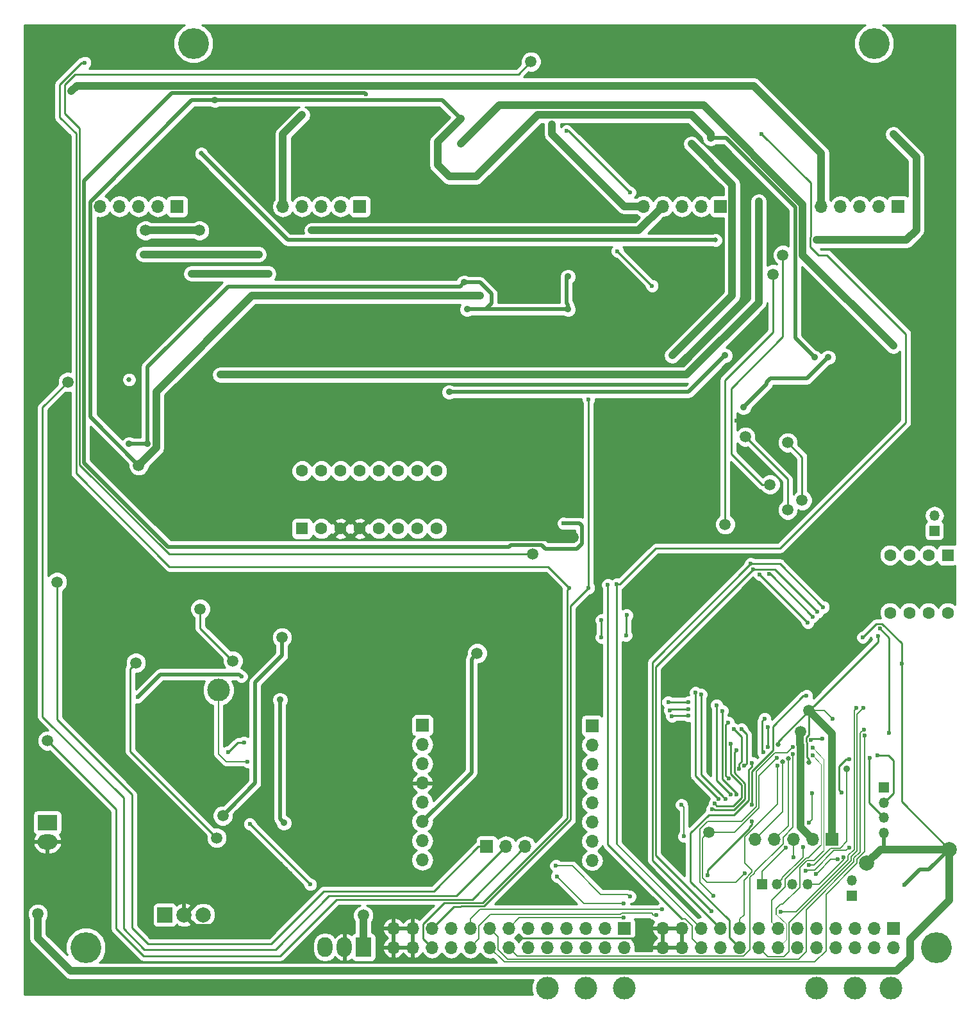
<source format=gbr>
G04 #@! TF.FileFunction,Copper,L2,Bot,Signal*
%FSLAX46Y46*%
G04 Gerber Fmt 4.6, Leading zero omitted, Abs format (unit mm)*
G04 Created by KiCad (PCBNEW 4.0.7) date 02/28/19 19:31:31*
%MOMM*%
%LPD*%
G01*
G04 APERTURE LIST*
%ADD10C,0.100000*%
%ADD11R,1.600000X1.600000*%
%ADD12C,1.600000*%
%ADD13C,4.064000*%
%ADD14R,1.700000X1.700000*%
%ADD15O,1.700000X1.700000*%
%ADD16R,2.000000X2.000000*%
%ADD17C,2.000000*%
%ADD18R,2.000000X2.600000*%
%ADD19O,2.000000X2.600000*%
%ADD20R,2.600000X2.000000*%
%ADD21O,2.600000X2.000000*%
%ADD22R,1.350000X1.350000*%
%ADD23O,1.350000X1.350000*%
%ADD24C,0.600000*%
%ADD25C,1.500000*%
%ADD26C,0.900000*%
%ADD27C,3.000000*%
%ADD28C,0.650000*%
%ADD29C,0.127000*%
%ADD30C,0.250000*%
%ADD31C,0.254000*%
%ADD32C,0.508000*%
%ADD33C,1.016000*%
%ADD34C,0.190500*%
%ADD35C,0.088900*%
G04 APERTURE END LIST*
D10*
D11*
X141795500Y-92964000D03*
D12*
X139255500Y-92964000D03*
X136715500Y-92964000D03*
X134175500Y-92964000D03*
X134175500Y-100584000D03*
X136715500Y-100584000D03*
X139255500Y-100584000D03*
X141795500Y-100584000D03*
D13*
X42164000Y-25400000D03*
X132080000Y-25400000D03*
X140335000Y-144780000D03*
D14*
X134620000Y-142240000D03*
D15*
X134620000Y-144780000D03*
X132080000Y-142240000D03*
X132080000Y-144780000D03*
X129540000Y-142240000D03*
X129540000Y-144780000D03*
X127000000Y-142240000D03*
X127000000Y-144780000D03*
X124460000Y-142240000D03*
X124460000Y-144780000D03*
X121920000Y-142240000D03*
X121920000Y-144780000D03*
X119380000Y-142240000D03*
X119380000Y-144780000D03*
X116840000Y-142240000D03*
X116840000Y-144780000D03*
X114300000Y-142240000D03*
X114300000Y-144780000D03*
X111760000Y-142240000D03*
X111760000Y-144780000D03*
X109220000Y-142240000D03*
X109220000Y-144780000D03*
X106680000Y-142240000D03*
X106680000Y-144780000D03*
X104140000Y-142240000D03*
X104140000Y-144780000D03*
D14*
X126506500Y-130538000D03*
D15*
X123966500Y-130538000D03*
X121426500Y-130538000D03*
X118886500Y-130538000D03*
X116346500Y-130538000D03*
D16*
X38372000Y-140476500D03*
D17*
X40912000Y-140476500D03*
X43452000Y-140476500D03*
D11*
X56515000Y-89471500D03*
D12*
X59055000Y-89471500D03*
X61595000Y-89471500D03*
X64135000Y-89471500D03*
X66675000Y-89471500D03*
X69215000Y-89471500D03*
X71755000Y-89471500D03*
X71755000Y-81851500D03*
X69215000Y-81851500D03*
X66675000Y-81851500D03*
X64135000Y-81851500D03*
X61595000Y-81851500D03*
X59055000Y-81851500D03*
X56515000Y-81851500D03*
X74295000Y-89471500D03*
X74295000Y-81851500D03*
D14*
X94805500Y-115506500D03*
D15*
X94805500Y-118046500D03*
X94805500Y-120586500D03*
X94805500Y-123126500D03*
X94805500Y-125666500D03*
X94805500Y-128206500D03*
X94805500Y-130746500D03*
X94805500Y-133286500D03*
D14*
X80899000Y-131445000D03*
D15*
X83439000Y-131445000D03*
X85979000Y-131445000D03*
D14*
X40005000Y-46926500D03*
D15*
X37465000Y-46926500D03*
X34925000Y-46926500D03*
X32385000Y-46926500D03*
X29845000Y-46926500D03*
D14*
X64135000Y-46926500D03*
D15*
X61595000Y-46926500D03*
X59055000Y-46926500D03*
X56515000Y-46926500D03*
X53975000Y-46926500D03*
D14*
X111760000Y-46926500D03*
D15*
X109220000Y-46926500D03*
X106680000Y-46926500D03*
X104140000Y-46926500D03*
X101600000Y-46926500D03*
D14*
X135255000Y-46926500D03*
D15*
X132715000Y-46926500D03*
X130175000Y-46926500D03*
X127635000Y-46926500D03*
X125095000Y-46926500D03*
D14*
X72390000Y-115443000D03*
D15*
X72390000Y-117983000D03*
X72390000Y-120523000D03*
X72390000Y-123063000D03*
X72390000Y-125603000D03*
X72390000Y-128143000D03*
X72390000Y-130683000D03*
X72390000Y-133223000D03*
D14*
X99060000Y-142240000D03*
D15*
X99060000Y-144780000D03*
X96520000Y-142240000D03*
X96520000Y-144780000D03*
X93980000Y-142240000D03*
X93980000Y-144780000D03*
X91440000Y-142240000D03*
X91440000Y-144780000D03*
X88900000Y-142240000D03*
X88900000Y-144780000D03*
X86360000Y-142240000D03*
X86360000Y-144780000D03*
X83820000Y-142240000D03*
X83820000Y-144780000D03*
X81280000Y-142240000D03*
X81280000Y-144780000D03*
X78740000Y-142240000D03*
X78740000Y-144780000D03*
X76200000Y-142240000D03*
X76200000Y-144780000D03*
X73660000Y-142240000D03*
X73660000Y-144780000D03*
X71120000Y-142240000D03*
X71120000Y-144780000D03*
X68580000Y-142240000D03*
X68580000Y-144780000D03*
D13*
X27940000Y-144780000D03*
D18*
X64617600Y-144729200D03*
D19*
X62077600Y-144729200D03*
X59537600Y-144729200D03*
D20*
X22860000Y-128270000D03*
D21*
X22860000Y-130810000D03*
D22*
X117246900Y-136423400D03*
D23*
X119246900Y-136423400D03*
X121246900Y-136423400D03*
X123246900Y-136423400D03*
D22*
X133375400Y-123659900D03*
D23*
X133375400Y-125659900D03*
X133375400Y-127659900D03*
X133375400Y-129659900D03*
D22*
X140030200Y-89738200D03*
D23*
X140030200Y-87738200D03*
D22*
X129146300Y-137960100D03*
D23*
X129146300Y-135960100D03*
D24*
X104965500Y-110363000D03*
X106807000Y-121348500D03*
X85039200Y-143560800D03*
X101295200Y-143662400D03*
X59131200Y-71170800D03*
X55118000Y-70967600D03*
X69799200Y-56235600D03*
X69799200Y-60401200D03*
X70612000Y-60401200D03*
X70612000Y-56286400D03*
X71424800Y-56286400D03*
X71424800Y-60350400D03*
X72339200Y-60350400D03*
X72237600Y-56337200D03*
X76200000Y-55219600D03*
X103378000Y-89535000D03*
X31369000Y-115316000D03*
X35560000Y-115443000D03*
X37846000Y-111760000D03*
X31369000Y-113411000D03*
X24003000Y-69215000D03*
X24765000Y-72390000D03*
X23622000Y-73533000D03*
X22606000Y-70993000D03*
X24257000Y-73152000D03*
X23368000Y-69977000D03*
X80010000Y-28067000D03*
X93726000Y-54610000D03*
X97409000Y-48514000D03*
X93853000Y-47498000D03*
X93980000Y-58293000D03*
X89535000Y-58547000D03*
X57150000Y-134112000D03*
X55626000Y-135763000D03*
X54991000Y-135001000D03*
X56515000Y-133477000D03*
X55880000Y-132842000D03*
X54356000Y-134366000D03*
X53721000Y-133731000D03*
X55245000Y-132080000D03*
X92837000Y-84709000D03*
X95504000Y-84709000D03*
X110236000Y-78232000D03*
X113919000Y-75184000D03*
X125476000Y-59055000D03*
X47244000Y-137287000D03*
X41021000Y-137668000D03*
X40894000Y-142875000D03*
X47244000Y-139319000D03*
X47244000Y-138303000D03*
X61023500Y-124015500D03*
X34734500Y-68453000D03*
X37338000Y-87312500D03*
X41910000Y-84328000D03*
X30861000Y-89217500D03*
D25*
X92265500Y-90614500D03*
X81216500Y-97409000D03*
X81216500Y-90106500D03*
D24*
X78740000Y-67119500D03*
D26*
X95504000Y-66611500D03*
X93472000Y-62293500D03*
X76200000Y-61785500D03*
D24*
X49276000Y-120243600D03*
D26*
X44974439Y-32908010D03*
D27*
X45450000Y-110791500D03*
D26*
X124206000Y-66865500D03*
X80010000Y-58737500D03*
X110490000Y-37909500D03*
X77470000Y-35369500D03*
D25*
X34925000Y-81108702D03*
D28*
X119371610Y-117959911D03*
D24*
X126542800Y-114554000D03*
D27*
X134316990Y-150163010D03*
X129540000Y-150163010D03*
X124460000Y-150163010D03*
X88900000Y-150163010D03*
X93980000Y-150163010D03*
X99060000Y-150163010D03*
D25*
X53848000Y-103822500D03*
X46037500Y-127381000D03*
D24*
X132588000Y-103632000D03*
D28*
X123414500Y-120378000D03*
D25*
X123458500Y-113520000D03*
D24*
X117221000Y-37338000D03*
X98069166Y-96799166D03*
D25*
X86741000Y-27813000D03*
X86995000Y-92837000D03*
D24*
X91440000Y-36957000D03*
X99822000Y-45085000D03*
X98171000Y-52832000D03*
X102743000Y-57404000D03*
X94361000Y-72390000D03*
X94361000Y-97282000D03*
X27813000Y-27940000D03*
X91821000Y-97282000D03*
X64960500Y-32131000D03*
X91059000Y-88773000D03*
X96901000Y-96901000D03*
D25*
X118311209Y-83639333D03*
X120015000Y-53340000D03*
X122555000Y-85725000D03*
X120650000Y-78105000D03*
X115061562Y-77343438D03*
X120650000Y-86995000D03*
X112395000Y-88900000D03*
X118745000Y-55880000D03*
D24*
X90043000Y-133985000D03*
X99822000Y-138049000D03*
X46705987Y-119024400D03*
X48869600Y-117703600D03*
X57594500Y-136461500D03*
X49593500Y-128460500D03*
D25*
X64579500Y-140525500D03*
X24130000Y-96520000D03*
X22860000Y-117475000D03*
D17*
X131100998Y-133661574D03*
D24*
X136080500Y-136525000D03*
X123744477Y-117347318D03*
D25*
X122353705Y-116287009D03*
D24*
X125252488Y-117217273D03*
X135699500Y-107315000D03*
X130556000Y-103822500D03*
D25*
X21590000Y-140335000D03*
D17*
X141986000Y-131826000D03*
D24*
X123479332Y-133852860D03*
X121450100Y-132867400D03*
D26*
X128460500Y-121158000D03*
D28*
X120740940Y-119856310D03*
X119988486Y-120251700D03*
D24*
X120396000Y-131572000D03*
D28*
X124460000Y-51371500D03*
X134620000Y-37401500D03*
X134620000Y-65341500D03*
X77470000Y-38671500D03*
X105410000Y-66611500D03*
X107950000Y-38671500D03*
X111125000Y-51371500D03*
X43180000Y-39941500D03*
D24*
X48480610Y-109001392D03*
X34798000Y-111696500D03*
D26*
X114808000Y-73469500D03*
X125984000Y-66865500D03*
X75946000Y-71437500D03*
X112395000Y-66611500D03*
X53594000Y-112077500D03*
X54102000Y-128333500D03*
X91640002Y-56197500D03*
X91640002Y-60515500D03*
X77904998Y-56959500D03*
X78319998Y-60515500D03*
X36068000Y-78295500D03*
X33655000Y-78294500D03*
D24*
X98978726Y-138968229D03*
D25*
X79629000Y-105918000D03*
D24*
X90170000Y-135382000D03*
D25*
X25573968Y-70104604D03*
D28*
X33655000Y-69786500D03*
D25*
X42926000Y-50101500D03*
X35814000Y-50101500D03*
D24*
X103327200Y-140462000D03*
X110998000Y-125793500D03*
X113157000Y-117919500D03*
X104045794Y-139727693D03*
X110657336Y-126543966D03*
X113911010Y-118692827D03*
X115951000Y-120396000D03*
X119329822Y-120748497D03*
X121310400Y-119227600D03*
X98975505Y-140854060D03*
X110794800Y-137922000D03*
X121310400Y-118313200D03*
X123952000Y-118427500D03*
X123952000Y-119443500D03*
X99377500Y-100901500D03*
X99314000Y-103568500D03*
X115769041Y-94122997D03*
X125349000Y-99822000D03*
X116115231Y-94844226D03*
X96012000Y-101536500D03*
X96012000Y-103822500D03*
X110617000Y-139954000D03*
X124587000Y-100457000D03*
X118237000Y-95471236D03*
X123952000Y-101092000D03*
X116967000Y-95504000D03*
X123317000Y-101854000D03*
X111531096Y-125196988D03*
X108458000Y-111125000D03*
X118041790Y-115718399D03*
X118041790Y-118337717D03*
X113096200Y-124587822D03*
X111252000Y-112776000D03*
X117437183Y-119019865D03*
X117602000Y-114554000D03*
X113895915Y-124566029D03*
X112014000Y-113538000D03*
X112838364Y-122492636D03*
X112776000Y-115062000D03*
X105373233Y-114241537D03*
X107569000Y-114173000D03*
X114927128Y-120786566D03*
X114555152Y-115964016D03*
X114238120Y-121193121D03*
X113538000Y-115951000D03*
X123846500Y-124414198D03*
X123444000Y-128257300D03*
X122682000Y-131483100D03*
X124383718Y-135091253D03*
X127242796Y-133140200D03*
X128038304Y-132884704D03*
X105099737Y-113489726D03*
X107569000Y-113284000D03*
X104878022Y-112395000D03*
X107569000Y-112395000D03*
X112413345Y-125203655D03*
X109220000Y-111379000D03*
X119703858Y-140055600D03*
X129743200Y-113170740D03*
X130657600Y-113182400D03*
X130702763Y-115983767D03*
X130806998Y-116776959D03*
D28*
X89535000Y-36131500D03*
X26035000Y-31686500D03*
X56515000Y-34861500D03*
X41910000Y-55816500D03*
X52070000Y-55816500D03*
X57785000Y-50101500D03*
X50800000Y-53276500D03*
X35560000Y-53276500D03*
X116840000Y-46291500D03*
X45720000Y-69151500D03*
D25*
X34544000Y-107188000D03*
X45212000Y-130302000D03*
X43053000Y-100076000D03*
X47371000Y-106934000D03*
D24*
X106934000Y-130111500D03*
X106616500Y-125920500D03*
X115014823Y-134949753D03*
X119176800Y-119786400D03*
D25*
X110236000Y-129540000D03*
D24*
X115874800Y-128168400D03*
X115874800Y-125933200D03*
X110032800Y-135229600D03*
X123139200Y-111556800D03*
X131508500Y-119761000D03*
X132524500Y-119443500D03*
X132842000Y-102679500D03*
X134048500Y-116459000D03*
X127743264Y-124307421D03*
X128778000Y-119951500D03*
X122999500Y-134683500D03*
X128778000Y-131572000D03*
D29*
X104013000Y-118978764D02*
X104013000Y-111315500D01*
X104013000Y-111315500D02*
X104965500Y-110363000D01*
X106807000Y-121348500D02*
X106382736Y-121348500D01*
X106382736Y-121348500D02*
X104013000Y-118978764D01*
D30*
X101295200Y-143662400D02*
X100870936Y-143662400D01*
X100870936Y-143662400D02*
X100769336Y-143560800D01*
X100769336Y-143560800D02*
X85039200Y-143560800D01*
X104140000Y-144780000D02*
X102412800Y-144780000D01*
X102412800Y-144780000D02*
X101295200Y-143662400D01*
X59131200Y-71170800D02*
X55321200Y-71170800D01*
X55321200Y-71170800D02*
X55118000Y-70967600D01*
X71424800Y-56286400D02*
X70612000Y-56286400D01*
X72339200Y-60350400D02*
X71424800Y-60350400D01*
X76200000Y-55219600D02*
X75082400Y-56337200D01*
X75082400Y-56337200D02*
X72237600Y-56337200D01*
D31*
X37846000Y-111760000D02*
X35560000Y-114046000D01*
X35560000Y-114046000D02*
X35560000Y-115443000D01*
X24465001Y-73832999D02*
X24765000Y-73533000D01*
X24765000Y-73533000D02*
X24765000Y-72390000D01*
X23622000Y-73533000D02*
X23921999Y-73832999D01*
X23921999Y-73832999D02*
X24465001Y-73832999D01*
X23368000Y-69977000D02*
X23368000Y-70231000D01*
X23368000Y-70231000D02*
X22606000Y-70993000D01*
X23241000Y-26924000D02*
X23241000Y-69850000D01*
X23241000Y-69850000D02*
X23368000Y-69977000D01*
X23749000Y-26416000D02*
X23241000Y-26924000D01*
X29591000Y-26416000D02*
X23749000Y-26416000D01*
X31242000Y-28067000D02*
X29591000Y-26416000D01*
X80010000Y-28067000D02*
X31242000Y-28067000D01*
X93853000Y-47498000D02*
X94869000Y-48514000D01*
X94869000Y-48514000D02*
X97409000Y-48514000D01*
X54991000Y-135001000D02*
X54991000Y-135128000D01*
X54991000Y-135128000D02*
X55626000Y-135763000D01*
X55880000Y-132842000D02*
X56515000Y-133477000D01*
X53721000Y-133731000D02*
X54356000Y-134366000D01*
X78498001Y-98158999D02*
X55245000Y-121412000D01*
X55245000Y-121412000D02*
X55245000Y-132080000D01*
X81216500Y-97409000D02*
X80466501Y-98158999D01*
X80466501Y-98158999D02*
X78498001Y-98158999D01*
X92837000Y-84709000D02*
X92537001Y-84409001D01*
X92537001Y-84409001D02*
X86913999Y-84409001D01*
X86913999Y-84409001D02*
X81216500Y-90106500D01*
X101681001Y-78531999D02*
X95504000Y-84709000D01*
X110236000Y-78232000D02*
X109936001Y-78531999D01*
X109936001Y-78531999D02*
X101681001Y-78531999D01*
X128143000Y-67818000D02*
X120777000Y-75184000D01*
X120777000Y-75184000D02*
X113919000Y-75184000D01*
X128143000Y-62146264D02*
X128143000Y-67818000D01*
X125476000Y-59055000D02*
X125476000Y-59479264D01*
X125476000Y-59479264D02*
X128143000Y-62146264D01*
D32*
X40912000Y-140476500D02*
X44101500Y-137287000D01*
X44101500Y-137287000D02*
X47244000Y-137287000D01*
X40912000Y-140476500D02*
X40912000Y-137777000D01*
X40912000Y-137777000D02*
X41021000Y-137668000D01*
X40912000Y-140476500D02*
X42366001Y-141930501D01*
X42366001Y-141930501D02*
X44632499Y-141930501D01*
X44632499Y-141930501D02*
X47244000Y-139319000D01*
X41275000Y-138303000D02*
X47244000Y-138303000D01*
X40912000Y-138666000D02*
X41275000Y-138303000D01*
X40912000Y-140476500D02*
X40912000Y-138666000D01*
X41910000Y-84328000D02*
X38925500Y-87312500D01*
X38925500Y-87312500D02*
X37338000Y-87312500D01*
D33*
X92265500Y-90614500D02*
X81724500Y-90614500D01*
X81724500Y-90614500D02*
X81216500Y-90106500D01*
D32*
X78803500Y-86550500D02*
X81216500Y-88963500D01*
X81216500Y-88963500D02*
X81216500Y-90106500D01*
X67056000Y-86550500D02*
X78803500Y-86550500D01*
X64135000Y-89471500D02*
X67056000Y-86550500D01*
D30*
X78740000Y-67119500D02*
X78740000Y-64325500D01*
X78740000Y-64325500D02*
X76200000Y-61785500D01*
D31*
X95504000Y-66611500D02*
X95504000Y-64325500D01*
X95504000Y-64325500D02*
X93472000Y-62293500D01*
D34*
X46482000Y-120243600D02*
X45450000Y-119211600D01*
X45450000Y-119211600D02*
X45450000Y-110791500D01*
X49276000Y-120243600D02*
X46482000Y-120243600D01*
D32*
X77470000Y-35369500D02*
X75008510Y-32908010D01*
X41933568Y-32908010D02*
X44974439Y-32908010D01*
X75008510Y-32908010D02*
X44974439Y-32908010D01*
X34925000Y-81108702D02*
X28540999Y-74724701D01*
X28540999Y-74724701D02*
X28540999Y-46300579D01*
X28540999Y-46300579D02*
X41933568Y-32908010D01*
D33*
X49874489Y-58737500D02*
X80010000Y-58737500D01*
X37226002Y-71385987D02*
X49874489Y-58737500D01*
X37226002Y-78807700D02*
X37226002Y-71385987D01*
X34925000Y-81108702D02*
X37226002Y-78807700D01*
D32*
X121666000Y-64325500D02*
X124206000Y-66865500D01*
X121666000Y-47053500D02*
X121666000Y-64325500D01*
X112522000Y-37909500D02*
X121666000Y-47053500D01*
X110490000Y-37909500D02*
X112522000Y-37909500D01*
D33*
X107950000Y-34861500D02*
X110490000Y-37401500D01*
X110490000Y-37401500D02*
X110490000Y-37909500D01*
X87630000Y-34861500D02*
X107950000Y-34861500D01*
X79502000Y-42989500D02*
X87630000Y-34861500D01*
X75946000Y-42989500D02*
X79502000Y-42989500D01*
X74422000Y-41465500D02*
X75946000Y-42989500D01*
X74422000Y-38417500D02*
X74422000Y-41465500D01*
X77470000Y-35369500D02*
X74422000Y-38417500D01*
X126506500Y-130538000D02*
X126506500Y-116568000D01*
X126506500Y-116568000D02*
X123458500Y-113520000D01*
D31*
X119371610Y-117606890D02*
X119371610Y-117959911D01*
X123458500Y-113520000D02*
X119371610Y-117606890D01*
D34*
X126542800Y-114554000D02*
X125508800Y-113520000D01*
X125508800Y-113520000D02*
X123458500Y-113520000D01*
D31*
X123117475Y-117046356D02*
X123117475Y-117648280D01*
X123414500Y-119918381D02*
X123414500Y-120378000D01*
X123458500Y-116705331D02*
X123117475Y-117046356D01*
X123458500Y-113520000D02*
X123458500Y-116705331D01*
X123179804Y-119683685D02*
X123414500Y-119918381D01*
X123117475Y-117648280D02*
X123179804Y-117710609D01*
X123179804Y-117710609D02*
X123179804Y-119683685D01*
D32*
X50292000Y-109791500D02*
X53848000Y-106235500D01*
X53848000Y-106235500D02*
X53848000Y-103822500D01*
X50292000Y-123063000D02*
X50292000Y-109791500D01*
X46787499Y-126567501D02*
X50292000Y-123063000D01*
X46037500Y-127381000D02*
X46787499Y-126631001D01*
X46787499Y-126631001D02*
X46787499Y-126567501D01*
D31*
X124211999Y-112770001D02*
X132588000Y-104394000D01*
X132588000Y-104394000D02*
X132588000Y-103632000D01*
X123458500Y-113520000D02*
X124208499Y-112770001D01*
X124208499Y-112770001D02*
X124211999Y-112770001D01*
D34*
X109220000Y-142240000D02*
X98069166Y-131089166D01*
D31*
X123698000Y-50952618D02*
X123698000Y-43815000D01*
X123698000Y-43815000D02*
X117221000Y-37338000D01*
X124714000Y-53340000D02*
X123624990Y-52250990D01*
X123624990Y-52250990D02*
X123624990Y-51025628D01*
X123624990Y-51025628D02*
X123698000Y-50952618D01*
X125857000Y-53340000D02*
X124714000Y-53340000D01*
X136271000Y-63754000D02*
X125857000Y-53340000D01*
X136271000Y-75438000D02*
X136271000Y-63754000D01*
X119634000Y-92075000D02*
X136271000Y-75438000D01*
X103217596Y-92075000D02*
X119634000Y-92075000D01*
X98069166Y-96799166D02*
X98493430Y-96799166D01*
X98493430Y-96799166D02*
X103217596Y-92075000D01*
X98069166Y-131089166D02*
X98069166Y-96799166D01*
X76507990Y-139392010D02*
X73660000Y-142240000D01*
X94361000Y-97282000D02*
X91975012Y-99667988D01*
X77454858Y-139392010D02*
X76507990Y-139392010D01*
X77502440Y-139344428D02*
X77454858Y-139392010D01*
X80536940Y-139344428D02*
X77502440Y-139344428D01*
X91975012Y-99667988D02*
X91975012Y-127906356D01*
X91975012Y-127906356D02*
X80536940Y-139344428D01*
X27104989Y-81012662D02*
X27104989Y-36629989D01*
X27104989Y-36629989D02*
X25146000Y-34671000D01*
X85090000Y-29464000D02*
X86741000Y-27813000D01*
X38929327Y-92837000D02*
X27104989Y-81012662D01*
X25146000Y-30861000D02*
X26543000Y-29464000D01*
X25146000Y-34671000D02*
X25146000Y-30861000D01*
X26543000Y-29464000D02*
X85090000Y-29464000D01*
X86995000Y-92837000D02*
X38929327Y-92837000D01*
X99822000Y-45085000D02*
X91694000Y-36957000D01*
X91694000Y-36957000D02*
X91440000Y-36957000D01*
X102743000Y-57404000D02*
X98171000Y-52832000D01*
X94361000Y-97282000D02*
X94361000Y-72390000D01*
X91821000Y-97282000D02*
X91521001Y-97581999D01*
X75267620Y-138890418D02*
X72482999Y-141675039D01*
X80348883Y-138890417D02*
X75267620Y-138890418D01*
X91521001Y-97581999D02*
X91521001Y-127718299D01*
X91521001Y-127718299D02*
X80348883Y-138890417D01*
X72482999Y-141675039D02*
X72482999Y-143602999D01*
X72482999Y-143602999D02*
X73660000Y-144780000D01*
X91821000Y-97282000D02*
X89027000Y-94488000D01*
X38985760Y-94488000D02*
X26650979Y-82153219D01*
X26650979Y-82153219D02*
X26650979Y-37318979D01*
X24511000Y-35179000D02*
X24511000Y-30817736D01*
X89027000Y-94488000D02*
X38985760Y-94488000D01*
X27388736Y-27940000D02*
X27813000Y-27940000D01*
X26650979Y-37318979D02*
X24511000Y-35179000D01*
X24511000Y-30817736D02*
X27388736Y-27940000D01*
D34*
X109220000Y-144780000D02*
X108074749Y-143634749D01*
X108074749Y-143634749D02*
X108074749Y-141939777D01*
X108074749Y-141939777D02*
X107104972Y-140970000D01*
X107104972Y-140970000D02*
X106680000Y-140970000D01*
D32*
X39306500Y-31940500D02*
X64770000Y-31940500D01*
X64770000Y-31940500D02*
X64960500Y-32131000D01*
X27686000Y-43561000D02*
X39306500Y-31940500D01*
X27686000Y-80772000D02*
X27686000Y-43561000D01*
X38798500Y-91884500D02*
X27686000Y-80772000D01*
X83820000Y-91884500D02*
X38798500Y-91884500D01*
X84074000Y-91630500D02*
X83820000Y-91884500D01*
X88138000Y-91630500D02*
X84074000Y-91630500D01*
X88646000Y-92138500D02*
X88138000Y-91630500D01*
X92773500Y-92138500D02*
X88646000Y-92138500D01*
X93472000Y-91440000D02*
X92773500Y-92138500D01*
X93472000Y-89090500D02*
X93472000Y-91440000D01*
X93154500Y-88773000D02*
X93472000Y-89090500D01*
X91059000Y-88773000D02*
X93154500Y-88773000D01*
D31*
X96901000Y-96901000D02*
X96901000Y-131191000D01*
X96901000Y-131191000D02*
X106680000Y-140970000D01*
X120015000Y-53340000D02*
X120015000Y-64135000D01*
X113210989Y-70939011D02*
X113210989Y-79599773D01*
X120015000Y-64135000D02*
X113210989Y-70939011D01*
X113210989Y-79599773D02*
X117250549Y-83639333D01*
X117250549Y-83639333D02*
X118311209Y-83639333D01*
X122555000Y-85725000D02*
X122555000Y-80010000D01*
X122555000Y-80010000D02*
X120650000Y-78105000D01*
X120650000Y-82931876D02*
X115061562Y-77343438D01*
X120650000Y-86995000D02*
X120650000Y-82931876D01*
X112395000Y-69850000D02*
X112395000Y-88900000D01*
X118745000Y-63500000D02*
X112395000Y-69850000D01*
X118745000Y-55880000D02*
X118745000Y-63500000D01*
D34*
X95966001Y-137749001D02*
X92202000Y-133985000D01*
X92202000Y-133985000D02*
X90043000Y-133985000D01*
X99822000Y-138049000D02*
X99522001Y-137749001D01*
X99522001Y-137749001D02*
X95966001Y-137749001D01*
D31*
X48026787Y-117703600D02*
X46705987Y-119024400D01*
X48869600Y-117703600D02*
X48026787Y-117703600D01*
X49593500Y-128460500D02*
X57594500Y-136461500D01*
D33*
X64579500Y-140525500D02*
X64579500Y-144716500D01*
X64579500Y-144716500D02*
X64643000Y-144780000D01*
D31*
X34036000Y-142176500D02*
X34036000Y-124575046D01*
X34036000Y-124575046D02*
X24130000Y-114669046D01*
X36131500Y-144272000D02*
X34036000Y-142176500D01*
X52451000Y-144272000D02*
X36131500Y-144272000D01*
X59382011Y-137340989D02*
X52451000Y-144272000D01*
X73899011Y-137340989D02*
X59382011Y-137340989D01*
X24130000Y-114669046D02*
X24130000Y-96520000D01*
X79795000Y-131445000D02*
X73899011Y-137340989D01*
X80899000Y-131445000D02*
X79795000Y-131445000D01*
X31940500Y-126555500D02*
X22860000Y-117475000D01*
X53594000Y-145923000D02*
X35560000Y-145923000D01*
X61080592Y-138436408D02*
X53594000Y-145923000D01*
X78987592Y-138436408D02*
X61080592Y-138436408D01*
X85979000Y-131445000D02*
X78987592Y-138436408D01*
X35560000Y-145923000D02*
X31940500Y-142303500D01*
X31940500Y-142303500D02*
X31940500Y-126555500D01*
D33*
X122344793Y-118056481D02*
X122282464Y-117994152D01*
X122344793Y-128916293D02*
X122344793Y-118056481D01*
X123966500Y-130538000D02*
X122344793Y-128916293D01*
X122282464Y-117994152D02*
X122282464Y-116358250D01*
X122282464Y-116358250D02*
X122353705Y-116287009D01*
X133438900Y-131826000D02*
X132936572Y-131826000D01*
X132936572Y-131826000D02*
X131100998Y-133661574D01*
X141986000Y-131826000D02*
X133438900Y-131826000D01*
D32*
X133375400Y-129659900D02*
X133375400Y-131762500D01*
X133375400Y-131762500D02*
X133438900Y-131826000D01*
X138112500Y-134493000D02*
X139319000Y-134493000D01*
X139319000Y-134493000D02*
X141986000Y-131826000D01*
X136080500Y-136525000D02*
X138112500Y-134493000D01*
D31*
X135699500Y-104609036D02*
X135699500Y-107315000D01*
X133142962Y-102052498D02*
X135699500Y-104609036D01*
X132326002Y-102052498D02*
X133142962Y-102052498D01*
X130556000Y-103822500D02*
X132326002Y-102052498D01*
X125252488Y-117217273D02*
X123874522Y-117217273D01*
X123874522Y-117217273D02*
X123744477Y-117347318D01*
D33*
X25951841Y-147871841D02*
X21590000Y-143510000D01*
X135084159Y-147871841D02*
X25951841Y-147871841D01*
X136828001Y-146127999D02*
X135084159Y-147871841D01*
X141986000Y-138572163D02*
X136828001Y-143730162D01*
X141986000Y-131826000D02*
X141986000Y-138572163D01*
X136828001Y-143730162D02*
X136828001Y-146127999D01*
X21590000Y-143510000D02*
X21590000Y-140335000D01*
D31*
X135699500Y-107315000D02*
X135699500Y-125539500D01*
X135699500Y-125539500D02*
X141986000Y-131826000D01*
D29*
X128460500Y-130758302D02*
X127567301Y-131651501D01*
X123903596Y-133852860D02*
X123479332Y-133852860D01*
X127567301Y-131651501D02*
X126357647Y-131651501D01*
X124156288Y-133852860D02*
X123903596Y-133852860D01*
X128460500Y-121158000D02*
X128460500Y-130758302D01*
X126357647Y-131651501D02*
X124156288Y-133852860D01*
D34*
X121450100Y-132867400D02*
X121450100Y-130561600D01*
X121450100Y-130561600D02*
X121426500Y-130538000D01*
X118886500Y-130538000D02*
X120740940Y-128683560D01*
X120740940Y-128683560D02*
X120740940Y-119856310D01*
X119988486Y-126896014D02*
X119988486Y-120251700D01*
X116346500Y-130538000D02*
X119988486Y-126896014D01*
D29*
X117246900Y-136423400D02*
X117246900Y-134721100D01*
X117246900Y-134721100D02*
X120396000Y-131572000D01*
D33*
X124460000Y-51371500D02*
X136334500Y-51371500D01*
X136334500Y-51371500D02*
X137668000Y-50038000D01*
X137668000Y-40449500D02*
X134620000Y-37401500D01*
X137668000Y-50038000D02*
X137668000Y-40449500D01*
X122628011Y-53349511D02*
X134620000Y-65341500D01*
X109564489Y-33591500D02*
X122628011Y-46655022D01*
X122628011Y-46655022D02*
X122628011Y-53349511D01*
X82550000Y-33591500D02*
X109564489Y-33591500D01*
X77470000Y-38671500D02*
X82550000Y-33591500D01*
X113318001Y-58703499D02*
X105410000Y-66611500D01*
X107950000Y-38671500D02*
X113318001Y-44039501D01*
X113318001Y-44039501D02*
X113318001Y-58703499D01*
D32*
X43180000Y-39941500D02*
X54610000Y-51371500D01*
X54610000Y-51371500D02*
X111125000Y-51371500D01*
X48180611Y-108701393D02*
X48480610Y-109001392D01*
X37793107Y-108701393D02*
X48180611Y-108701393D01*
X34798000Y-111696500D02*
X37793107Y-108701393D01*
X118364000Y-69659500D02*
X117856000Y-70167500D01*
X117856000Y-70167500D02*
X117856000Y-70421500D01*
X117856000Y-70421500D02*
X114808000Y-73469500D01*
X123190000Y-69659500D02*
X118364000Y-69659500D01*
X125984000Y-66865500D02*
X123190000Y-69659500D01*
X107569000Y-71437500D02*
X75946000Y-71437500D01*
X112395000Y-66611500D02*
X107569000Y-71437500D01*
X54102000Y-128333500D02*
X53594000Y-127825500D01*
X53594000Y-127825500D02*
X53594000Y-112077500D01*
X36068000Y-68135500D02*
X46716979Y-57486521D01*
X46716979Y-57486521D02*
X77377977Y-57486521D01*
X77377977Y-57486521D02*
X77904998Y-56959500D01*
X36068000Y-78295500D02*
X36068000Y-68135500D01*
X91440000Y-59679102D02*
X91440000Y-56397502D01*
X91440000Y-56397502D02*
X91640002Y-56197500D01*
X91640002Y-60515500D02*
X91640002Y-59879104D01*
X91640002Y-59879104D02*
X91440000Y-59679102D01*
X78319998Y-60515500D02*
X91640002Y-60515500D01*
X81534000Y-58483500D02*
X80010000Y-56959500D01*
X80010000Y-56959500D02*
X77904998Y-56959500D01*
X81534000Y-59753500D02*
X81534000Y-58483500D01*
X80772000Y-60515500D02*
X81534000Y-59753500D01*
X78319998Y-60515500D02*
X80772000Y-60515500D01*
X33655000Y-78294500D02*
X36067000Y-78294500D01*
X36067000Y-78294500D02*
X36068000Y-78295500D01*
D34*
X93756229Y-138968229D02*
X98978726Y-138968229D01*
X90170000Y-135382000D02*
X93756229Y-138968229D01*
D32*
X79629000Y-105918000D02*
X78879001Y-106667999D01*
X78879001Y-121653999D02*
X72390000Y-128143000D01*
X78879001Y-106667999D02*
X78879001Y-121653999D01*
D31*
X32956500Y-142303500D02*
X32956500Y-125031500D01*
X22225000Y-73453572D02*
X25573968Y-70104604D01*
X35687000Y-145034000D02*
X32956500Y-142303500D01*
X60074103Y-137982397D02*
X53022500Y-145034000D01*
X83439000Y-131445000D02*
X76901603Y-137982397D01*
X53022500Y-145034000D02*
X35687000Y-145034000D01*
X32956500Y-125031500D02*
X22225000Y-114300000D01*
X76901603Y-137982397D02*
X60074103Y-137982397D01*
X22225000Y-114300000D02*
X22225000Y-73453572D01*
D33*
X35814000Y-50101500D02*
X42926000Y-50101500D01*
D31*
X113157000Y-121890404D02*
X114563567Y-123296971D01*
X113157000Y-117919500D02*
X113157000Y-121890404D01*
X114563567Y-123296971D02*
X114563567Y-124981533D01*
X113451601Y-126093499D02*
X111297999Y-126093499D01*
X111297999Y-126093499D02*
X110998000Y-125793500D01*
X114563567Y-124981533D02*
X113451601Y-126093499D01*
D34*
X98537393Y-140411200D02*
X81413828Y-140411200D01*
X81413828Y-140411200D02*
X79885251Y-141939777D01*
X79885251Y-141939777D02*
X79885251Y-143634749D01*
X79885251Y-143634749D02*
X78740000Y-144780000D01*
X98689784Y-140258809D02*
X98537393Y-140411200D01*
X102902936Y-140462000D02*
X102699745Y-140258809D01*
X103327200Y-140462000D02*
X102902936Y-140462000D01*
X102699745Y-140258809D02*
X98689784Y-140258809D01*
D31*
X113611011Y-118992826D02*
X113911010Y-118692827D01*
X113568168Y-126619000D02*
X115017578Y-125169590D01*
X115017578Y-125169590D02*
X115017578Y-123108914D01*
X115017578Y-123108914D02*
X113611011Y-121702347D01*
X113611011Y-121702347D02*
X113611011Y-118992826D01*
X110998000Y-126619000D02*
X113568168Y-126619000D01*
D34*
X78740000Y-141037919D02*
X80011230Y-139766689D01*
X80011230Y-139766689D02*
X103582534Y-139766689D01*
X78740000Y-142240000D02*
X78740000Y-141037919D01*
X103621530Y-139727693D02*
X104045794Y-139727693D01*
X103582534Y-139766689D02*
X103621530Y-139727693D01*
D31*
X110922966Y-126543966D02*
X110657336Y-126543966D01*
X110998000Y-126619000D02*
X110922966Y-126543966D01*
X112937001Y-141199003D02*
X112937001Y-143417001D01*
X115951000Y-120396000D02*
X115951000Y-120846132D01*
X112937001Y-143417001D02*
X114300000Y-144780000D01*
X107823000Y-129667000D02*
X107823000Y-136085002D01*
X115951000Y-120846132D02*
X115471589Y-121325543D01*
X115471589Y-121325543D02*
X115471589Y-125357647D01*
X113556214Y-127273022D02*
X110216978Y-127273022D01*
X107823000Y-136085002D02*
X112937001Y-141199003D01*
X110216978Y-127273022D02*
X107823000Y-129667000D01*
X115471589Y-125357647D02*
X113556214Y-127273022D01*
D34*
X114998500Y-130191027D02*
X119329822Y-125859705D01*
D29*
X115951000Y-134556500D02*
X114998500Y-133604000D01*
X114998500Y-133604000D02*
X114998500Y-130191027D01*
X115951000Y-134810500D02*
X115951000Y-134556500D01*
X114871500Y-135890000D02*
X115951000Y-134810500D01*
X114871500Y-140466419D02*
X114871500Y-135890000D01*
X114300000Y-142240000D02*
X114300000Y-141037919D01*
X114300000Y-141037919D02*
X114871500Y-140466419D01*
D34*
X119329822Y-125859705D02*
X119329822Y-120748497D01*
D29*
X116278011Y-134841461D02*
X120031751Y-131087721D01*
X116278011Y-134945952D02*
X116278011Y-134841461D01*
X115686672Y-135537290D02*
X116278011Y-134945952D01*
X115686672Y-145088300D02*
X115686672Y-135537290D01*
D34*
X120031751Y-130237777D02*
X120031751Y-131087721D01*
X121361200Y-119278400D02*
X121361200Y-128908328D01*
X121310400Y-119227600D02*
X121361200Y-119278400D01*
X121361200Y-128908328D02*
X120031751Y-130237777D01*
X115686672Y-145088300D02*
X114849721Y-145925251D01*
X84965251Y-145925251D02*
X83820000Y-144780000D01*
X114849721Y-145925251D02*
X84965251Y-145925251D01*
X109016800Y-129184400D02*
X109016800Y-136144000D01*
X114571374Y-128117600D02*
X110083600Y-128117600D01*
X116470052Y-121566315D02*
X116470052Y-126218922D01*
X120532539Y-119091061D02*
X118945306Y-119091061D01*
X121310400Y-118313200D02*
X120532539Y-119091061D01*
X109016800Y-136144000D02*
X110794800Y-137922000D01*
X110083600Y-128117600D02*
X109016800Y-129184400D01*
X116470052Y-126218922D02*
X114571374Y-128117600D01*
X118945306Y-119091061D02*
X116470052Y-121566315D01*
X85205940Y-140854060D02*
X98975505Y-140854060D01*
X83820000Y-142240000D02*
X85205940Y-140854060D01*
D29*
X122245498Y-136813784D02*
X122245498Y-134252712D01*
X119140348Y-140380560D02*
X119140348Y-139647552D01*
X124113790Y-133289359D02*
X125412049Y-131991100D01*
X122245498Y-134252712D02*
X123208851Y-133289359D01*
X120006982Y-139052300D02*
X122245498Y-136813784D01*
X119735600Y-139052300D02*
X120006982Y-139052300D01*
X123208851Y-133289359D02*
X124113790Y-133289359D01*
X119140348Y-139647552D02*
X119735600Y-139052300D01*
D35*
X125412049Y-131991100D02*
X125412049Y-119887549D01*
X125412049Y-119887549D02*
X123952000Y-118427500D01*
X120474451Y-141714663D02*
X119140348Y-140380560D01*
X120474451Y-143685549D02*
X120474451Y-141714663D01*
X119380000Y-144780000D02*
X120474451Y-143685549D01*
D29*
X120308399Y-135727348D02*
X123073399Y-132962348D01*
X118530001Y-141390001D02*
X118530001Y-138529281D01*
X118530001Y-138529281D02*
X120308399Y-136750883D01*
X123073399Y-132962348D02*
X123374452Y-132962348D01*
X120308399Y-136750883D02*
X120308399Y-135727348D01*
X123374452Y-132962348D02*
X125060951Y-131275849D01*
D35*
X123952000Y-119443500D02*
X125060951Y-120552451D01*
X125060951Y-120552451D02*
X125060951Y-131275849D01*
X118530001Y-141390001D02*
X119380000Y-142240000D01*
D31*
X111760000Y-142240000D02*
X102796989Y-133276989D01*
X102796989Y-133276989D02*
X102796989Y-107095049D01*
X102796989Y-107095049D02*
X115769041Y-94122997D01*
X99314000Y-103568500D02*
X99314000Y-100965000D01*
X99314000Y-100965000D02*
X99377500Y-100901500D01*
X119649996Y-94122996D02*
X115769041Y-94122997D01*
X125349000Y-99822000D02*
X119649996Y-94122996D01*
X118974226Y-94844226D02*
X116115231Y-94844226D01*
X124587000Y-100457000D02*
X118974226Y-94844226D01*
X103251000Y-107708457D02*
X116115231Y-94844226D01*
X103251000Y-132588000D02*
X103251000Y-107708457D01*
X110617000Y-139954000D02*
X103251000Y-132588000D01*
X96012000Y-103822500D02*
X96012000Y-101536500D01*
X118331236Y-95471236D02*
X118237000Y-95471236D01*
X123952000Y-101092000D02*
X118331236Y-95471236D01*
X123317000Y-101854000D02*
X116967000Y-95504000D01*
X108458000Y-111125000D02*
X108458000Y-122123892D01*
X108458000Y-122123892D02*
X111531096Y-125196988D01*
X118041790Y-115718399D02*
X118041790Y-118337717D01*
X111252000Y-122743622D02*
X113096200Y-124587822D01*
X111252000Y-112776000D02*
X111252000Y-122743622D01*
X117302001Y-118884683D02*
X117437183Y-119019865D01*
X117602000Y-114554000D02*
X117302001Y-114853999D01*
X117302001Y-114853999D02*
X117302001Y-118884683D01*
X112014000Y-113538000D02*
X112014000Y-122557122D01*
X112014000Y-122557122D02*
X113895915Y-124439037D01*
X113895915Y-124439037D02*
X113895915Y-124566029D01*
X112476001Y-122130273D02*
X112838364Y-122492636D01*
X112476001Y-115361999D02*
X112476001Y-122130273D01*
X112776000Y-115062000D02*
X112476001Y-115361999D01*
X105441770Y-114173000D02*
X105373233Y-114241537D01*
X107569000Y-114173000D02*
X105441770Y-114173000D01*
X115227127Y-116635991D02*
X115227127Y-120486567D01*
X114555152Y-115964016D02*
X115227127Y-116635991D01*
X115227127Y-120486567D02*
X114927128Y-120786566D01*
X114538012Y-116951012D02*
X114538012Y-120247718D01*
X114238120Y-120547610D02*
X114238120Y-121193121D01*
X114538012Y-120247718D02*
X114238120Y-120547610D01*
X113538000Y-115951000D02*
X114538012Y-116951012D01*
D29*
X119246900Y-136423400D02*
X119921899Y-135748401D01*
X119921899Y-135748401D02*
X119921899Y-135621191D01*
X122682000Y-131907364D02*
X122682000Y-131483100D01*
X122682000Y-132861090D02*
X122682000Y-131907364D01*
X119921899Y-135621191D02*
X122682000Y-132861090D01*
X123444000Y-128257300D02*
X123846500Y-127854800D01*
X123846500Y-127854800D02*
X123846500Y-124414198D01*
X124683717Y-134791254D02*
X124383718Y-135091253D01*
X126334771Y-133140200D02*
X124683717Y-134791254D01*
X127242796Y-133140200D02*
X126334771Y-133140200D01*
D34*
X128038304Y-133206745D02*
X128038304Y-132884704D01*
X123246900Y-136423400D02*
X124821649Y-136423400D01*
X124821649Y-136423400D02*
X128038304Y-133206745D01*
D31*
X105305463Y-113284000D02*
X105099737Y-113489726D01*
X107569000Y-113284000D02*
X105305463Y-113284000D01*
X107569000Y-112395000D02*
X104878022Y-112395000D01*
X112113346Y-124903656D02*
X112413345Y-125203655D01*
X109220000Y-111379000D02*
X109220000Y-121960201D01*
X109220000Y-121960201D02*
X112113346Y-124853547D01*
X112113346Y-124853547D02*
X112113346Y-124903656D01*
D34*
X129430724Y-131835173D02*
X128633556Y-132632341D01*
X128633556Y-133170426D02*
X121748382Y-140055600D01*
X121748382Y-140055600D02*
X119703858Y-140055600D01*
X129743200Y-113170740D02*
X129430724Y-113483216D01*
X129430724Y-113483216D02*
X129430724Y-131835173D01*
X128633556Y-132632341D02*
X128633556Y-133170426D01*
X129821235Y-131996927D02*
X129024067Y-132794095D01*
X129024067Y-132794095D02*
X129024067Y-133332180D01*
X129024067Y-133332180D02*
X120814161Y-141542086D01*
X129821235Y-114018765D02*
X129821235Y-131996927D01*
X130657600Y-113182400D02*
X129821235Y-114018765D01*
X120814161Y-141542086D02*
X120814161Y-141650867D01*
D29*
X118017001Y-145957001D02*
X116840000Y-144780000D01*
X120802400Y-141662628D02*
X120802400Y-145288000D01*
X120814161Y-141650867D02*
X120802400Y-141662628D01*
X120133399Y-145957001D02*
X118017001Y-145957001D01*
X120802400Y-145288000D02*
X120133399Y-145957001D01*
D34*
X130211746Y-132158681D02*
X130211746Y-116474784D01*
X123088400Y-139820112D02*
X129414578Y-133493934D01*
X130211746Y-116474784D02*
X130702763Y-115983767D01*
X129414578Y-132955849D02*
X130211746Y-132158681D01*
X122079210Y-146315762D02*
X123088400Y-145306572D01*
X129414578Y-133493934D02*
X129414578Y-132955849D01*
X123088400Y-145306572D02*
X123088400Y-139820112D01*
X83660790Y-146315762D02*
X122079210Y-146315762D01*
X82425251Y-143385251D02*
X82425251Y-145080223D01*
X81280000Y-142240000D02*
X82425251Y-143385251D01*
X82425251Y-145080223D02*
X83660790Y-146315762D01*
X130806998Y-132115694D02*
X130806998Y-116776959D01*
X129805089Y-133117603D02*
X130806998Y-132115694D01*
X129805089Y-133655688D02*
X129805089Y-133117603D01*
X125701411Y-137759366D02*
X129805089Y-133655688D01*
X124228699Y-146706273D02*
X125701411Y-145233561D01*
X83206273Y-146706273D02*
X124228699Y-146706273D01*
X81280000Y-144780000D02*
X83206273Y-146706273D01*
X125701411Y-145233561D02*
X125701411Y-137759366D01*
D33*
X89535000Y-37401500D02*
X99060000Y-46926500D01*
X99060000Y-46926500D02*
X101600000Y-46926500D01*
X89535000Y-36131500D02*
X89535000Y-37401500D01*
X26743011Y-30978489D02*
X26035000Y-31686500D01*
X116131989Y-30978489D02*
X26743011Y-30978489D01*
X125095000Y-39941500D02*
X116131989Y-30978489D01*
X125095000Y-46926500D02*
X125095000Y-39941500D01*
X53975000Y-37401500D02*
X56515000Y-34861500D01*
X53975000Y-46926500D02*
X53975000Y-37401500D01*
X100965000Y-50101500D02*
X57785000Y-50101500D01*
X104140000Y-46926500D02*
X100965000Y-50101500D01*
X52070000Y-55816500D02*
X41910000Y-55816500D01*
X35560000Y-53276500D02*
X50800000Y-53276500D01*
X116840000Y-59626500D02*
X116840000Y-46291500D01*
X107315000Y-69151500D02*
X116840000Y-59626500D01*
X45720000Y-69151500D02*
X107315000Y-69151500D01*
D31*
X33794001Y-107937999D02*
X34544000Y-107188000D01*
X45212000Y-130302000D02*
X33794001Y-118884001D01*
X33794001Y-118884001D02*
X33794001Y-107937999D01*
X47371000Y-106934000D02*
X43053000Y-102616000D01*
X43053000Y-102616000D02*
X43053000Y-100076000D01*
D29*
X106616500Y-125920500D02*
X106934000Y-126238000D01*
X106934000Y-126238000D02*
X106934000Y-130111500D01*
X113820576Y-136144000D02*
X114714824Y-135249752D01*
X109410500Y-130365500D02*
X109410500Y-135572500D01*
X109410500Y-135572500D02*
X109982000Y-136144000D01*
X109982000Y-136144000D02*
X113820576Y-136144000D01*
X110236000Y-129540000D02*
X109410500Y-130365500D01*
X114714824Y-135249752D02*
X115014823Y-134949753D01*
X113656338Y-129540000D02*
X110236000Y-129540000D01*
X119176800Y-119786400D02*
X116879613Y-122083587D01*
X116879613Y-126316725D02*
X113656338Y-129540000D01*
X116879613Y-122083587D02*
X116879613Y-126316725D01*
D31*
X110032800Y-134559561D02*
X115570000Y-129022361D01*
X115874800Y-128168400D02*
X115874800Y-128592664D01*
X115874800Y-128592664D02*
X115570000Y-128897464D01*
X115570000Y-128897464D02*
X115570000Y-129022361D01*
X115925600Y-121513600D02*
X115925600Y-125882400D01*
X115925600Y-125882400D02*
X115874800Y-125933200D01*
X118668800Y-118770400D02*
X115925600Y-121513600D01*
X118668800Y-115602936D02*
X118668800Y-118770400D01*
X123139200Y-111556800D02*
X122714936Y-111556800D01*
X122714936Y-111556800D02*
X118668800Y-115602936D01*
X110032800Y-135229600D02*
X110032800Y-134559561D01*
X133375400Y-127659900D02*
X131405499Y-125689999D01*
X131405499Y-125689999D02*
X131405499Y-119864001D01*
X131405499Y-119864001D02*
X131508500Y-119761000D01*
X133375400Y-125659900D02*
X134659501Y-124375799D01*
X134659501Y-124375799D02*
X134659501Y-120118001D01*
X133985000Y-119443500D02*
X132524500Y-119443500D01*
X134659501Y-120118001D02*
X133985000Y-119443500D01*
X134048500Y-116459000D02*
X134048500Y-103886000D01*
X134048500Y-103886000D02*
X132842000Y-102679500D01*
X127443265Y-124007422D02*
X127743264Y-124307421D01*
X128778000Y-119951500D02*
X128353736Y-119951500D01*
X127443265Y-120861971D02*
X127443265Y-124007422D01*
X128353736Y-119951500D02*
X127443265Y-120861971D01*
D29*
X124206000Y-134556500D02*
X123126500Y-134556500D01*
X123126500Y-134556500D02*
X122999500Y-134683500D01*
X126783988Y-131978512D02*
X124206000Y-134556500D01*
X128778000Y-131572000D02*
X128371488Y-131978512D01*
X128371488Y-131978512D02*
X126783988Y-131978512D01*
D31*
G36*
X40655239Y-23137709D02*
X39904345Y-23887293D01*
X39497464Y-24867173D01*
X39496538Y-25928172D01*
X39901709Y-26908761D01*
X40651293Y-27659655D01*
X41631173Y-28066536D01*
X42692172Y-28067462D01*
X43672761Y-27662291D01*
X44423655Y-26912707D01*
X44830536Y-25932827D01*
X44831462Y-24871828D01*
X44426291Y-23891239D01*
X43676707Y-23140345D01*
X43307410Y-22987000D01*
X130935983Y-22987000D01*
X130571239Y-23137709D01*
X129820345Y-23887293D01*
X129413464Y-24867173D01*
X129412538Y-25928172D01*
X129817709Y-26908761D01*
X130567293Y-27659655D01*
X131547173Y-28066536D01*
X132608172Y-28067462D01*
X133588761Y-27662291D01*
X134339655Y-26912707D01*
X134746536Y-25932827D01*
X134747462Y-24871828D01*
X134342291Y-23891239D01*
X133592707Y-23140345D01*
X133223410Y-22987000D01*
X142748000Y-22987000D01*
X142748000Y-91547442D01*
X142595500Y-91516560D01*
X140995500Y-91516560D01*
X140760183Y-91560838D01*
X140544059Y-91699910D01*
X140399069Y-91912110D01*
X140371074Y-92050354D01*
X140069423Y-91748176D01*
X139542191Y-91529250D01*
X138971313Y-91528752D01*
X138443700Y-91746757D01*
X138039676Y-92150077D01*
X137985638Y-92280215D01*
X137932743Y-92152200D01*
X137529423Y-91748176D01*
X137002191Y-91529250D01*
X136431313Y-91528752D01*
X135903700Y-91746757D01*
X135499676Y-92150077D01*
X135445638Y-92280215D01*
X135392743Y-92152200D01*
X134989423Y-91748176D01*
X134462191Y-91529250D01*
X133891313Y-91528752D01*
X133363700Y-91746757D01*
X132959676Y-92150077D01*
X132740750Y-92677309D01*
X132740252Y-93248187D01*
X132958257Y-93775800D01*
X133361577Y-94179824D01*
X133888809Y-94398750D01*
X134459687Y-94399248D01*
X134987300Y-94181243D01*
X135391324Y-93777923D01*
X135445362Y-93647785D01*
X135498257Y-93775800D01*
X135901577Y-94179824D01*
X136428809Y-94398750D01*
X136999687Y-94399248D01*
X137527300Y-94181243D01*
X137931324Y-93777923D01*
X137985362Y-93647785D01*
X138038257Y-93775800D01*
X138441577Y-94179824D01*
X138968809Y-94398750D01*
X139539687Y-94399248D01*
X140067300Y-94181243D01*
X140369758Y-93879312D01*
X140392338Y-93999317D01*
X140531410Y-94215441D01*
X140743610Y-94360431D01*
X140995500Y-94411440D01*
X142595500Y-94411440D01*
X142748000Y-94382745D01*
X142748000Y-99506995D01*
X142609423Y-99368176D01*
X142082191Y-99149250D01*
X141511313Y-99148752D01*
X140983700Y-99366757D01*
X140579676Y-99770077D01*
X140525638Y-99900215D01*
X140472743Y-99772200D01*
X140069423Y-99368176D01*
X139542191Y-99149250D01*
X138971313Y-99148752D01*
X138443700Y-99366757D01*
X138039676Y-99770077D01*
X137985638Y-99900215D01*
X137932743Y-99772200D01*
X137529423Y-99368176D01*
X137002191Y-99149250D01*
X136431313Y-99148752D01*
X135903700Y-99366757D01*
X135499676Y-99770077D01*
X135445638Y-99900215D01*
X135392743Y-99772200D01*
X134989423Y-99368176D01*
X134462191Y-99149250D01*
X133891313Y-99148752D01*
X133363700Y-99366757D01*
X132959676Y-99770077D01*
X132740750Y-100297309D01*
X132740252Y-100868187D01*
X132914747Y-101290498D01*
X132326002Y-101290498D01*
X132034397Y-101348502D01*
X131787187Y-101513683D01*
X130413495Y-102887375D01*
X130370833Y-102887338D01*
X130027057Y-103029383D01*
X129763808Y-103292173D01*
X129621162Y-103635701D01*
X129620838Y-104007667D01*
X129762883Y-104351443D01*
X130025673Y-104614692D01*
X130369201Y-104757338D01*
X130741167Y-104757662D01*
X131084943Y-104615617D01*
X131348192Y-104352827D01*
X131490838Y-104009299D01*
X131490876Y-103965254D01*
X131652850Y-103803280D01*
X131652838Y-103817167D01*
X131779838Y-104124531D01*
X124012449Y-111891921D01*
X124074038Y-111743599D01*
X124074362Y-111371633D01*
X123932317Y-111027857D01*
X123669527Y-110764608D01*
X123325999Y-110621962D01*
X122954033Y-110621638D01*
X122610257Y-110763683D01*
X122545280Y-110828547D01*
X122444099Y-110848673D01*
X122423331Y-110852804D01*
X122176120Y-111017985D01*
X118536911Y-114657195D01*
X118537162Y-114368833D01*
X118395117Y-114025057D01*
X118132327Y-113761808D01*
X117788799Y-113619162D01*
X117416833Y-113618838D01*
X117073057Y-113760883D01*
X116809808Y-114023673D01*
X116667162Y-114367201D01*
X116667082Y-114459013D01*
X116598005Y-114562394D01*
X116540001Y-114853999D01*
X116540001Y-118742381D01*
X116502345Y-118833066D01*
X116502021Y-119205032D01*
X116644066Y-119548808D01*
X116728340Y-119633229D01*
X116619424Y-119742146D01*
X116481327Y-119603808D01*
X116137799Y-119461162D01*
X115989127Y-119461032D01*
X115989127Y-116635991D01*
X115931123Y-116344386D01*
X115765942Y-116097176D01*
X115490277Y-115821511D01*
X115490314Y-115778849D01*
X115348269Y-115435073D01*
X115085479Y-115171824D01*
X114741951Y-115029178D01*
X114369985Y-115028854D01*
X114061915Y-115156146D01*
X113724799Y-115016162D01*
X113711041Y-115016150D01*
X113711162Y-114876833D01*
X113569117Y-114533057D01*
X113306327Y-114269808D01*
X112962799Y-114127162D01*
X112776000Y-114126999D01*
X112776000Y-114098466D01*
X112806192Y-114068327D01*
X112948838Y-113724799D01*
X112949162Y-113352833D01*
X112807117Y-113009057D01*
X112544327Y-112745808D01*
X112200799Y-112603162D01*
X112187151Y-112603150D01*
X112187162Y-112590833D01*
X112045117Y-112247057D01*
X111782327Y-111983808D01*
X111438799Y-111841162D01*
X111066833Y-111840838D01*
X110723057Y-111982883D01*
X110459808Y-112245673D01*
X110317162Y-112589201D01*
X110316838Y-112961167D01*
X110458883Y-113304943D01*
X110490000Y-113336114D01*
X110490000Y-122152571D01*
X109982000Y-121644571D01*
X109982000Y-111939466D01*
X110012192Y-111909327D01*
X110154838Y-111565799D01*
X110155162Y-111193833D01*
X110013117Y-110850057D01*
X109750327Y-110586808D01*
X109406799Y-110444162D01*
X109099219Y-110443894D01*
X108988327Y-110332808D01*
X108644799Y-110190162D01*
X108272833Y-110189838D01*
X107929057Y-110331883D01*
X107665808Y-110594673D01*
X107523162Y-110938201D01*
X107522838Y-111310167D01*
X107584753Y-111460013D01*
X107383833Y-111459838D01*
X107040057Y-111601883D01*
X107008886Y-111633000D01*
X105438488Y-111633000D01*
X105408349Y-111602808D01*
X105064821Y-111460162D01*
X104692855Y-111459838D01*
X104349079Y-111601883D01*
X104085830Y-111864673D01*
X104013000Y-112040066D01*
X104013000Y-108024087D01*
X116124254Y-95912833D01*
X116173883Y-96032943D01*
X116436673Y-96296192D01*
X116780201Y-96438838D01*
X116824246Y-96438876D01*
X122381875Y-101996505D01*
X122381838Y-102039167D01*
X122523883Y-102382943D01*
X122786673Y-102646192D01*
X123130201Y-102788838D01*
X123502167Y-102789162D01*
X123845943Y-102647117D01*
X124109192Y-102384327D01*
X124251838Y-102040799D01*
X124251891Y-101979759D01*
X124480943Y-101885117D01*
X124744192Y-101622327D01*
X124853765Y-101358446D01*
X125115943Y-101250117D01*
X125379192Y-100987327D01*
X125474787Y-100757110D01*
X125534167Y-100757162D01*
X125877943Y-100615117D01*
X126141192Y-100352327D01*
X126283838Y-100008799D01*
X126284162Y-99636833D01*
X126142117Y-99293057D01*
X125879327Y-99029808D01*
X125535799Y-98887162D01*
X125491755Y-98887124D01*
X120188811Y-93584181D01*
X120124180Y-93540996D01*
X119941601Y-93419000D01*
X119649996Y-93360996D01*
X116329507Y-93360997D01*
X116299368Y-93330805D01*
X115955840Y-93188159D01*
X115583874Y-93187835D01*
X115240098Y-93329880D01*
X114976849Y-93592670D01*
X114834203Y-93936198D01*
X114834165Y-93980243D01*
X102258174Y-106556234D01*
X102092993Y-106803444D01*
X102034989Y-107095049D01*
X102034989Y-133276989D01*
X102092993Y-133568594D01*
X102249109Y-133802238D01*
X102258174Y-133815804D01*
X109176858Y-140734489D01*
X108818500Y-140805770D01*
X98831166Y-130818436D01*
X98831166Y-104380413D01*
X99127201Y-104503338D01*
X99499167Y-104503662D01*
X99842943Y-104361617D01*
X100106192Y-104098827D01*
X100248838Y-103755299D01*
X100249162Y-103383333D01*
X100107117Y-103039557D01*
X100076000Y-103008386D01*
X100076000Y-101525356D01*
X100169692Y-101431827D01*
X100312338Y-101088299D01*
X100312662Y-100716333D01*
X100170617Y-100372557D01*
X99907827Y-100109308D01*
X99564299Y-99966662D01*
X99192333Y-99966338D01*
X98848557Y-100108383D01*
X98831166Y-100125744D01*
X98831166Y-97472338D01*
X99032245Y-97337981D01*
X103533227Y-92837000D01*
X119634000Y-92837000D01*
X119925605Y-92778996D01*
X120172815Y-92613815D01*
X125048430Y-87738200D01*
X138694536Y-87738200D01*
X138794254Y-88239515D01*
X138995208Y-88540264D01*
X138903759Y-88599110D01*
X138758769Y-88811310D01*
X138707760Y-89063200D01*
X138707760Y-90413200D01*
X138752038Y-90648517D01*
X138891110Y-90864641D01*
X139103310Y-91009631D01*
X139355200Y-91060640D01*
X140705200Y-91060640D01*
X140940517Y-91016362D01*
X141156641Y-90877290D01*
X141301631Y-90665090D01*
X141352640Y-90413200D01*
X141352640Y-89063200D01*
X141308362Y-88827883D01*
X141169290Y-88611759D01*
X141065023Y-88540517D01*
X141266146Y-88239515D01*
X141365864Y-87738200D01*
X141266146Y-87236885D01*
X140982174Y-86811890D01*
X140557179Y-86527918D01*
X140055864Y-86428200D01*
X140004536Y-86428200D01*
X139503221Y-86527918D01*
X139078226Y-86811890D01*
X138794254Y-87236885D01*
X138694536Y-87738200D01*
X125048430Y-87738200D01*
X136809815Y-75976815D01*
X136821933Y-75958679D01*
X136974996Y-75729605D01*
X137033000Y-75438000D01*
X137033000Y-63754000D01*
X136974996Y-63462395D01*
X136809815Y-63215185D01*
X126395815Y-52801185D01*
X126378784Y-52789805D01*
X126148605Y-52636004D01*
X125857000Y-52578000D01*
X125029631Y-52578000D01*
X124966131Y-52514500D01*
X136334500Y-52514500D01*
X136771907Y-52427494D01*
X137142723Y-52179723D01*
X138476223Y-50846223D01*
X138723994Y-50475407D01*
X138811000Y-50038000D01*
X138811000Y-40449500D01*
X138723994Y-40012093D01*
X138476223Y-39641277D01*
X135428223Y-36593277D01*
X135057407Y-36345506D01*
X134620000Y-36258500D01*
X134182593Y-36345506D01*
X133811777Y-36593277D01*
X133564006Y-36964093D01*
X133477000Y-37401500D01*
X133564006Y-37838907D01*
X133811777Y-38209723D01*
X136525000Y-40922946D01*
X136525000Y-45594934D01*
X136356890Y-45480069D01*
X136105000Y-45429060D01*
X134405000Y-45429060D01*
X134169683Y-45473338D01*
X133953559Y-45612410D01*
X133808569Y-45824610D01*
X133794914Y-45892041D01*
X133765054Y-45847353D01*
X133283285Y-45525446D01*
X132715000Y-45412407D01*
X132146715Y-45525446D01*
X131664946Y-45847353D01*
X131445000Y-46176526D01*
X131225054Y-45847353D01*
X130743285Y-45525446D01*
X130175000Y-45412407D01*
X129606715Y-45525446D01*
X129124946Y-45847353D01*
X128905000Y-46176526D01*
X128685054Y-45847353D01*
X128203285Y-45525446D01*
X127635000Y-45412407D01*
X127066715Y-45525446D01*
X126584946Y-45847353D01*
X126365000Y-46176526D01*
X126238000Y-45986457D01*
X126238000Y-39941500D01*
X126150994Y-39504093D01*
X125903223Y-39133277D01*
X116940212Y-30170266D01*
X116569396Y-29922495D01*
X116131989Y-29835489D01*
X85796141Y-29835489D01*
X86442799Y-29188832D01*
X86464298Y-29197759D01*
X87015285Y-29198240D01*
X87524515Y-28987831D01*
X87914461Y-28598564D01*
X88125759Y-28089702D01*
X88126240Y-27538715D01*
X87915831Y-27029485D01*
X87526564Y-26639539D01*
X87017702Y-26428241D01*
X86466715Y-26427760D01*
X85957485Y-26638169D01*
X85567539Y-27027436D01*
X85356241Y-27536298D01*
X85355760Y-28087285D01*
X85365503Y-28110866D01*
X84774370Y-28702000D01*
X28373114Y-28702000D01*
X28605192Y-28470327D01*
X28747838Y-28126799D01*
X28748162Y-27754833D01*
X28606117Y-27411057D01*
X28343327Y-27147808D01*
X27999799Y-27005162D01*
X27627833Y-27004838D01*
X27284057Y-27146883D01*
X27219080Y-27211747D01*
X27097131Y-27236004D01*
X26849920Y-27401185D01*
X23972185Y-30278921D01*
X23807004Y-30526131D01*
X23749000Y-30817736D01*
X23749000Y-35179000D01*
X23807004Y-35470605D01*
X23885722Y-35588414D01*
X23972185Y-35717815D01*
X25888979Y-37634610D01*
X25888979Y-68735752D01*
X25850670Y-68719845D01*
X25299683Y-68719364D01*
X24790453Y-68929773D01*
X24400507Y-69319040D01*
X24189209Y-69827902D01*
X24188728Y-70378889D01*
X24198472Y-70402470D01*
X21686185Y-72914757D01*
X21521004Y-73161967D01*
X21463000Y-73453572D01*
X21463000Y-114300000D01*
X21521004Y-114591605D01*
X21640468Y-114770395D01*
X21686185Y-114838815D01*
X22937437Y-116090067D01*
X22585715Y-116089760D01*
X22076485Y-116300169D01*
X21686539Y-116689436D01*
X21475241Y-117198298D01*
X21474760Y-117749285D01*
X21685169Y-118258515D01*
X22074436Y-118648461D01*
X22583298Y-118859759D01*
X23134285Y-118860240D01*
X23157866Y-118850496D01*
X31178500Y-126871131D01*
X31178500Y-142303500D01*
X31236504Y-142595105D01*
X31344255Y-142756365D01*
X31401685Y-142842315D01*
X35021185Y-146461815D01*
X35268395Y-146626996D01*
X35560000Y-146685000D01*
X53594000Y-146685000D01*
X53885605Y-146626996D01*
X54132815Y-146461815D01*
X56203339Y-144391291D01*
X57902600Y-144391291D01*
X57902600Y-145067109D01*
X58027057Y-145692796D01*
X58381480Y-146223229D01*
X58911913Y-146577652D01*
X59537600Y-146702109D01*
X60163287Y-146577652D01*
X60693720Y-146223229D01*
X60820819Y-146033012D01*
X61011283Y-146275122D01*
X61569245Y-146588344D01*
X61697166Y-146619324D01*
X61950600Y-146499977D01*
X61950600Y-144856200D01*
X61930600Y-144856200D01*
X61930600Y-144602200D01*
X61950600Y-144602200D01*
X61950600Y-142958423D01*
X61697166Y-142839076D01*
X61569245Y-142870056D01*
X61011283Y-143183278D01*
X60820819Y-143425388D01*
X60693720Y-143235171D01*
X60163287Y-142880748D01*
X59537600Y-142756291D01*
X58911913Y-142880748D01*
X58381480Y-143235171D01*
X58027057Y-143765604D01*
X57902600Y-144391291D01*
X56203339Y-144391291D01*
X61396222Y-139198408D01*
X64164486Y-139198408D01*
X63795985Y-139350669D01*
X63406039Y-139739936D01*
X63194741Y-140248798D01*
X63194260Y-140799785D01*
X63404669Y-141309015D01*
X63436500Y-141340902D01*
X63436500Y-142815836D01*
X63382283Y-142826038D01*
X63166159Y-142965110D01*
X63052251Y-143131820D01*
X62585955Y-142870056D01*
X62458034Y-142839076D01*
X62204600Y-142958423D01*
X62204600Y-144602200D01*
X62224600Y-144602200D01*
X62224600Y-144856200D01*
X62204600Y-144856200D01*
X62204600Y-146499977D01*
X62458034Y-146619324D01*
X62585955Y-146588344D01*
X63053811Y-146325705D01*
X63153510Y-146480641D01*
X63365710Y-146625631D01*
X63617600Y-146676640D01*
X65617600Y-146676640D01*
X65852917Y-146632362D01*
X66069041Y-146493290D01*
X66214031Y-146281090D01*
X66265040Y-146029200D01*
X66265040Y-145136892D01*
X67138514Y-145136892D01*
X67384817Y-145661358D01*
X67813076Y-146051645D01*
X68223110Y-146221476D01*
X68453000Y-146100155D01*
X68453000Y-144907000D01*
X68707000Y-144907000D01*
X68707000Y-146100155D01*
X68936890Y-146221476D01*
X69346924Y-146051645D01*
X69775183Y-145661358D01*
X69850000Y-145502046D01*
X69924817Y-145661358D01*
X70353076Y-146051645D01*
X70763110Y-146221476D01*
X70993000Y-146100155D01*
X70993000Y-144907000D01*
X68707000Y-144907000D01*
X68453000Y-144907000D01*
X67259181Y-144907000D01*
X67138514Y-145136892D01*
X66265040Y-145136892D01*
X66265040Y-143429200D01*
X66220762Y-143193883D01*
X66081690Y-142977759D01*
X65869490Y-142832769D01*
X65722500Y-142803003D01*
X65722500Y-142596892D01*
X67138514Y-142596892D01*
X67384817Y-143121358D01*
X67811271Y-143510000D01*
X67384817Y-143898642D01*
X67138514Y-144423108D01*
X67259181Y-144653000D01*
X68453000Y-144653000D01*
X68453000Y-142367000D01*
X68707000Y-142367000D01*
X68707000Y-144653000D01*
X70993000Y-144653000D01*
X70993000Y-142367000D01*
X68707000Y-142367000D01*
X68453000Y-142367000D01*
X67259181Y-142367000D01*
X67138514Y-142596892D01*
X65722500Y-142596892D01*
X65722500Y-141883108D01*
X67138514Y-141883108D01*
X67259181Y-142113000D01*
X68453000Y-142113000D01*
X68453000Y-140919845D01*
X68707000Y-140919845D01*
X68707000Y-142113000D01*
X70993000Y-142113000D01*
X70993000Y-140919845D01*
X70763110Y-140798524D01*
X70353076Y-140968355D01*
X69924817Y-141358642D01*
X69850000Y-141517954D01*
X69775183Y-141358642D01*
X69346924Y-140968355D01*
X68936890Y-140798524D01*
X68707000Y-140919845D01*
X68453000Y-140919845D01*
X68223110Y-140798524D01*
X67813076Y-140968355D01*
X67384817Y-141358642D01*
X67138514Y-141883108D01*
X65722500Y-141883108D01*
X65722500Y-141341472D01*
X65752961Y-141311064D01*
X65964259Y-140802202D01*
X65964740Y-140251215D01*
X65754331Y-139741985D01*
X65365064Y-139352039D01*
X64995080Y-139198408D01*
X73881999Y-139198408D01*
X72004710Y-141075698D01*
X71886924Y-140968355D01*
X71476890Y-140798524D01*
X71247000Y-140919845D01*
X71247000Y-142113000D01*
X71267000Y-142113000D01*
X71267000Y-142367000D01*
X71247000Y-142367000D01*
X71247000Y-144653000D01*
X71267000Y-144653000D01*
X71267000Y-144907000D01*
X71247000Y-144907000D01*
X71247000Y-146100155D01*
X71476890Y-146221476D01*
X71886924Y-146051645D01*
X72315183Y-145661358D01*
X72382298Y-145518447D01*
X72609946Y-145859147D01*
X73091715Y-146181054D01*
X73660000Y-146294093D01*
X74228285Y-146181054D01*
X74710054Y-145859147D01*
X74930000Y-145529974D01*
X75149946Y-145859147D01*
X75631715Y-146181054D01*
X76200000Y-146294093D01*
X76768285Y-146181054D01*
X77250054Y-145859147D01*
X77470000Y-145529974D01*
X77689946Y-145859147D01*
X78171715Y-146181054D01*
X78740000Y-146294093D01*
X79308285Y-146181054D01*
X79790054Y-145859147D01*
X80010000Y-145529974D01*
X80229946Y-145859147D01*
X80711715Y-146181054D01*
X81280000Y-146294093D01*
X81681500Y-146214230D01*
X82196112Y-146728841D01*
X29762759Y-146728841D01*
X30199655Y-146292707D01*
X30606536Y-145312827D01*
X30607462Y-144251828D01*
X30202291Y-143271239D01*
X29452707Y-142520345D01*
X28472827Y-142113464D01*
X27411828Y-142112538D01*
X26431239Y-142517709D01*
X25680345Y-143267293D01*
X25273464Y-144247173D01*
X25272538Y-145308172D01*
X25461189Y-145764743D01*
X22733000Y-143036554D01*
X22733000Y-141150972D01*
X22763461Y-141120564D01*
X22974759Y-140611702D01*
X22975240Y-140060715D01*
X22764831Y-139551485D01*
X22375564Y-139161539D01*
X21866702Y-138950241D01*
X21315715Y-138949760D01*
X20806485Y-139160169D01*
X20416539Y-139549436D01*
X20205241Y-140058298D01*
X20204760Y-140609285D01*
X20415169Y-141118515D01*
X20447000Y-141150402D01*
X20447000Y-143510000D01*
X20534006Y-143947407D01*
X20781777Y-144318223D01*
X25143618Y-148680064D01*
X25514434Y-148927835D01*
X25951841Y-149014841D01*
X87065018Y-149014841D01*
X86765372Y-149736469D01*
X86764630Y-150585825D01*
X86937004Y-151003000D01*
X19812000Y-151003000D01*
X19812000Y-131190434D01*
X20969876Y-131190434D01*
X21000856Y-131318355D01*
X21314078Y-131876317D01*
X21816980Y-132271942D01*
X22433000Y-132445000D01*
X22733000Y-132445000D01*
X22733000Y-130937000D01*
X22987000Y-130937000D01*
X22987000Y-132445000D01*
X23287000Y-132445000D01*
X23903020Y-132271942D01*
X24405922Y-131876317D01*
X24719144Y-131318355D01*
X24750124Y-131190434D01*
X24630777Y-130937000D01*
X22987000Y-130937000D01*
X22733000Y-130937000D01*
X21089223Y-130937000D01*
X20969876Y-131190434D01*
X19812000Y-131190434D01*
X19812000Y-127270000D01*
X20912560Y-127270000D01*
X20912560Y-129270000D01*
X20956838Y-129505317D01*
X21095910Y-129721441D01*
X21262620Y-129835349D01*
X21000856Y-130301645D01*
X20969876Y-130429566D01*
X21089223Y-130683000D01*
X22733000Y-130683000D01*
X22733000Y-130663000D01*
X22987000Y-130663000D01*
X22987000Y-130683000D01*
X24630777Y-130683000D01*
X24750124Y-130429566D01*
X24719144Y-130301645D01*
X24456505Y-129833789D01*
X24611441Y-129734090D01*
X24756431Y-129521890D01*
X24807440Y-129270000D01*
X24807440Y-127270000D01*
X24763162Y-127034683D01*
X24624090Y-126818559D01*
X24411890Y-126673569D01*
X24160000Y-126622560D01*
X21560000Y-126622560D01*
X21324683Y-126666838D01*
X21108559Y-126805910D01*
X20963569Y-127018110D01*
X20912560Y-127270000D01*
X19812000Y-127270000D01*
X19812000Y-22987000D01*
X41019983Y-22987000D01*
X40655239Y-23137709D01*
X40655239Y-23137709D01*
G37*
X40655239Y-23137709D02*
X39904345Y-23887293D01*
X39497464Y-24867173D01*
X39496538Y-25928172D01*
X39901709Y-26908761D01*
X40651293Y-27659655D01*
X41631173Y-28066536D01*
X42692172Y-28067462D01*
X43672761Y-27662291D01*
X44423655Y-26912707D01*
X44830536Y-25932827D01*
X44831462Y-24871828D01*
X44426291Y-23891239D01*
X43676707Y-23140345D01*
X43307410Y-22987000D01*
X130935983Y-22987000D01*
X130571239Y-23137709D01*
X129820345Y-23887293D01*
X129413464Y-24867173D01*
X129412538Y-25928172D01*
X129817709Y-26908761D01*
X130567293Y-27659655D01*
X131547173Y-28066536D01*
X132608172Y-28067462D01*
X133588761Y-27662291D01*
X134339655Y-26912707D01*
X134746536Y-25932827D01*
X134747462Y-24871828D01*
X134342291Y-23891239D01*
X133592707Y-23140345D01*
X133223410Y-22987000D01*
X142748000Y-22987000D01*
X142748000Y-91547442D01*
X142595500Y-91516560D01*
X140995500Y-91516560D01*
X140760183Y-91560838D01*
X140544059Y-91699910D01*
X140399069Y-91912110D01*
X140371074Y-92050354D01*
X140069423Y-91748176D01*
X139542191Y-91529250D01*
X138971313Y-91528752D01*
X138443700Y-91746757D01*
X138039676Y-92150077D01*
X137985638Y-92280215D01*
X137932743Y-92152200D01*
X137529423Y-91748176D01*
X137002191Y-91529250D01*
X136431313Y-91528752D01*
X135903700Y-91746757D01*
X135499676Y-92150077D01*
X135445638Y-92280215D01*
X135392743Y-92152200D01*
X134989423Y-91748176D01*
X134462191Y-91529250D01*
X133891313Y-91528752D01*
X133363700Y-91746757D01*
X132959676Y-92150077D01*
X132740750Y-92677309D01*
X132740252Y-93248187D01*
X132958257Y-93775800D01*
X133361577Y-94179824D01*
X133888809Y-94398750D01*
X134459687Y-94399248D01*
X134987300Y-94181243D01*
X135391324Y-93777923D01*
X135445362Y-93647785D01*
X135498257Y-93775800D01*
X135901577Y-94179824D01*
X136428809Y-94398750D01*
X136999687Y-94399248D01*
X137527300Y-94181243D01*
X137931324Y-93777923D01*
X137985362Y-93647785D01*
X138038257Y-93775800D01*
X138441577Y-94179824D01*
X138968809Y-94398750D01*
X139539687Y-94399248D01*
X140067300Y-94181243D01*
X140369758Y-93879312D01*
X140392338Y-93999317D01*
X140531410Y-94215441D01*
X140743610Y-94360431D01*
X140995500Y-94411440D01*
X142595500Y-94411440D01*
X142748000Y-94382745D01*
X142748000Y-99506995D01*
X142609423Y-99368176D01*
X142082191Y-99149250D01*
X141511313Y-99148752D01*
X140983700Y-99366757D01*
X140579676Y-99770077D01*
X140525638Y-99900215D01*
X140472743Y-99772200D01*
X140069423Y-99368176D01*
X139542191Y-99149250D01*
X138971313Y-99148752D01*
X138443700Y-99366757D01*
X138039676Y-99770077D01*
X137985638Y-99900215D01*
X137932743Y-99772200D01*
X137529423Y-99368176D01*
X137002191Y-99149250D01*
X136431313Y-99148752D01*
X135903700Y-99366757D01*
X135499676Y-99770077D01*
X135445638Y-99900215D01*
X135392743Y-99772200D01*
X134989423Y-99368176D01*
X134462191Y-99149250D01*
X133891313Y-99148752D01*
X133363700Y-99366757D01*
X132959676Y-99770077D01*
X132740750Y-100297309D01*
X132740252Y-100868187D01*
X132914747Y-101290498D01*
X132326002Y-101290498D01*
X132034397Y-101348502D01*
X131787187Y-101513683D01*
X130413495Y-102887375D01*
X130370833Y-102887338D01*
X130027057Y-103029383D01*
X129763808Y-103292173D01*
X129621162Y-103635701D01*
X129620838Y-104007667D01*
X129762883Y-104351443D01*
X130025673Y-104614692D01*
X130369201Y-104757338D01*
X130741167Y-104757662D01*
X131084943Y-104615617D01*
X131348192Y-104352827D01*
X131490838Y-104009299D01*
X131490876Y-103965254D01*
X131652850Y-103803280D01*
X131652838Y-103817167D01*
X131779838Y-104124531D01*
X124012449Y-111891921D01*
X124074038Y-111743599D01*
X124074362Y-111371633D01*
X123932317Y-111027857D01*
X123669527Y-110764608D01*
X123325999Y-110621962D01*
X122954033Y-110621638D01*
X122610257Y-110763683D01*
X122545280Y-110828547D01*
X122444099Y-110848673D01*
X122423331Y-110852804D01*
X122176120Y-111017985D01*
X118536911Y-114657195D01*
X118537162Y-114368833D01*
X118395117Y-114025057D01*
X118132327Y-113761808D01*
X117788799Y-113619162D01*
X117416833Y-113618838D01*
X117073057Y-113760883D01*
X116809808Y-114023673D01*
X116667162Y-114367201D01*
X116667082Y-114459013D01*
X116598005Y-114562394D01*
X116540001Y-114853999D01*
X116540001Y-118742381D01*
X116502345Y-118833066D01*
X116502021Y-119205032D01*
X116644066Y-119548808D01*
X116728340Y-119633229D01*
X116619424Y-119742146D01*
X116481327Y-119603808D01*
X116137799Y-119461162D01*
X115989127Y-119461032D01*
X115989127Y-116635991D01*
X115931123Y-116344386D01*
X115765942Y-116097176D01*
X115490277Y-115821511D01*
X115490314Y-115778849D01*
X115348269Y-115435073D01*
X115085479Y-115171824D01*
X114741951Y-115029178D01*
X114369985Y-115028854D01*
X114061915Y-115156146D01*
X113724799Y-115016162D01*
X113711041Y-115016150D01*
X113711162Y-114876833D01*
X113569117Y-114533057D01*
X113306327Y-114269808D01*
X112962799Y-114127162D01*
X112776000Y-114126999D01*
X112776000Y-114098466D01*
X112806192Y-114068327D01*
X112948838Y-113724799D01*
X112949162Y-113352833D01*
X112807117Y-113009057D01*
X112544327Y-112745808D01*
X112200799Y-112603162D01*
X112187151Y-112603150D01*
X112187162Y-112590833D01*
X112045117Y-112247057D01*
X111782327Y-111983808D01*
X111438799Y-111841162D01*
X111066833Y-111840838D01*
X110723057Y-111982883D01*
X110459808Y-112245673D01*
X110317162Y-112589201D01*
X110316838Y-112961167D01*
X110458883Y-113304943D01*
X110490000Y-113336114D01*
X110490000Y-122152571D01*
X109982000Y-121644571D01*
X109982000Y-111939466D01*
X110012192Y-111909327D01*
X110154838Y-111565799D01*
X110155162Y-111193833D01*
X110013117Y-110850057D01*
X109750327Y-110586808D01*
X109406799Y-110444162D01*
X109099219Y-110443894D01*
X108988327Y-110332808D01*
X108644799Y-110190162D01*
X108272833Y-110189838D01*
X107929057Y-110331883D01*
X107665808Y-110594673D01*
X107523162Y-110938201D01*
X107522838Y-111310167D01*
X107584753Y-111460013D01*
X107383833Y-111459838D01*
X107040057Y-111601883D01*
X107008886Y-111633000D01*
X105438488Y-111633000D01*
X105408349Y-111602808D01*
X105064821Y-111460162D01*
X104692855Y-111459838D01*
X104349079Y-111601883D01*
X104085830Y-111864673D01*
X104013000Y-112040066D01*
X104013000Y-108024087D01*
X116124254Y-95912833D01*
X116173883Y-96032943D01*
X116436673Y-96296192D01*
X116780201Y-96438838D01*
X116824246Y-96438876D01*
X122381875Y-101996505D01*
X122381838Y-102039167D01*
X122523883Y-102382943D01*
X122786673Y-102646192D01*
X123130201Y-102788838D01*
X123502167Y-102789162D01*
X123845943Y-102647117D01*
X124109192Y-102384327D01*
X124251838Y-102040799D01*
X124251891Y-101979759D01*
X124480943Y-101885117D01*
X124744192Y-101622327D01*
X124853765Y-101358446D01*
X125115943Y-101250117D01*
X125379192Y-100987327D01*
X125474787Y-100757110D01*
X125534167Y-100757162D01*
X125877943Y-100615117D01*
X126141192Y-100352327D01*
X126283838Y-100008799D01*
X126284162Y-99636833D01*
X126142117Y-99293057D01*
X125879327Y-99029808D01*
X125535799Y-98887162D01*
X125491755Y-98887124D01*
X120188811Y-93584181D01*
X120124180Y-93540996D01*
X119941601Y-93419000D01*
X119649996Y-93360996D01*
X116329507Y-93360997D01*
X116299368Y-93330805D01*
X115955840Y-93188159D01*
X115583874Y-93187835D01*
X115240098Y-93329880D01*
X114976849Y-93592670D01*
X114834203Y-93936198D01*
X114834165Y-93980243D01*
X102258174Y-106556234D01*
X102092993Y-106803444D01*
X102034989Y-107095049D01*
X102034989Y-133276989D01*
X102092993Y-133568594D01*
X102249109Y-133802238D01*
X102258174Y-133815804D01*
X109176858Y-140734489D01*
X108818500Y-140805770D01*
X98831166Y-130818436D01*
X98831166Y-104380413D01*
X99127201Y-104503338D01*
X99499167Y-104503662D01*
X99842943Y-104361617D01*
X100106192Y-104098827D01*
X100248838Y-103755299D01*
X100249162Y-103383333D01*
X100107117Y-103039557D01*
X100076000Y-103008386D01*
X100076000Y-101525356D01*
X100169692Y-101431827D01*
X100312338Y-101088299D01*
X100312662Y-100716333D01*
X100170617Y-100372557D01*
X99907827Y-100109308D01*
X99564299Y-99966662D01*
X99192333Y-99966338D01*
X98848557Y-100108383D01*
X98831166Y-100125744D01*
X98831166Y-97472338D01*
X99032245Y-97337981D01*
X103533227Y-92837000D01*
X119634000Y-92837000D01*
X119925605Y-92778996D01*
X120172815Y-92613815D01*
X125048430Y-87738200D01*
X138694536Y-87738200D01*
X138794254Y-88239515D01*
X138995208Y-88540264D01*
X138903759Y-88599110D01*
X138758769Y-88811310D01*
X138707760Y-89063200D01*
X138707760Y-90413200D01*
X138752038Y-90648517D01*
X138891110Y-90864641D01*
X139103310Y-91009631D01*
X139355200Y-91060640D01*
X140705200Y-91060640D01*
X140940517Y-91016362D01*
X141156641Y-90877290D01*
X141301631Y-90665090D01*
X141352640Y-90413200D01*
X141352640Y-89063200D01*
X141308362Y-88827883D01*
X141169290Y-88611759D01*
X141065023Y-88540517D01*
X141266146Y-88239515D01*
X141365864Y-87738200D01*
X141266146Y-87236885D01*
X140982174Y-86811890D01*
X140557179Y-86527918D01*
X140055864Y-86428200D01*
X140004536Y-86428200D01*
X139503221Y-86527918D01*
X139078226Y-86811890D01*
X138794254Y-87236885D01*
X138694536Y-87738200D01*
X125048430Y-87738200D01*
X136809815Y-75976815D01*
X136821933Y-75958679D01*
X136974996Y-75729605D01*
X137033000Y-75438000D01*
X137033000Y-63754000D01*
X136974996Y-63462395D01*
X136809815Y-63215185D01*
X126395815Y-52801185D01*
X126378784Y-52789805D01*
X126148605Y-52636004D01*
X125857000Y-52578000D01*
X125029631Y-52578000D01*
X124966131Y-52514500D01*
X136334500Y-52514500D01*
X136771907Y-52427494D01*
X137142723Y-52179723D01*
X138476223Y-50846223D01*
X138723994Y-50475407D01*
X138811000Y-50038000D01*
X138811000Y-40449500D01*
X138723994Y-40012093D01*
X138476223Y-39641277D01*
X135428223Y-36593277D01*
X135057407Y-36345506D01*
X134620000Y-36258500D01*
X134182593Y-36345506D01*
X133811777Y-36593277D01*
X133564006Y-36964093D01*
X133477000Y-37401500D01*
X133564006Y-37838907D01*
X133811777Y-38209723D01*
X136525000Y-40922946D01*
X136525000Y-45594934D01*
X136356890Y-45480069D01*
X136105000Y-45429060D01*
X134405000Y-45429060D01*
X134169683Y-45473338D01*
X133953559Y-45612410D01*
X133808569Y-45824610D01*
X133794914Y-45892041D01*
X133765054Y-45847353D01*
X133283285Y-45525446D01*
X132715000Y-45412407D01*
X132146715Y-45525446D01*
X131664946Y-45847353D01*
X131445000Y-46176526D01*
X131225054Y-45847353D01*
X130743285Y-45525446D01*
X130175000Y-45412407D01*
X129606715Y-45525446D01*
X129124946Y-45847353D01*
X128905000Y-46176526D01*
X128685054Y-45847353D01*
X128203285Y-45525446D01*
X127635000Y-45412407D01*
X127066715Y-45525446D01*
X126584946Y-45847353D01*
X126365000Y-46176526D01*
X126238000Y-45986457D01*
X126238000Y-39941500D01*
X126150994Y-39504093D01*
X125903223Y-39133277D01*
X116940212Y-30170266D01*
X116569396Y-29922495D01*
X116131989Y-29835489D01*
X85796141Y-29835489D01*
X86442799Y-29188832D01*
X86464298Y-29197759D01*
X87015285Y-29198240D01*
X87524515Y-28987831D01*
X87914461Y-28598564D01*
X88125759Y-28089702D01*
X88126240Y-27538715D01*
X87915831Y-27029485D01*
X87526564Y-26639539D01*
X87017702Y-26428241D01*
X86466715Y-26427760D01*
X85957485Y-26638169D01*
X85567539Y-27027436D01*
X85356241Y-27536298D01*
X85355760Y-28087285D01*
X85365503Y-28110866D01*
X84774370Y-28702000D01*
X28373114Y-28702000D01*
X28605192Y-28470327D01*
X28747838Y-28126799D01*
X28748162Y-27754833D01*
X28606117Y-27411057D01*
X28343327Y-27147808D01*
X27999799Y-27005162D01*
X27627833Y-27004838D01*
X27284057Y-27146883D01*
X27219080Y-27211747D01*
X27097131Y-27236004D01*
X26849920Y-27401185D01*
X23972185Y-30278921D01*
X23807004Y-30526131D01*
X23749000Y-30817736D01*
X23749000Y-35179000D01*
X23807004Y-35470605D01*
X23885722Y-35588414D01*
X23972185Y-35717815D01*
X25888979Y-37634610D01*
X25888979Y-68735752D01*
X25850670Y-68719845D01*
X25299683Y-68719364D01*
X24790453Y-68929773D01*
X24400507Y-69319040D01*
X24189209Y-69827902D01*
X24188728Y-70378889D01*
X24198472Y-70402470D01*
X21686185Y-72914757D01*
X21521004Y-73161967D01*
X21463000Y-73453572D01*
X21463000Y-114300000D01*
X21521004Y-114591605D01*
X21640468Y-114770395D01*
X21686185Y-114838815D01*
X22937437Y-116090067D01*
X22585715Y-116089760D01*
X22076485Y-116300169D01*
X21686539Y-116689436D01*
X21475241Y-117198298D01*
X21474760Y-117749285D01*
X21685169Y-118258515D01*
X22074436Y-118648461D01*
X22583298Y-118859759D01*
X23134285Y-118860240D01*
X23157866Y-118850496D01*
X31178500Y-126871131D01*
X31178500Y-142303500D01*
X31236504Y-142595105D01*
X31344255Y-142756365D01*
X31401685Y-142842315D01*
X35021185Y-146461815D01*
X35268395Y-146626996D01*
X35560000Y-146685000D01*
X53594000Y-146685000D01*
X53885605Y-146626996D01*
X54132815Y-146461815D01*
X56203339Y-144391291D01*
X57902600Y-144391291D01*
X57902600Y-145067109D01*
X58027057Y-145692796D01*
X58381480Y-146223229D01*
X58911913Y-146577652D01*
X59537600Y-146702109D01*
X60163287Y-146577652D01*
X60693720Y-146223229D01*
X60820819Y-146033012D01*
X61011283Y-146275122D01*
X61569245Y-146588344D01*
X61697166Y-146619324D01*
X61950600Y-146499977D01*
X61950600Y-144856200D01*
X61930600Y-144856200D01*
X61930600Y-144602200D01*
X61950600Y-144602200D01*
X61950600Y-142958423D01*
X61697166Y-142839076D01*
X61569245Y-142870056D01*
X61011283Y-143183278D01*
X60820819Y-143425388D01*
X60693720Y-143235171D01*
X60163287Y-142880748D01*
X59537600Y-142756291D01*
X58911913Y-142880748D01*
X58381480Y-143235171D01*
X58027057Y-143765604D01*
X57902600Y-144391291D01*
X56203339Y-144391291D01*
X61396222Y-139198408D01*
X64164486Y-139198408D01*
X63795985Y-139350669D01*
X63406039Y-139739936D01*
X63194741Y-140248798D01*
X63194260Y-140799785D01*
X63404669Y-141309015D01*
X63436500Y-141340902D01*
X63436500Y-142815836D01*
X63382283Y-142826038D01*
X63166159Y-142965110D01*
X63052251Y-143131820D01*
X62585955Y-142870056D01*
X62458034Y-142839076D01*
X62204600Y-142958423D01*
X62204600Y-144602200D01*
X62224600Y-144602200D01*
X62224600Y-144856200D01*
X62204600Y-144856200D01*
X62204600Y-146499977D01*
X62458034Y-146619324D01*
X62585955Y-146588344D01*
X63053811Y-146325705D01*
X63153510Y-146480641D01*
X63365710Y-146625631D01*
X63617600Y-146676640D01*
X65617600Y-146676640D01*
X65852917Y-146632362D01*
X66069041Y-146493290D01*
X66214031Y-146281090D01*
X66265040Y-146029200D01*
X66265040Y-145136892D01*
X67138514Y-145136892D01*
X67384817Y-145661358D01*
X67813076Y-146051645D01*
X68223110Y-146221476D01*
X68453000Y-146100155D01*
X68453000Y-144907000D01*
X68707000Y-144907000D01*
X68707000Y-146100155D01*
X68936890Y-146221476D01*
X69346924Y-146051645D01*
X69775183Y-145661358D01*
X69850000Y-145502046D01*
X69924817Y-145661358D01*
X70353076Y-146051645D01*
X70763110Y-146221476D01*
X70993000Y-146100155D01*
X70993000Y-144907000D01*
X68707000Y-144907000D01*
X68453000Y-144907000D01*
X67259181Y-144907000D01*
X67138514Y-145136892D01*
X66265040Y-145136892D01*
X66265040Y-143429200D01*
X66220762Y-143193883D01*
X66081690Y-142977759D01*
X65869490Y-142832769D01*
X65722500Y-142803003D01*
X65722500Y-142596892D01*
X67138514Y-142596892D01*
X67384817Y-143121358D01*
X67811271Y-143510000D01*
X67384817Y-143898642D01*
X67138514Y-144423108D01*
X67259181Y-144653000D01*
X68453000Y-144653000D01*
X68453000Y-142367000D01*
X68707000Y-142367000D01*
X68707000Y-144653000D01*
X70993000Y-144653000D01*
X70993000Y-142367000D01*
X68707000Y-142367000D01*
X68453000Y-142367000D01*
X67259181Y-142367000D01*
X67138514Y-142596892D01*
X65722500Y-142596892D01*
X65722500Y-141883108D01*
X67138514Y-141883108D01*
X67259181Y-142113000D01*
X68453000Y-142113000D01*
X68453000Y-140919845D01*
X68707000Y-140919845D01*
X68707000Y-142113000D01*
X70993000Y-142113000D01*
X70993000Y-140919845D01*
X70763110Y-140798524D01*
X70353076Y-140968355D01*
X69924817Y-141358642D01*
X69850000Y-141517954D01*
X69775183Y-141358642D01*
X69346924Y-140968355D01*
X68936890Y-140798524D01*
X68707000Y-140919845D01*
X68453000Y-140919845D01*
X68223110Y-140798524D01*
X67813076Y-140968355D01*
X67384817Y-141358642D01*
X67138514Y-141883108D01*
X65722500Y-141883108D01*
X65722500Y-141341472D01*
X65752961Y-141311064D01*
X65964259Y-140802202D01*
X65964740Y-140251215D01*
X65754331Y-139741985D01*
X65365064Y-139352039D01*
X64995080Y-139198408D01*
X73881999Y-139198408D01*
X72004710Y-141075698D01*
X71886924Y-140968355D01*
X71476890Y-140798524D01*
X71247000Y-140919845D01*
X71247000Y-142113000D01*
X71267000Y-142113000D01*
X71267000Y-142367000D01*
X71247000Y-142367000D01*
X71247000Y-144653000D01*
X71267000Y-144653000D01*
X71267000Y-144907000D01*
X71247000Y-144907000D01*
X71247000Y-146100155D01*
X71476890Y-146221476D01*
X71886924Y-146051645D01*
X72315183Y-145661358D01*
X72382298Y-145518447D01*
X72609946Y-145859147D01*
X73091715Y-146181054D01*
X73660000Y-146294093D01*
X74228285Y-146181054D01*
X74710054Y-145859147D01*
X74930000Y-145529974D01*
X75149946Y-145859147D01*
X75631715Y-146181054D01*
X76200000Y-146294093D01*
X76768285Y-146181054D01*
X77250054Y-145859147D01*
X77470000Y-145529974D01*
X77689946Y-145859147D01*
X78171715Y-146181054D01*
X78740000Y-146294093D01*
X79308285Y-146181054D01*
X79790054Y-145859147D01*
X80010000Y-145529974D01*
X80229946Y-145859147D01*
X80711715Y-146181054D01*
X81280000Y-146294093D01*
X81681500Y-146214230D01*
X82196112Y-146728841D01*
X29762759Y-146728841D01*
X30199655Y-146292707D01*
X30606536Y-145312827D01*
X30607462Y-144251828D01*
X30202291Y-143271239D01*
X29452707Y-142520345D01*
X28472827Y-142113464D01*
X27411828Y-142112538D01*
X26431239Y-142517709D01*
X25680345Y-143267293D01*
X25273464Y-144247173D01*
X25272538Y-145308172D01*
X25461189Y-145764743D01*
X22733000Y-143036554D01*
X22733000Y-141150972D01*
X22763461Y-141120564D01*
X22974759Y-140611702D01*
X22975240Y-140060715D01*
X22764831Y-139551485D01*
X22375564Y-139161539D01*
X21866702Y-138950241D01*
X21315715Y-138949760D01*
X20806485Y-139160169D01*
X20416539Y-139549436D01*
X20205241Y-140058298D01*
X20204760Y-140609285D01*
X20415169Y-141118515D01*
X20447000Y-141150402D01*
X20447000Y-143510000D01*
X20534006Y-143947407D01*
X20781777Y-144318223D01*
X25143618Y-148680064D01*
X25514434Y-148927835D01*
X25951841Y-149014841D01*
X87065018Y-149014841D01*
X86765372Y-149736469D01*
X86764630Y-150585825D01*
X86937004Y-151003000D01*
X19812000Y-151003000D01*
X19812000Y-131190434D01*
X20969876Y-131190434D01*
X21000856Y-131318355D01*
X21314078Y-131876317D01*
X21816980Y-132271942D01*
X22433000Y-132445000D01*
X22733000Y-132445000D01*
X22733000Y-130937000D01*
X22987000Y-130937000D01*
X22987000Y-132445000D01*
X23287000Y-132445000D01*
X23903020Y-132271942D01*
X24405922Y-131876317D01*
X24719144Y-131318355D01*
X24750124Y-131190434D01*
X24630777Y-130937000D01*
X22987000Y-130937000D01*
X22733000Y-130937000D01*
X21089223Y-130937000D01*
X20969876Y-131190434D01*
X19812000Y-131190434D01*
X19812000Y-127270000D01*
X20912560Y-127270000D01*
X20912560Y-129270000D01*
X20956838Y-129505317D01*
X21095910Y-129721441D01*
X21262620Y-129835349D01*
X21000856Y-130301645D01*
X20969876Y-130429566D01*
X21089223Y-130683000D01*
X22733000Y-130683000D01*
X22733000Y-130663000D01*
X22987000Y-130663000D01*
X22987000Y-130683000D01*
X24630777Y-130683000D01*
X24750124Y-130429566D01*
X24719144Y-130301645D01*
X24456505Y-129833789D01*
X24611441Y-129734090D01*
X24756431Y-129521890D01*
X24807440Y-129270000D01*
X24807440Y-127270000D01*
X24763162Y-127034683D01*
X24624090Y-126818559D01*
X24411890Y-126673569D01*
X24160000Y-126622560D01*
X21560000Y-126622560D01*
X21324683Y-126666838D01*
X21108559Y-126805910D01*
X20963569Y-127018110D01*
X20912560Y-127270000D01*
X19812000Y-127270000D01*
X19812000Y-22987000D01*
X41019983Y-22987000D01*
X40655239Y-23137709D01*
G36*
X102623481Y-141136663D02*
X102693440Y-141150579D01*
X102796873Y-141254192D01*
X102977245Y-141329089D01*
X102944817Y-141358642D01*
X102698514Y-141883108D01*
X102819181Y-142113000D01*
X104013000Y-142113000D01*
X104013000Y-142093000D01*
X104267000Y-142093000D01*
X104267000Y-142113000D01*
X106553000Y-142113000D01*
X106553000Y-142093000D01*
X106807000Y-142093000D01*
X106807000Y-142113000D01*
X106827000Y-142113000D01*
X106827000Y-142367000D01*
X106807000Y-142367000D01*
X106807000Y-144653000D01*
X106827000Y-144653000D01*
X106827000Y-144907000D01*
X106807000Y-144907000D01*
X106807000Y-144927000D01*
X106553000Y-144927000D01*
X106553000Y-144907000D01*
X104267000Y-144907000D01*
X104267000Y-144927000D01*
X104013000Y-144927000D01*
X104013000Y-144907000D01*
X102819181Y-144907000D01*
X102698514Y-145136892D01*
X102725804Y-145195001D01*
X100468238Y-145195001D01*
X100545000Y-144809093D01*
X100545000Y-144750907D01*
X100431961Y-144182622D01*
X100110054Y-143700853D01*
X100108821Y-143700029D01*
X100145317Y-143693162D01*
X100361441Y-143554090D01*
X100506431Y-143341890D01*
X100557440Y-143090000D01*
X100557440Y-142596892D01*
X102698514Y-142596892D01*
X102944817Y-143121358D01*
X103371271Y-143510000D01*
X102944817Y-143898642D01*
X102698514Y-144423108D01*
X102819181Y-144653000D01*
X104013000Y-144653000D01*
X104013000Y-142367000D01*
X104267000Y-142367000D01*
X104267000Y-144653000D01*
X106553000Y-144653000D01*
X106553000Y-142367000D01*
X104267000Y-142367000D01*
X104013000Y-142367000D01*
X102819181Y-142367000D01*
X102698514Y-142596892D01*
X100557440Y-142596892D01*
X100557440Y-141390000D01*
X100513162Y-141154683D01*
X100406586Y-140989059D01*
X102402576Y-140989059D01*
X102623481Y-141136663D01*
X102623481Y-141136663D01*
G37*
X102623481Y-141136663D02*
X102693440Y-141150579D01*
X102796873Y-141254192D01*
X102977245Y-141329089D01*
X102944817Y-141358642D01*
X102698514Y-141883108D01*
X102819181Y-142113000D01*
X104013000Y-142113000D01*
X104013000Y-142093000D01*
X104267000Y-142093000D01*
X104267000Y-142113000D01*
X106553000Y-142113000D01*
X106553000Y-142093000D01*
X106807000Y-142093000D01*
X106807000Y-142113000D01*
X106827000Y-142113000D01*
X106827000Y-142367000D01*
X106807000Y-142367000D01*
X106807000Y-144653000D01*
X106827000Y-144653000D01*
X106827000Y-144907000D01*
X106807000Y-144907000D01*
X106807000Y-144927000D01*
X106553000Y-144927000D01*
X106553000Y-144907000D01*
X104267000Y-144907000D01*
X104267000Y-144927000D01*
X104013000Y-144927000D01*
X104013000Y-144907000D01*
X102819181Y-144907000D01*
X102698514Y-145136892D01*
X102725804Y-145195001D01*
X100468238Y-145195001D01*
X100545000Y-144809093D01*
X100545000Y-144750907D01*
X100431961Y-144182622D01*
X100110054Y-143700853D01*
X100108821Y-143700029D01*
X100145317Y-143693162D01*
X100361441Y-143554090D01*
X100506431Y-143341890D01*
X100557440Y-143090000D01*
X100557440Y-142596892D01*
X102698514Y-142596892D01*
X102944817Y-143121358D01*
X103371271Y-143510000D01*
X102944817Y-143898642D01*
X102698514Y-144423108D01*
X102819181Y-144653000D01*
X104013000Y-144653000D01*
X104013000Y-142367000D01*
X104267000Y-142367000D01*
X104267000Y-144653000D01*
X106553000Y-144653000D01*
X106553000Y-142367000D01*
X104267000Y-142367000D01*
X104013000Y-142367000D01*
X102819181Y-142367000D01*
X102698514Y-142596892D01*
X100557440Y-142596892D01*
X100557440Y-141390000D01*
X100513162Y-141154683D01*
X100406586Y-140989059D01*
X102402576Y-140989059D01*
X102623481Y-141136663D01*
G36*
X85309946Y-143319147D02*
X85595578Y-143510000D01*
X85309946Y-143700853D01*
X85090000Y-144030026D01*
X84870054Y-143700853D01*
X84584422Y-143510000D01*
X84870054Y-143319147D01*
X85090000Y-142989974D01*
X85309946Y-143319147D01*
X85309946Y-143319147D01*
G37*
X85309946Y-143319147D02*
X85595578Y-143510000D01*
X85309946Y-143700853D01*
X85090000Y-144030026D01*
X84870054Y-143700853D01*
X84584422Y-143510000D01*
X84870054Y-143319147D01*
X85090000Y-142989974D01*
X85309946Y-143319147D01*
G36*
X25888979Y-82153219D02*
X25946983Y-82444824D01*
X26094383Y-82665423D01*
X26112164Y-82692034D01*
X38446945Y-95026816D01*
X38694156Y-95191997D01*
X38985760Y-95250000D01*
X88711370Y-95250000D01*
X90806181Y-97344811D01*
X90759001Y-97581999D01*
X90759001Y-127402668D01*
X87336175Y-130825494D01*
X87029054Y-130365853D01*
X86547285Y-130043946D01*
X85979000Y-129930907D01*
X85410715Y-130043946D01*
X84928946Y-130365853D01*
X84709000Y-130695026D01*
X84489054Y-130365853D01*
X84007285Y-130043946D01*
X83439000Y-129930907D01*
X82870715Y-130043946D01*
X82388946Y-130365853D01*
X82361150Y-130407452D01*
X82352162Y-130359683D01*
X82213090Y-130143559D01*
X82000890Y-129998569D01*
X81749000Y-129947560D01*
X80049000Y-129947560D01*
X79813683Y-129991838D01*
X79597559Y-130130910D01*
X79452569Y-130343110D01*
X79401560Y-130595000D01*
X79401560Y-130809048D01*
X79256185Y-130906184D01*
X73583381Y-136578989D01*
X59382011Y-136578989D01*
X59090406Y-136636993D01*
X59013068Y-136688669D01*
X58843196Y-136802173D01*
X52135370Y-143510000D01*
X36447131Y-143510000D01*
X34798000Y-141860870D01*
X34798000Y-139476500D01*
X36724560Y-139476500D01*
X36724560Y-141476500D01*
X36768838Y-141711817D01*
X36907910Y-141927941D01*
X37120110Y-142072931D01*
X37372000Y-142123940D01*
X39372000Y-142123940D01*
X39607317Y-142079662D01*
X39823441Y-141940590D01*
X39968431Y-141728390D01*
X39971042Y-141715498D01*
X40037736Y-141895887D01*
X40647461Y-142122408D01*
X41297460Y-142098356D01*
X41786264Y-141895887D01*
X41884927Y-141629032D01*
X40912000Y-140656105D01*
X40897858Y-140670248D01*
X40718253Y-140490643D01*
X40732395Y-140476500D01*
X41091605Y-140476500D01*
X42064532Y-141449427D01*
X42099938Y-141436336D01*
X42524637Y-141861778D01*
X43125352Y-142111216D01*
X43775795Y-142111784D01*
X44376943Y-141863394D01*
X44837278Y-141403863D01*
X45086716Y-140803148D01*
X45087284Y-140152705D01*
X44838894Y-139551557D01*
X44379363Y-139091222D01*
X43778648Y-138841784D01*
X43128205Y-138841216D01*
X42527057Y-139089606D01*
X42099438Y-139516478D01*
X42064532Y-139503573D01*
X41091605Y-140476500D01*
X40732395Y-140476500D01*
X40718253Y-140462358D01*
X40897858Y-140282753D01*
X40912000Y-140296895D01*
X41884927Y-139323968D01*
X41786264Y-139057113D01*
X41176539Y-138830592D01*
X40526540Y-138854644D01*
X40037736Y-139057113D01*
X39971681Y-139235773D01*
X39836090Y-139025059D01*
X39623890Y-138880069D01*
X39372000Y-138829060D01*
X37372000Y-138829060D01*
X37136683Y-138873338D01*
X36920559Y-139012410D01*
X36775569Y-139224610D01*
X36724560Y-139476500D01*
X34798000Y-139476500D01*
X34798000Y-124575046D01*
X34781923Y-124494220D01*
X34739997Y-124283442D01*
X34574816Y-124036231D01*
X24892000Y-114353416D01*
X24892000Y-107937999D01*
X33032001Y-107937999D01*
X33032001Y-118884001D01*
X33090005Y-119175606D01*
X33244688Y-119407105D01*
X33255186Y-119422816D01*
X43836168Y-130003798D01*
X43827241Y-130025298D01*
X43826760Y-130576285D01*
X44037169Y-131085515D01*
X44426436Y-131475461D01*
X44935298Y-131686759D01*
X45486285Y-131687240D01*
X45995515Y-131476831D01*
X46385461Y-131087564D01*
X46596759Y-130578702D01*
X46597240Y-130027715D01*
X46386831Y-129518485D01*
X45997564Y-129128539D01*
X45488702Y-128917241D01*
X44937715Y-128916760D01*
X44914134Y-128926504D01*
X34556001Y-118568371D01*
X34556001Y-112608417D01*
X34611201Y-112631338D01*
X34983167Y-112631662D01*
X35326943Y-112489617D01*
X35590192Y-112226827D01*
X35636549Y-112115187D01*
X38161343Y-109590393D01*
X43637000Y-109590393D01*
X43315372Y-110364959D01*
X43314630Y-111214315D01*
X43638980Y-111999300D01*
X44239041Y-112600409D01*
X44719750Y-112800017D01*
X44719750Y-119211600D01*
X44775337Y-119491055D01*
X44879324Y-119646683D01*
X44933635Y-119727965D01*
X45965633Y-120759962D01*
X45965635Y-120759965D01*
X46154766Y-120886338D01*
X46202545Y-120918263D01*
X46482000Y-120973850D01*
X48683839Y-120973850D01*
X48745673Y-121035792D01*
X49089201Y-121178438D01*
X49403000Y-121178711D01*
X49403000Y-122694764D01*
X46158881Y-125938883D01*
X46120668Y-125996072D01*
X45763215Y-125995760D01*
X45253985Y-126206169D01*
X44864039Y-126595436D01*
X44652741Y-127104298D01*
X44652260Y-127655285D01*
X44862669Y-128164515D01*
X45251936Y-128554461D01*
X45760798Y-128765759D01*
X46311785Y-128766240D01*
X46603594Y-128645667D01*
X48658338Y-128645667D01*
X48800383Y-128989443D01*
X49063173Y-129252692D01*
X49406701Y-129395338D01*
X49450746Y-129395376D01*
X56659375Y-136604006D01*
X56659338Y-136646667D01*
X56801383Y-136990443D01*
X57064173Y-137253692D01*
X57407701Y-137396338D01*
X57779667Y-137396662D01*
X58123443Y-137254617D01*
X58386692Y-136991827D01*
X58529338Y-136648299D01*
X58529662Y-136276333D01*
X58387617Y-135932557D01*
X58124827Y-135669308D01*
X57781299Y-135526662D01*
X57737255Y-135526624D01*
X50528625Y-128317995D01*
X50528662Y-128275333D01*
X50386617Y-127931557D01*
X50123827Y-127668308D01*
X49780299Y-127525662D01*
X49408333Y-127525338D01*
X49064557Y-127667383D01*
X48801308Y-127930173D01*
X48658662Y-128273701D01*
X48658338Y-128645667D01*
X46603594Y-128645667D01*
X46821015Y-128555831D01*
X47210961Y-128166564D01*
X47422259Y-127657702D01*
X47422615Y-127249894D01*
X47433744Y-127233238D01*
X47543986Y-127068250D01*
X50920618Y-123691618D01*
X50960994Y-123631191D01*
X51113329Y-123403206D01*
X51181000Y-123063000D01*
X51181000Y-112292373D01*
X52508812Y-112292373D01*
X52673646Y-112691300D01*
X52705000Y-112722709D01*
X52705000Y-127825500D01*
X52772671Y-128165706D01*
X52901592Y-128358649D01*
X52965382Y-128454118D01*
X53016849Y-128505585D01*
X53016812Y-128548373D01*
X53181646Y-128947300D01*
X53486595Y-129252782D01*
X53885233Y-129418311D01*
X54316873Y-129418688D01*
X54715800Y-129253854D01*
X55021282Y-128948905D01*
X55186811Y-128550267D01*
X55187188Y-128118627D01*
X55022354Y-127719700D01*
X54717405Y-127414218D01*
X54483000Y-127316885D01*
X54483000Y-125603000D01*
X70875907Y-125603000D01*
X70988946Y-126171285D01*
X71310853Y-126653054D01*
X71640026Y-126873000D01*
X71310853Y-127092946D01*
X70988946Y-127574715D01*
X70875907Y-128143000D01*
X70988946Y-128711285D01*
X71310853Y-129193054D01*
X71640026Y-129413000D01*
X71310853Y-129632946D01*
X70988946Y-130114715D01*
X70875907Y-130683000D01*
X70988946Y-131251285D01*
X71310853Y-131733054D01*
X71640026Y-131953000D01*
X71310853Y-132172946D01*
X70988946Y-132654715D01*
X70875907Y-133223000D01*
X70988946Y-133791285D01*
X71310853Y-134273054D01*
X71792622Y-134594961D01*
X72360907Y-134708000D01*
X72419093Y-134708000D01*
X72987378Y-134594961D01*
X73469147Y-134273054D01*
X73791054Y-133791285D01*
X73904093Y-133223000D01*
X73791054Y-132654715D01*
X73469147Y-132172946D01*
X73139974Y-131953000D01*
X73469147Y-131733054D01*
X73791054Y-131251285D01*
X73904093Y-130683000D01*
X73791054Y-130114715D01*
X73469147Y-129632946D01*
X73139974Y-129413000D01*
X73469147Y-129193054D01*
X73791054Y-128711285D01*
X73904093Y-128143000D01*
X73861478Y-127928758D01*
X79507619Y-122282617D01*
X79533965Y-122243188D01*
X79700330Y-121994205D01*
X79768001Y-121653999D01*
X79768001Y-107303122D01*
X79903285Y-107303240D01*
X80412515Y-107092831D01*
X80802461Y-106703564D01*
X81013759Y-106194702D01*
X81014240Y-105643715D01*
X80803831Y-105134485D01*
X80414564Y-104744539D01*
X79905702Y-104533241D01*
X79354715Y-104532760D01*
X78845485Y-104743169D01*
X78455539Y-105132436D01*
X78244241Y-105641298D01*
X78243885Y-106049106D01*
X78057672Y-106327793D01*
X77990001Y-106667999D01*
X77990001Y-121285763D01*
X73865713Y-125410051D01*
X73791054Y-125034715D01*
X73469147Y-124552946D01*
X73128447Y-124325298D01*
X73271358Y-124258183D01*
X73661645Y-123829924D01*
X73831476Y-123419890D01*
X73710155Y-123190000D01*
X72517000Y-123190000D01*
X72517000Y-123210000D01*
X72263000Y-123210000D01*
X72263000Y-123190000D01*
X71069845Y-123190000D01*
X70948524Y-123419890D01*
X71118355Y-123829924D01*
X71508642Y-124258183D01*
X71651553Y-124325298D01*
X71310853Y-124552946D01*
X70988946Y-125034715D01*
X70875907Y-125603000D01*
X54483000Y-125603000D01*
X54483000Y-117983000D01*
X70875907Y-117983000D01*
X70988946Y-118551285D01*
X71310853Y-119033054D01*
X71640026Y-119253000D01*
X71310853Y-119472946D01*
X70988946Y-119954715D01*
X70875907Y-120523000D01*
X70988946Y-121091285D01*
X71310853Y-121573054D01*
X71651553Y-121800702D01*
X71508642Y-121867817D01*
X71118355Y-122296076D01*
X70948524Y-122706110D01*
X71069845Y-122936000D01*
X72263000Y-122936000D01*
X72263000Y-122916000D01*
X72517000Y-122916000D01*
X72517000Y-122936000D01*
X73710155Y-122936000D01*
X73831476Y-122706110D01*
X73661645Y-122296076D01*
X73271358Y-121867817D01*
X73128447Y-121800702D01*
X73469147Y-121573054D01*
X73791054Y-121091285D01*
X73904093Y-120523000D01*
X73791054Y-119954715D01*
X73469147Y-119472946D01*
X73139974Y-119253000D01*
X73469147Y-119033054D01*
X73791054Y-118551285D01*
X73904093Y-117983000D01*
X73791054Y-117414715D01*
X73469147Y-116932946D01*
X73427548Y-116905150D01*
X73475317Y-116896162D01*
X73691441Y-116757090D01*
X73836431Y-116544890D01*
X73887440Y-116293000D01*
X73887440Y-114593000D01*
X73843162Y-114357683D01*
X73704090Y-114141559D01*
X73491890Y-113996569D01*
X73240000Y-113945560D01*
X71540000Y-113945560D01*
X71304683Y-113989838D01*
X71088559Y-114128910D01*
X70943569Y-114341110D01*
X70892560Y-114593000D01*
X70892560Y-116293000D01*
X70936838Y-116528317D01*
X71075910Y-116744441D01*
X71288110Y-116889431D01*
X71355541Y-116903086D01*
X71310853Y-116932946D01*
X70988946Y-117414715D01*
X70875907Y-117983000D01*
X54483000Y-117983000D01*
X54483000Y-112723134D01*
X54513282Y-112692905D01*
X54678811Y-112294267D01*
X54679188Y-111862627D01*
X54514354Y-111463700D01*
X54209405Y-111158218D01*
X53810767Y-110992689D01*
X53379127Y-110992312D01*
X52980200Y-111157146D01*
X52674718Y-111462095D01*
X52509189Y-111860733D01*
X52508812Y-112292373D01*
X51181000Y-112292373D01*
X51181000Y-110159736D01*
X54476618Y-106864118D01*
X54669329Y-106575706D01*
X54737000Y-106235500D01*
X54737000Y-104892030D01*
X55021461Y-104608064D01*
X55232759Y-104099202D01*
X55233240Y-103548215D01*
X55022831Y-103038985D01*
X54633564Y-102649039D01*
X54124702Y-102437741D01*
X53573715Y-102437260D01*
X53064485Y-102647669D01*
X52674539Y-103036936D01*
X52463241Y-103545798D01*
X52462760Y-104096785D01*
X52673169Y-104606015D01*
X52959000Y-104892345D01*
X52959000Y-105867264D01*
X49663382Y-109162882D01*
X49470671Y-109451294D01*
X49403000Y-109791500D01*
X49403000Y-116914486D01*
X49399927Y-116911408D01*
X49056399Y-116768762D01*
X48684433Y-116768438D01*
X48340657Y-116910483D01*
X48309486Y-116941600D01*
X48026787Y-116941600D01*
X47748595Y-116996936D01*
X47735182Y-116999604D01*
X47487971Y-117164785D01*
X46563482Y-118089275D01*
X46520820Y-118089238D01*
X46180250Y-118229958D01*
X46180250Y-112799840D01*
X46657800Y-112602520D01*
X47258909Y-112002459D01*
X47584628Y-111218041D01*
X47585370Y-110368685D01*
X47263785Y-109590393D01*
X47747446Y-109590393D01*
X47950283Y-109793584D01*
X48293811Y-109936230D01*
X48665777Y-109936554D01*
X49009553Y-109794509D01*
X49272802Y-109531719D01*
X49415448Y-109188191D01*
X49415772Y-108816225D01*
X49273727Y-108472449D01*
X49010937Y-108209200D01*
X48899297Y-108162843D01*
X48809229Y-108072775D01*
X48660749Y-107973564D01*
X48520817Y-107880064D01*
X48406466Y-107857318D01*
X48544461Y-107719564D01*
X48755759Y-107210702D01*
X48756240Y-106659715D01*
X48545831Y-106150485D01*
X48156564Y-105760539D01*
X47647702Y-105549241D01*
X47096715Y-105548760D01*
X47073134Y-105558504D01*
X43815000Y-102300370D01*
X43815000Y-101259721D01*
X43836515Y-101250831D01*
X44226461Y-100861564D01*
X44437759Y-100352702D01*
X44438240Y-99801715D01*
X44227831Y-99292485D01*
X43838564Y-98902539D01*
X43329702Y-98691241D01*
X42778715Y-98690760D01*
X42269485Y-98901169D01*
X41879539Y-99290436D01*
X41668241Y-99799298D01*
X41667760Y-100350285D01*
X41878169Y-100859515D01*
X42267436Y-101249461D01*
X42291000Y-101259246D01*
X42291000Y-102616000D01*
X42349004Y-102907605D01*
X42366307Y-102933500D01*
X42514185Y-103154815D01*
X45995168Y-106635798D01*
X45986241Y-106657298D01*
X45985760Y-107208285D01*
X46196169Y-107717515D01*
X46290882Y-107812393D01*
X37793107Y-107812393D01*
X37452901Y-107880064D01*
X37312969Y-107973564D01*
X37164489Y-108072775D01*
X34556001Y-110681263D01*
X34556001Y-108573011D01*
X34818285Y-108573240D01*
X35327515Y-108362831D01*
X35717461Y-107973564D01*
X35928759Y-107464702D01*
X35929240Y-106913715D01*
X35718831Y-106404485D01*
X35329564Y-106014539D01*
X34820702Y-105803241D01*
X34269715Y-105802760D01*
X33760485Y-106013169D01*
X33370539Y-106402436D01*
X33159241Y-106911298D01*
X33158760Y-107462285D01*
X33179494Y-107512465D01*
X33090005Y-107646394D01*
X33032001Y-107937999D01*
X24892000Y-107937999D01*
X24892000Y-97703721D01*
X24913515Y-97694831D01*
X25303461Y-97305564D01*
X25514759Y-96796702D01*
X25515240Y-96245715D01*
X25304831Y-95736485D01*
X24915564Y-95346539D01*
X24406702Y-95135241D01*
X23855715Y-95134760D01*
X23346485Y-95345169D01*
X22987000Y-95704028D01*
X22987000Y-73769202D01*
X25275766Y-71480436D01*
X25297266Y-71489363D01*
X25848253Y-71489844D01*
X25888979Y-71473016D01*
X25888979Y-82153219D01*
X25888979Y-82153219D01*
G37*
X25888979Y-82153219D02*
X25946983Y-82444824D01*
X26094383Y-82665423D01*
X26112164Y-82692034D01*
X38446945Y-95026816D01*
X38694156Y-95191997D01*
X38985760Y-95250000D01*
X88711370Y-95250000D01*
X90806181Y-97344811D01*
X90759001Y-97581999D01*
X90759001Y-127402668D01*
X87336175Y-130825494D01*
X87029054Y-130365853D01*
X86547285Y-130043946D01*
X85979000Y-129930907D01*
X85410715Y-130043946D01*
X84928946Y-130365853D01*
X84709000Y-130695026D01*
X84489054Y-130365853D01*
X84007285Y-130043946D01*
X83439000Y-129930907D01*
X82870715Y-130043946D01*
X82388946Y-130365853D01*
X82361150Y-130407452D01*
X82352162Y-130359683D01*
X82213090Y-130143559D01*
X82000890Y-129998569D01*
X81749000Y-129947560D01*
X80049000Y-129947560D01*
X79813683Y-129991838D01*
X79597559Y-130130910D01*
X79452569Y-130343110D01*
X79401560Y-130595000D01*
X79401560Y-130809048D01*
X79256185Y-130906184D01*
X73583381Y-136578989D01*
X59382011Y-136578989D01*
X59090406Y-136636993D01*
X59013068Y-136688669D01*
X58843196Y-136802173D01*
X52135370Y-143510000D01*
X36447131Y-143510000D01*
X34798000Y-141860870D01*
X34798000Y-139476500D01*
X36724560Y-139476500D01*
X36724560Y-141476500D01*
X36768838Y-141711817D01*
X36907910Y-141927941D01*
X37120110Y-142072931D01*
X37372000Y-142123940D01*
X39372000Y-142123940D01*
X39607317Y-142079662D01*
X39823441Y-141940590D01*
X39968431Y-141728390D01*
X39971042Y-141715498D01*
X40037736Y-141895887D01*
X40647461Y-142122408D01*
X41297460Y-142098356D01*
X41786264Y-141895887D01*
X41884927Y-141629032D01*
X40912000Y-140656105D01*
X40897858Y-140670248D01*
X40718253Y-140490643D01*
X40732395Y-140476500D01*
X41091605Y-140476500D01*
X42064532Y-141449427D01*
X42099938Y-141436336D01*
X42524637Y-141861778D01*
X43125352Y-142111216D01*
X43775795Y-142111784D01*
X44376943Y-141863394D01*
X44837278Y-141403863D01*
X45086716Y-140803148D01*
X45087284Y-140152705D01*
X44838894Y-139551557D01*
X44379363Y-139091222D01*
X43778648Y-138841784D01*
X43128205Y-138841216D01*
X42527057Y-139089606D01*
X42099438Y-139516478D01*
X42064532Y-139503573D01*
X41091605Y-140476500D01*
X40732395Y-140476500D01*
X40718253Y-140462358D01*
X40897858Y-140282753D01*
X40912000Y-140296895D01*
X41884927Y-139323968D01*
X41786264Y-139057113D01*
X41176539Y-138830592D01*
X40526540Y-138854644D01*
X40037736Y-139057113D01*
X39971681Y-139235773D01*
X39836090Y-139025059D01*
X39623890Y-138880069D01*
X39372000Y-138829060D01*
X37372000Y-138829060D01*
X37136683Y-138873338D01*
X36920559Y-139012410D01*
X36775569Y-139224610D01*
X36724560Y-139476500D01*
X34798000Y-139476500D01*
X34798000Y-124575046D01*
X34781923Y-124494220D01*
X34739997Y-124283442D01*
X34574816Y-124036231D01*
X24892000Y-114353416D01*
X24892000Y-107937999D01*
X33032001Y-107937999D01*
X33032001Y-118884001D01*
X33090005Y-119175606D01*
X33244688Y-119407105D01*
X33255186Y-119422816D01*
X43836168Y-130003798D01*
X43827241Y-130025298D01*
X43826760Y-130576285D01*
X44037169Y-131085515D01*
X44426436Y-131475461D01*
X44935298Y-131686759D01*
X45486285Y-131687240D01*
X45995515Y-131476831D01*
X46385461Y-131087564D01*
X46596759Y-130578702D01*
X46597240Y-130027715D01*
X46386831Y-129518485D01*
X45997564Y-129128539D01*
X45488702Y-128917241D01*
X44937715Y-128916760D01*
X44914134Y-128926504D01*
X34556001Y-118568371D01*
X34556001Y-112608417D01*
X34611201Y-112631338D01*
X34983167Y-112631662D01*
X35326943Y-112489617D01*
X35590192Y-112226827D01*
X35636549Y-112115187D01*
X38161343Y-109590393D01*
X43637000Y-109590393D01*
X43315372Y-110364959D01*
X43314630Y-111214315D01*
X43638980Y-111999300D01*
X44239041Y-112600409D01*
X44719750Y-112800017D01*
X44719750Y-119211600D01*
X44775337Y-119491055D01*
X44879324Y-119646683D01*
X44933635Y-119727965D01*
X45965633Y-120759962D01*
X45965635Y-120759965D01*
X46154766Y-120886338D01*
X46202545Y-120918263D01*
X46482000Y-120973850D01*
X48683839Y-120973850D01*
X48745673Y-121035792D01*
X49089201Y-121178438D01*
X49403000Y-121178711D01*
X49403000Y-122694764D01*
X46158881Y-125938883D01*
X46120668Y-125996072D01*
X45763215Y-125995760D01*
X45253985Y-126206169D01*
X44864039Y-126595436D01*
X44652741Y-127104298D01*
X44652260Y-127655285D01*
X44862669Y-128164515D01*
X45251936Y-128554461D01*
X45760798Y-128765759D01*
X46311785Y-128766240D01*
X46603594Y-128645667D01*
X48658338Y-128645667D01*
X48800383Y-128989443D01*
X49063173Y-129252692D01*
X49406701Y-129395338D01*
X49450746Y-129395376D01*
X56659375Y-136604006D01*
X56659338Y-136646667D01*
X56801383Y-136990443D01*
X57064173Y-137253692D01*
X57407701Y-137396338D01*
X57779667Y-137396662D01*
X58123443Y-137254617D01*
X58386692Y-136991827D01*
X58529338Y-136648299D01*
X58529662Y-136276333D01*
X58387617Y-135932557D01*
X58124827Y-135669308D01*
X57781299Y-135526662D01*
X57737255Y-135526624D01*
X50528625Y-128317995D01*
X50528662Y-128275333D01*
X50386617Y-127931557D01*
X50123827Y-127668308D01*
X49780299Y-127525662D01*
X49408333Y-127525338D01*
X49064557Y-127667383D01*
X48801308Y-127930173D01*
X48658662Y-128273701D01*
X48658338Y-128645667D01*
X46603594Y-128645667D01*
X46821015Y-128555831D01*
X47210961Y-128166564D01*
X47422259Y-127657702D01*
X47422615Y-127249894D01*
X47433744Y-127233238D01*
X47543986Y-127068250D01*
X50920618Y-123691618D01*
X50960994Y-123631191D01*
X51113329Y-123403206D01*
X51181000Y-123063000D01*
X51181000Y-112292373D01*
X52508812Y-112292373D01*
X52673646Y-112691300D01*
X52705000Y-112722709D01*
X52705000Y-127825500D01*
X52772671Y-128165706D01*
X52901592Y-128358649D01*
X52965382Y-128454118D01*
X53016849Y-128505585D01*
X53016812Y-128548373D01*
X53181646Y-128947300D01*
X53486595Y-129252782D01*
X53885233Y-129418311D01*
X54316873Y-129418688D01*
X54715800Y-129253854D01*
X55021282Y-128948905D01*
X55186811Y-128550267D01*
X55187188Y-128118627D01*
X55022354Y-127719700D01*
X54717405Y-127414218D01*
X54483000Y-127316885D01*
X54483000Y-125603000D01*
X70875907Y-125603000D01*
X70988946Y-126171285D01*
X71310853Y-126653054D01*
X71640026Y-126873000D01*
X71310853Y-127092946D01*
X70988946Y-127574715D01*
X70875907Y-128143000D01*
X70988946Y-128711285D01*
X71310853Y-129193054D01*
X71640026Y-129413000D01*
X71310853Y-129632946D01*
X70988946Y-130114715D01*
X70875907Y-130683000D01*
X70988946Y-131251285D01*
X71310853Y-131733054D01*
X71640026Y-131953000D01*
X71310853Y-132172946D01*
X70988946Y-132654715D01*
X70875907Y-133223000D01*
X70988946Y-133791285D01*
X71310853Y-134273054D01*
X71792622Y-134594961D01*
X72360907Y-134708000D01*
X72419093Y-134708000D01*
X72987378Y-134594961D01*
X73469147Y-134273054D01*
X73791054Y-133791285D01*
X73904093Y-133223000D01*
X73791054Y-132654715D01*
X73469147Y-132172946D01*
X73139974Y-131953000D01*
X73469147Y-131733054D01*
X73791054Y-131251285D01*
X73904093Y-130683000D01*
X73791054Y-130114715D01*
X73469147Y-129632946D01*
X73139974Y-129413000D01*
X73469147Y-129193054D01*
X73791054Y-128711285D01*
X73904093Y-128143000D01*
X73861478Y-127928758D01*
X79507619Y-122282617D01*
X79533965Y-122243188D01*
X79700330Y-121994205D01*
X79768001Y-121653999D01*
X79768001Y-107303122D01*
X79903285Y-107303240D01*
X80412515Y-107092831D01*
X80802461Y-106703564D01*
X81013759Y-106194702D01*
X81014240Y-105643715D01*
X80803831Y-105134485D01*
X80414564Y-104744539D01*
X79905702Y-104533241D01*
X79354715Y-104532760D01*
X78845485Y-104743169D01*
X78455539Y-105132436D01*
X78244241Y-105641298D01*
X78243885Y-106049106D01*
X78057672Y-106327793D01*
X77990001Y-106667999D01*
X77990001Y-121285763D01*
X73865713Y-125410051D01*
X73791054Y-125034715D01*
X73469147Y-124552946D01*
X73128447Y-124325298D01*
X73271358Y-124258183D01*
X73661645Y-123829924D01*
X73831476Y-123419890D01*
X73710155Y-123190000D01*
X72517000Y-123190000D01*
X72517000Y-123210000D01*
X72263000Y-123210000D01*
X72263000Y-123190000D01*
X71069845Y-123190000D01*
X70948524Y-123419890D01*
X71118355Y-123829924D01*
X71508642Y-124258183D01*
X71651553Y-124325298D01*
X71310853Y-124552946D01*
X70988946Y-125034715D01*
X70875907Y-125603000D01*
X54483000Y-125603000D01*
X54483000Y-117983000D01*
X70875907Y-117983000D01*
X70988946Y-118551285D01*
X71310853Y-119033054D01*
X71640026Y-119253000D01*
X71310853Y-119472946D01*
X70988946Y-119954715D01*
X70875907Y-120523000D01*
X70988946Y-121091285D01*
X71310853Y-121573054D01*
X71651553Y-121800702D01*
X71508642Y-121867817D01*
X71118355Y-122296076D01*
X70948524Y-122706110D01*
X71069845Y-122936000D01*
X72263000Y-122936000D01*
X72263000Y-122916000D01*
X72517000Y-122916000D01*
X72517000Y-122936000D01*
X73710155Y-122936000D01*
X73831476Y-122706110D01*
X73661645Y-122296076D01*
X73271358Y-121867817D01*
X73128447Y-121800702D01*
X73469147Y-121573054D01*
X73791054Y-121091285D01*
X73904093Y-120523000D01*
X73791054Y-119954715D01*
X73469147Y-119472946D01*
X73139974Y-119253000D01*
X73469147Y-119033054D01*
X73791054Y-118551285D01*
X73904093Y-117983000D01*
X73791054Y-117414715D01*
X73469147Y-116932946D01*
X73427548Y-116905150D01*
X73475317Y-116896162D01*
X73691441Y-116757090D01*
X73836431Y-116544890D01*
X73887440Y-116293000D01*
X73887440Y-114593000D01*
X73843162Y-114357683D01*
X73704090Y-114141559D01*
X73491890Y-113996569D01*
X73240000Y-113945560D01*
X71540000Y-113945560D01*
X71304683Y-113989838D01*
X71088559Y-114128910D01*
X70943569Y-114341110D01*
X70892560Y-114593000D01*
X70892560Y-116293000D01*
X70936838Y-116528317D01*
X71075910Y-116744441D01*
X71288110Y-116889431D01*
X71355541Y-116903086D01*
X71310853Y-116932946D01*
X70988946Y-117414715D01*
X70875907Y-117983000D01*
X54483000Y-117983000D01*
X54483000Y-112723134D01*
X54513282Y-112692905D01*
X54678811Y-112294267D01*
X54679188Y-111862627D01*
X54514354Y-111463700D01*
X54209405Y-111158218D01*
X53810767Y-110992689D01*
X53379127Y-110992312D01*
X52980200Y-111157146D01*
X52674718Y-111462095D01*
X52509189Y-111860733D01*
X52508812Y-112292373D01*
X51181000Y-112292373D01*
X51181000Y-110159736D01*
X54476618Y-106864118D01*
X54669329Y-106575706D01*
X54737000Y-106235500D01*
X54737000Y-104892030D01*
X55021461Y-104608064D01*
X55232759Y-104099202D01*
X55233240Y-103548215D01*
X55022831Y-103038985D01*
X54633564Y-102649039D01*
X54124702Y-102437741D01*
X53573715Y-102437260D01*
X53064485Y-102647669D01*
X52674539Y-103036936D01*
X52463241Y-103545798D01*
X52462760Y-104096785D01*
X52673169Y-104606015D01*
X52959000Y-104892345D01*
X52959000Y-105867264D01*
X49663382Y-109162882D01*
X49470671Y-109451294D01*
X49403000Y-109791500D01*
X49403000Y-116914486D01*
X49399927Y-116911408D01*
X49056399Y-116768762D01*
X48684433Y-116768438D01*
X48340657Y-116910483D01*
X48309486Y-116941600D01*
X48026787Y-116941600D01*
X47748595Y-116996936D01*
X47735182Y-116999604D01*
X47487971Y-117164785D01*
X46563482Y-118089275D01*
X46520820Y-118089238D01*
X46180250Y-118229958D01*
X46180250Y-112799840D01*
X46657800Y-112602520D01*
X47258909Y-112002459D01*
X47584628Y-111218041D01*
X47585370Y-110368685D01*
X47263785Y-109590393D01*
X47747446Y-109590393D01*
X47950283Y-109793584D01*
X48293811Y-109936230D01*
X48665777Y-109936554D01*
X49009553Y-109794509D01*
X49272802Y-109531719D01*
X49415448Y-109188191D01*
X49415772Y-108816225D01*
X49273727Y-108472449D01*
X49010937Y-108209200D01*
X48899297Y-108162843D01*
X48809229Y-108072775D01*
X48660749Y-107973564D01*
X48520817Y-107880064D01*
X48406466Y-107857318D01*
X48544461Y-107719564D01*
X48755759Y-107210702D01*
X48756240Y-106659715D01*
X48545831Y-106150485D01*
X48156564Y-105760539D01*
X47647702Y-105549241D01*
X47096715Y-105548760D01*
X47073134Y-105558504D01*
X43815000Y-102300370D01*
X43815000Y-101259721D01*
X43836515Y-101250831D01*
X44226461Y-100861564D01*
X44437759Y-100352702D01*
X44438240Y-99801715D01*
X44227831Y-99292485D01*
X43838564Y-98902539D01*
X43329702Y-98691241D01*
X42778715Y-98690760D01*
X42269485Y-98901169D01*
X41879539Y-99290436D01*
X41668241Y-99799298D01*
X41667760Y-100350285D01*
X41878169Y-100859515D01*
X42267436Y-101249461D01*
X42291000Y-101259246D01*
X42291000Y-102616000D01*
X42349004Y-102907605D01*
X42366307Y-102933500D01*
X42514185Y-103154815D01*
X45995168Y-106635798D01*
X45986241Y-106657298D01*
X45985760Y-107208285D01*
X46196169Y-107717515D01*
X46290882Y-107812393D01*
X37793107Y-107812393D01*
X37452901Y-107880064D01*
X37312969Y-107973564D01*
X37164489Y-108072775D01*
X34556001Y-110681263D01*
X34556001Y-108573011D01*
X34818285Y-108573240D01*
X35327515Y-108362831D01*
X35717461Y-107973564D01*
X35928759Y-107464702D01*
X35929240Y-106913715D01*
X35718831Y-106404485D01*
X35329564Y-106014539D01*
X34820702Y-105803241D01*
X34269715Y-105802760D01*
X33760485Y-106013169D01*
X33370539Y-106402436D01*
X33159241Y-106911298D01*
X33158760Y-107462285D01*
X33179494Y-107512465D01*
X33090005Y-107646394D01*
X33032001Y-107937999D01*
X24892000Y-107937999D01*
X24892000Y-97703721D01*
X24913515Y-97694831D01*
X25303461Y-97305564D01*
X25514759Y-96796702D01*
X25515240Y-96245715D01*
X25304831Y-95736485D01*
X24915564Y-95346539D01*
X24406702Y-95135241D01*
X23855715Y-95134760D01*
X23346485Y-95345169D01*
X22987000Y-95704028D01*
X22987000Y-73769202D01*
X25275766Y-71480436D01*
X25297266Y-71489363D01*
X25848253Y-71489844D01*
X25888979Y-71473016D01*
X25888979Y-82153219D01*
G36*
X133811777Y-66149723D02*
X134182593Y-66397494D01*
X134620000Y-66484500D01*
X135057407Y-66397494D01*
X135428223Y-66149723D01*
X135509000Y-66028832D01*
X135509000Y-75122370D01*
X119318370Y-91313000D01*
X103217596Y-91313000D01*
X102925991Y-91371004D01*
X102826973Y-91437166D01*
X102678781Y-91536184D01*
X98322860Y-95892106D01*
X98255965Y-95864328D01*
X97883999Y-95864004D01*
X97540223Y-96006049D01*
X97434301Y-96111787D01*
X97431327Y-96108808D01*
X97087799Y-95966162D01*
X96715833Y-95965838D01*
X96372057Y-96107883D01*
X96108808Y-96370673D01*
X95966162Y-96714201D01*
X95965838Y-97086167D01*
X96107883Y-97429943D01*
X96139000Y-97461114D01*
X96139000Y-100601610D01*
X95826833Y-100601338D01*
X95483057Y-100743383D01*
X95219808Y-101006173D01*
X95077162Y-101349701D01*
X95076838Y-101721667D01*
X95218883Y-102065443D01*
X95250000Y-102096614D01*
X95250000Y-103262034D01*
X95219808Y-103292173D01*
X95077162Y-103635701D01*
X95076838Y-104007667D01*
X95218883Y-104351443D01*
X95481673Y-104614692D01*
X95825201Y-104757338D01*
X96139000Y-104757611D01*
X96139000Y-114235223D01*
X96119590Y-114205059D01*
X95907390Y-114060069D01*
X95655500Y-114009060D01*
X93955500Y-114009060D01*
X93720183Y-114053338D01*
X93504059Y-114192410D01*
X93359069Y-114404610D01*
X93308060Y-114656500D01*
X93308060Y-116356500D01*
X93352338Y-116591817D01*
X93491410Y-116807941D01*
X93703610Y-116952931D01*
X93771041Y-116966586D01*
X93726353Y-116996446D01*
X93404446Y-117478215D01*
X93291407Y-118046500D01*
X93404446Y-118614785D01*
X93726353Y-119096554D01*
X94055526Y-119316500D01*
X93726353Y-119536446D01*
X93404446Y-120018215D01*
X93291407Y-120586500D01*
X93404446Y-121154785D01*
X93726353Y-121636554D01*
X94055526Y-121856500D01*
X93726353Y-122076446D01*
X93404446Y-122558215D01*
X93291407Y-123126500D01*
X93404446Y-123694785D01*
X93726353Y-124176554D01*
X94055526Y-124396500D01*
X93726353Y-124616446D01*
X93404446Y-125098215D01*
X93291407Y-125666500D01*
X93404446Y-126234785D01*
X93726353Y-126716554D01*
X94055526Y-126936500D01*
X93726353Y-127156446D01*
X93404446Y-127638215D01*
X93291407Y-128206500D01*
X93404446Y-128774785D01*
X93726353Y-129256554D01*
X94055526Y-129476500D01*
X93726353Y-129696446D01*
X93404446Y-130178215D01*
X93291407Y-130746500D01*
X93404446Y-131314785D01*
X93726353Y-131796554D01*
X94055526Y-132016500D01*
X93726353Y-132236446D01*
X93404446Y-132718215D01*
X93291407Y-133286500D01*
X93404446Y-133854785D01*
X93726353Y-134336554D01*
X94208122Y-134658461D01*
X94776407Y-134771500D01*
X94834593Y-134771500D01*
X95402878Y-134658461D01*
X95884647Y-134336554D01*
X96206554Y-133854785D01*
X96319593Y-133286500D01*
X96206554Y-132718215D01*
X95884647Y-132236446D01*
X95555474Y-132016500D01*
X95884647Y-131796554D01*
X96173471Y-131364297D01*
X96197004Y-131482605D01*
X96349752Y-131711208D01*
X96362185Y-131729815D01*
X103552299Y-138919929D01*
X103516851Y-138934576D01*
X103414810Y-139036439D01*
X99913667Y-139036439D01*
X99913713Y-138984081D01*
X100007167Y-138984162D01*
X100350943Y-138842117D01*
X100614192Y-138579327D01*
X100756838Y-138235799D01*
X100757162Y-137863833D01*
X100615117Y-137520057D01*
X100352327Y-137256808D01*
X100008799Y-137114162D01*
X99860864Y-137114033D01*
X99801456Y-137074338D01*
X99522001Y-137018751D01*
X96268481Y-137018751D01*
X92718365Y-133468635D01*
X92638141Y-133415031D01*
X92481455Y-133310337D01*
X92202000Y-133254750D01*
X90635161Y-133254750D01*
X90573327Y-133192808D01*
X90229799Y-133050162D01*
X89857833Y-133049838D01*
X89514057Y-133191883D01*
X89250808Y-133454673D01*
X89108162Y-133798201D01*
X89107838Y-134170167D01*
X89249883Y-134513943D01*
X89482599Y-134747065D01*
X89377808Y-134851673D01*
X89235162Y-135195201D01*
X89234838Y-135567167D01*
X89376883Y-135910943D01*
X89639673Y-136174192D01*
X89983201Y-136316838D01*
X90072186Y-136316916D01*
X92791709Y-139036439D01*
X81922559Y-139036439D01*
X92513828Y-128445171D01*
X92679009Y-128197960D01*
X92737012Y-127906356D01*
X92737012Y-99983618D01*
X94503506Y-98217125D01*
X94546167Y-98217162D01*
X94889943Y-98075117D01*
X95153192Y-97812327D01*
X95295838Y-97468799D01*
X95296162Y-97096833D01*
X95154117Y-96753057D01*
X95123000Y-96721886D01*
X95123000Y-72950466D01*
X95153192Y-72920327D01*
X95295838Y-72576799D01*
X95296056Y-72326500D01*
X107569000Y-72326500D01*
X107909206Y-72258829D01*
X108197618Y-72066118D01*
X112567085Y-67696651D01*
X112609873Y-67696688D01*
X113008800Y-67531854D01*
X113314282Y-67226905D01*
X113479811Y-66828267D01*
X113480188Y-66396627D01*
X113315354Y-65997700D01*
X113010405Y-65692218D01*
X112611767Y-65526689D01*
X112556305Y-65526641D01*
X117648223Y-60434723D01*
X117895994Y-60063907D01*
X117983000Y-59626500D01*
X117983000Y-63184370D01*
X111856185Y-69311185D01*
X111691004Y-69558395D01*
X111633000Y-69850000D01*
X111633000Y-87716279D01*
X111611485Y-87725169D01*
X111221539Y-88114436D01*
X111010241Y-88623298D01*
X111009760Y-89174285D01*
X111220169Y-89683515D01*
X111609436Y-90073461D01*
X112118298Y-90284759D01*
X112669285Y-90285240D01*
X113178515Y-90074831D01*
X113568461Y-89685564D01*
X113779759Y-89176702D01*
X113780240Y-88625715D01*
X113569831Y-88116485D01*
X113180564Y-87726539D01*
X113157000Y-87716754D01*
X113157000Y-80623414D01*
X116711734Y-84178149D01*
X116958945Y-84343330D01*
X117116468Y-84374663D01*
X117136378Y-84422848D01*
X117525645Y-84812794D01*
X118034507Y-85024092D01*
X118585494Y-85024573D01*
X119094724Y-84814164D01*
X119484670Y-84424897D01*
X119695968Y-83916035D01*
X119696449Y-83365048D01*
X119486040Y-82855818D01*
X119096773Y-82465872D01*
X118587911Y-82254574D01*
X118036924Y-82254093D01*
X117527694Y-82464502D01*
X117340358Y-82651511D01*
X113972989Y-79284143D01*
X113972989Y-78213361D01*
X114275998Y-78516899D01*
X114784860Y-78728197D01*
X115335847Y-78728678D01*
X115359428Y-78718934D01*
X119888000Y-83247507D01*
X119888000Y-85811279D01*
X119866485Y-85820169D01*
X119476539Y-86209436D01*
X119265241Y-86718298D01*
X119264760Y-87269285D01*
X119475169Y-87778515D01*
X119864436Y-88168461D01*
X120373298Y-88379759D01*
X120924285Y-88380240D01*
X121433515Y-88169831D01*
X121823461Y-87780564D01*
X122034759Y-87271702D01*
X122034989Y-87008728D01*
X122278298Y-87109759D01*
X122829285Y-87110240D01*
X123338515Y-86899831D01*
X123728461Y-86510564D01*
X123939759Y-86001702D01*
X123940240Y-85450715D01*
X123729831Y-84941485D01*
X123340564Y-84551539D01*
X123317000Y-84541754D01*
X123317000Y-80010000D01*
X123258996Y-79718395D01*
X123093815Y-79471185D01*
X122025832Y-78403202D01*
X122034759Y-78381702D01*
X122035240Y-77830715D01*
X121824831Y-77321485D01*
X121435564Y-76931539D01*
X120926702Y-76720241D01*
X120375715Y-76719760D01*
X119866485Y-76930169D01*
X119476539Y-77319436D01*
X119265241Y-77828298D01*
X119264760Y-78379285D01*
X119475169Y-78888515D01*
X119864436Y-79278461D01*
X120373298Y-79489759D01*
X120924285Y-79490240D01*
X120947866Y-79480496D01*
X121793000Y-80325630D01*
X121793000Y-84541279D01*
X121771485Y-84550169D01*
X121412000Y-84909028D01*
X121412000Y-82931876D01*
X121353996Y-82640271D01*
X121256222Y-82493942D01*
X121188816Y-82393061D01*
X116437394Y-77641639D01*
X116446321Y-77620140D01*
X116446802Y-77069153D01*
X116236393Y-76559923D01*
X115847126Y-76169977D01*
X115338264Y-75958679D01*
X114787277Y-75958198D01*
X114278047Y-76168607D01*
X113972989Y-76473134D01*
X113972989Y-74168792D01*
X114192595Y-74388782D01*
X114591233Y-74554311D01*
X115022873Y-74554688D01*
X115421800Y-74389854D01*
X115727282Y-74084905D01*
X115892811Y-73686267D01*
X115892850Y-73641886D01*
X118484618Y-71050118D01*
X118525570Y-70988829D01*
X118677329Y-70761706D01*
X118716635Y-70564101D01*
X118732236Y-70548500D01*
X123190000Y-70548500D01*
X123530206Y-70480829D01*
X123818618Y-70288118D01*
X126156085Y-67950651D01*
X126198873Y-67950688D01*
X126597800Y-67785854D01*
X126903282Y-67480905D01*
X127068811Y-67082267D01*
X127069188Y-66650627D01*
X126904354Y-66251700D01*
X126599405Y-65946218D01*
X126200767Y-65780689D01*
X125769127Y-65780312D01*
X125370200Y-65945146D01*
X125094787Y-66220078D01*
X124821405Y-65946218D01*
X124422767Y-65780689D01*
X124378386Y-65780650D01*
X122555000Y-63957264D01*
X122555000Y-54892946D01*
X133811777Y-66149723D01*
X133811777Y-66149723D01*
G37*
X133811777Y-66149723D02*
X134182593Y-66397494D01*
X134620000Y-66484500D01*
X135057407Y-66397494D01*
X135428223Y-66149723D01*
X135509000Y-66028832D01*
X135509000Y-75122370D01*
X119318370Y-91313000D01*
X103217596Y-91313000D01*
X102925991Y-91371004D01*
X102826973Y-91437166D01*
X102678781Y-91536184D01*
X98322860Y-95892106D01*
X98255965Y-95864328D01*
X97883999Y-95864004D01*
X97540223Y-96006049D01*
X97434301Y-96111787D01*
X97431327Y-96108808D01*
X97087799Y-95966162D01*
X96715833Y-95965838D01*
X96372057Y-96107883D01*
X96108808Y-96370673D01*
X95966162Y-96714201D01*
X95965838Y-97086167D01*
X96107883Y-97429943D01*
X96139000Y-97461114D01*
X96139000Y-100601610D01*
X95826833Y-100601338D01*
X95483057Y-100743383D01*
X95219808Y-101006173D01*
X95077162Y-101349701D01*
X95076838Y-101721667D01*
X95218883Y-102065443D01*
X95250000Y-102096614D01*
X95250000Y-103262034D01*
X95219808Y-103292173D01*
X95077162Y-103635701D01*
X95076838Y-104007667D01*
X95218883Y-104351443D01*
X95481673Y-104614692D01*
X95825201Y-104757338D01*
X96139000Y-104757611D01*
X96139000Y-114235223D01*
X96119590Y-114205059D01*
X95907390Y-114060069D01*
X95655500Y-114009060D01*
X93955500Y-114009060D01*
X93720183Y-114053338D01*
X93504059Y-114192410D01*
X93359069Y-114404610D01*
X93308060Y-114656500D01*
X93308060Y-116356500D01*
X93352338Y-116591817D01*
X93491410Y-116807941D01*
X93703610Y-116952931D01*
X93771041Y-116966586D01*
X93726353Y-116996446D01*
X93404446Y-117478215D01*
X93291407Y-118046500D01*
X93404446Y-118614785D01*
X93726353Y-119096554D01*
X94055526Y-119316500D01*
X93726353Y-119536446D01*
X93404446Y-120018215D01*
X93291407Y-120586500D01*
X93404446Y-121154785D01*
X93726353Y-121636554D01*
X94055526Y-121856500D01*
X93726353Y-122076446D01*
X93404446Y-122558215D01*
X93291407Y-123126500D01*
X93404446Y-123694785D01*
X93726353Y-124176554D01*
X94055526Y-124396500D01*
X93726353Y-124616446D01*
X93404446Y-125098215D01*
X93291407Y-125666500D01*
X93404446Y-126234785D01*
X93726353Y-126716554D01*
X94055526Y-126936500D01*
X93726353Y-127156446D01*
X93404446Y-127638215D01*
X93291407Y-128206500D01*
X93404446Y-128774785D01*
X93726353Y-129256554D01*
X94055526Y-129476500D01*
X93726353Y-129696446D01*
X93404446Y-130178215D01*
X93291407Y-130746500D01*
X93404446Y-131314785D01*
X93726353Y-131796554D01*
X94055526Y-132016500D01*
X93726353Y-132236446D01*
X93404446Y-132718215D01*
X93291407Y-133286500D01*
X93404446Y-133854785D01*
X93726353Y-134336554D01*
X94208122Y-134658461D01*
X94776407Y-134771500D01*
X94834593Y-134771500D01*
X95402878Y-134658461D01*
X95884647Y-134336554D01*
X96206554Y-133854785D01*
X96319593Y-133286500D01*
X96206554Y-132718215D01*
X95884647Y-132236446D01*
X95555474Y-132016500D01*
X95884647Y-131796554D01*
X96173471Y-131364297D01*
X96197004Y-131482605D01*
X96349752Y-131711208D01*
X96362185Y-131729815D01*
X103552299Y-138919929D01*
X103516851Y-138934576D01*
X103414810Y-139036439D01*
X99913667Y-139036439D01*
X99913713Y-138984081D01*
X100007167Y-138984162D01*
X100350943Y-138842117D01*
X100614192Y-138579327D01*
X100756838Y-138235799D01*
X100757162Y-137863833D01*
X100615117Y-137520057D01*
X100352327Y-137256808D01*
X100008799Y-137114162D01*
X99860864Y-137114033D01*
X99801456Y-137074338D01*
X99522001Y-137018751D01*
X96268481Y-137018751D01*
X92718365Y-133468635D01*
X92638141Y-133415031D01*
X92481455Y-133310337D01*
X92202000Y-133254750D01*
X90635161Y-133254750D01*
X90573327Y-133192808D01*
X90229799Y-133050162D01*
X89857833Y-133049838D01*
X89514057Y-133191883D01*
X89250808Y-133454673D01*
X89108162Y-133798201D01*
X89107838Y-134170167D01*
X89249883Y-134513943D01*
X89482599Y-134747065D01*
X89377808Y-134851673D01*
X89235162Y-135195201D01*
X89234838Y-135567167D01*
X89376883Y-135910943D01*
X89639673Y-136174192D01*
X89983201Y-136316838D01*
X90072186Y-136316916D01*
X92791709Y-139036439D01*
X81922559Y-139036439D01*
X92513828Y-128445171D01*
X92679009Y-128197960D01*
X92737012Y-127906356D01*
X92737012Y-99983618D01*
X94503506Y-98217125D01*
X94546167Y-98217162D01*
X94889943Y-98075117D01*
X95153192Y-97812327D01*
X95295838Y-97468799D01*
X95296162Y-97096833D01*
X95154117Y-96753057D01*
X95123000Y-96721886D01*
X95123000Y-72950466D01*
X95153192Y-72920327D01*
X95295838Y-72576799D01*
X95296056Y-72326500D01*
X107569000Y-72326500D01*
X107909206Y-72258829D01*
X108197618Y-72066118D01*
X112567085Y-67696651D01*
X112609873Y-67696688D01*
X113008800Y-67531854D01*
X113314282Y-67226905D01*
X113479811Y-66828267D01*
X113480188Y-66396627D01*
X113315354Y-65997700D01*
X113010405Y-65692218D01*
X112611767Y-65526689D01*
X112556305Y-65526641D01*
X117648223Y-60434723D01*
X117895994Y-60063907D01*
X117983000Y-59626500D01*
X117983000Y-63184370D01*
X111856185Y-69311185D01*
X111691004Y-69558395D01*
X111633000Y-69850000D01*
X111633000Y-87716279D01*
X111611485Y-87725169D01*
X111221539Y-88114436D01*
X111010241Y-88623298D01*
X111009760Y-89174285D01*
X111220169Y-89683515D01*
X111609436Y-90073461D01*
X112118298Y-90284759D01*
X112669285Y-90285240D01*
X113178515Y-90074831D01*
X113568461Y-89685564D01*
X113779759Y-89176702D01*
X113780240Y-88625715D01*
X113569831Y-88116485D01*
X113180564Y-87726539D01*
X113157000Y-87716754D01*
X113157000Y-80623414D01*
X116711734Y-84178149D01*
X116958945Y-84343330D01*
X117116468Y-84374663D01*
X117136378Y-84422848D01*
X117525645Y-84812794D01*
X118034507Y-85024092D01*
X118585494Y-85024573D01*
X119094724Y-84814164D01*
X119484670Y-84424897D01*
X119695968Y-83916035D01*
X119696449Y-83365048D01*
X119486040Y-82855818D01*
X119096773Y-82465872D01*
X118587911Y-82254574D01*
X118036924Y-82254093D01*
X117527694Y-82464502D01*
X117340358Y-82651511D01*
X113972989Y-79284143D01*
X113972989Y-78213361D01*
X114275998Y-78516899D01*
X114784860Y-78728197D01*
X115335847Y-78728678D01*
X115359428Y-78718934D01*
X119888000Y-83247507D01*
X119888000Y-85811279D01*
X119866485Y-85820169D01*
X119476539Y-86209436D01*
X119265241Y-86718298D01*
X119264760Y-87269285D01*
X119475169Y-87778515D01*
X119864436Y-88168461D01*
X120373298Y-88379759D01*
X120924285Y-88380240D01*
X121433515Y-88169831D01*
X121823461Y-87780564D01*
X122034759Y-87271702D01*
X122034989Y-87008728D01*
X122278298Y-87109759D01*
X122829285Y-87110240D01*
X123338515Y-86899831D01*
X123728461Y-86510564D01*
X123939759Y-86001702D01*
X123940240Y-85450715D01*
X123729831Y-84941485D01*
X123340564Y-84551539D01*
X123317000Y-84541754D01*
X123317000Y-80010000D01*
X123258996Y-79718395D01*
X123093815Y-79471185D01*
X122025832Y-78403202D01*
X122034759Y-78381702D01*
X122035240Y-77830715D01*
X121824831Y-77321485D01*
X121435564Y-76931539D01*
X120926702Y-76720241D01*
X120375715Y-76719760D01*
X119866485Y-76930169D01*
X119476539Y-77319436D01*
X119265241Y-77828298D01*
X119264760Y-78379285D01*
X119475169Y-78888515D01*
X119864436Y-79278461D01*
X120373298Y-79489759D01*
X120924285Y-79490240D01*
X120947866Y-79480496D01*
X121793000Y-80325630D01*
X121793000Y-84541279D01*
X121771485Y-84550169D01*
X121412000Y-84909028D01*
X121412000Y-82931876D01*
X121353996Y-82640271D01*
X121256222Y-82493942D01*
X121188816Y-82393061D01*
X116437394Y-77641639D01*
X116446321Y-77620140D01*
X116446802Y-77069153D01*
X116236393Y-76559923D01*
X115847126Y-76169977D01*
X115338264Y-75958679D01*
X114787277Y-75958198D01*
X114278047Y-76168607D01*
X113972989Y-76473134D01*
X113972989Y-74168792D01*
X114192595Y-74388782D01*
X114591233Y-74554311D01*
X115022873Y-74554688D01*
X115421800Y-74389854D01*
X115727282Y-74084905D01*
X115892811Y-73686267D01*
X115892850Y-73641886D01*
X118484618Y-71050118D01*
X118525570Y-70988829D01*
X118677329Y-70761706D01*
X118716635Y-70564101D01*
X118732236Y-70548500D01*
X123190000Y-70548500D01*
X123530206Y-70480829D01*
X123818618Y-70288118D01*
X126156085Y-67950651D01*
X126198873Y-67950688D01*
X126597800Y-67785854D01*
X126903282Y-67480905D01*
X127068811Y-67082267D01*
X127069188Y-66650627D01*
X126904354Y-66251700D01*
X126599405Y-65946218D01*
X126200767Y-65780689D01*
X125769127Y-65780312D01*
X125370200Y-65945146D01*
X125094787Y-66220078D01*
X124821405Y-65946218D01*
X124422767Y-65780689D01*
X124378386Y-65780650D01*
X122555000Y-63957264D01*
X122555000Y-54892946D01*
X133811777Y-66149723D01*
G36*
X104084905Y-112923943D02*
X104252538Y-113091869D01*
X104164899Y-113302927D01*
X104164575Y-113674893D01*
X104306620Y-114018669D01*
X104438312Y-114150591D01*
X104438071Y-114426704D01*
X104580116Y-114770480D01*
X104842906Y-115033729D01*
X105186434Y-115176375D01*
X105558400Y-115176699D01*
X105902176Y-115034654D01*
X106002004Y-114935000D01*
X107008534Y-114935000D01*
X107038673Y-114965192D01*
X107382201Y-115107838D01*
X107696000Y-115108111D01*
X107696000Y-122123892D01*
X107754004Y-122415497D01*
X107873544Y-122594400D01*
X107919185Y-122662707D01*
X110362866Y-125106388D01*
X110205808Y-125263173D01*
X110063162Y-125606701D01*
X110062980Y-125816148D01*
X109865144Y-126013639D01*
X109722498Y-126357167D01*
X109722195Y-126704786D01*
X109678163Y-126734207D01*
X107632500Y-128779870D01*
X107632500Y-126238000D01*
X107600737Y-126078315D01*
X107579330Y-125970695D01*
X107551493Y-125929035D01*
X107551662Y-125735333D01*
X107409617Y-125391557D01*
X107146827Y-125128308D01*
X106803299Y-124985662D01*
X106431333Y-124985338D01*
X106087557Y-125127383D01*
X105824308Y-125390173D01*
X105681662Y-125733701D01*
X105681338Y-126105667D01*
X105823383Y-126449443D01*
X106086173Y-126712692D01*
X106235500Y-126774698D01*
X106235500Y-129487644D01*
X106141808Y-129581173D01*
X105999162Y-129924701D01*
X105998838Y-130296667D01*
X106140883Y-130640443D01*
X106403673Y-130903692D01*
X106747201Y-131046338D01*
X107061000Y-131046611D01*
X107061000Y-135320370D01*
X104013000Y-132272370D01*
X104013000Y-112749919D01*
X104084905Y-112923943D01*
X104084905Y-112923943D01*
G37*
X104084905Y-112923943D02*
X104252538Y-113091869D01*
X104164899Y-113302927D01*
X104164575Y-113674893D01*
X104306620Y-114018669D01*
X104438312Y-114150591D01*
X104438071Y-114426704D01*
X104580116Y-114770480D01*
X104842906Y-115033729D01*
X105186434Y-115176375D01*
X105558400Y-115176699D01*
X105902176Y-115034654D01*
X106002004Y-114935000D01*
X107008534Y-114935000D01*
X107038673Y-114965192D01*
X107382201Y-115107838D01*
X107696000Y-115108111D01*
X107696000Y-122123892D01*
X107754004Y-122415497D01*
X107873544Y-122594400D01*
X107919185Y-122662707D01*
X110362866Y-125106388D01*
X110205808Y-125263173D01*
X110063162Y-125606701D01*
X110062980Y-125816148D01*
X109865144Y-126013639D01*
X109722498Y-126357167D01*
X109722195Y-126704786D01*
X109678163Y-126734207D01*
X107632500Y-128779870D01*
X107632500Y-126238000D01*
X107600737Y-126078315D01*
X107579330Y-125970695D01*
X107551493Y-125929035D01*
X107551662Y-125735333D01*
X107409617Y-125391557D01*
X107146827Y-125128308D01*
X106803299Y-124985662D01*
X106431333Y-124985338D01*
X106087557Y-125127383D01*
X105824308Y-125390173D01*
X105681662Y-125733701D01*
X105681338Y-126105667D01*
X105823383Y-126449443D01*
X106086173Y-126712692D01*
X106235500Y-126774698D01*
X106235500Y-129487644D01*
X106141808Y-129581173D01*
X105999162Y-129924701D01*
X105998838Y-130296667D01*
X106140883Y-130640443D01*
X106403673Y-130903692D01*
X106747201Y-131046338D01*
X107061000Y-131046611D01*
X107061000Y-135320370D01*
X104013000Y-132272370D01*
X104013000Y-112749919D01*
X104084905Y-112923943D01*
G36*
X44359034Y-33827292D02*
X44757672Y-33992821D01*
X45189312Y-33993198D01*
X45588239Y-33828364D01*
X45619648Y-33797010D01*
X56120305Y-33797010D01*
X56077593Y-33805506D01*
X55706777Y-34053277D01*
X53166777Y-36593277D01*
X52919006Y-36964093D01*
X52832000Y-37401500D01*
X52832000Y-45986457D01*
X52603039Y-46329122D01*
X52490000Y-46897407D01*
X52490000Y-46955593D01*
X52603039Y-47523878D01*
X52924946Y-48005647D01*
X53406715Y-48327554D01*
X53975000Y-48440593D01*
X54543285Y-48327554D01*
X55025054Y-48005647D01*
X55245000Y-47676474D01*
X55464946Y-48005647D01*
X55946715Y-48327554D01*
X56515000Y-48440593D01*
X57083285Y-48327554D01*
X57565054Y-48005647D01*
X57785000Y-47676474D01*
X58004946Y-48005647D01*
X58486715Y-48327554D01*
X59055000Y-48440593D01*
X59623285Y-48327554D01*
X60105054Y-48005647D01*
X60325000Y-47676474D01*
X60544946Y-48005647D01*
X61026715Y-48327554D01*
X61595000Y-48440593D01*
X62163285Y-48327554D01*
X62645054Y-48005647D01*
X62672850Y-47964048D01*
X62681838Y-48011817D01*
X62820910Y-48227941D01*
X63033110Y-48372931D01*
X63285000Y-48423940D01*
X64985000Y-48423940D01*
X65220317Y-48379662D01*
X65436441Y-48240590D01*
X65581431Y-48028390D01*
X65632440Y-47776500D01*
X65632440Y-46076500D01*
X65588162Y-45841183D01*
X65449090Y-45625059D01*
X65236890Y-45480069D01*
X64985000Y-45429060D01*
X63285000Y-45429060D01*
X63049683Y-45473338D01*
X62833559Y-45612410D01*
X62688569Y-45824610D01*
X62674914Y-45892041D01*
X62645054Y-45847353D01*
X62163285Y-45525446D01*
X61595000Y-45412407D01*
X61026715Y-45525446D01*
X60544946Y-45847353D01*
X60325000Y-46176526D01*
X60105054Y-45847353D01*
X59623285Y-45525446D01*
X59055000Y-45412407D01*
X58486715Y-45525446D01*
X58004946Y-45847353D01*
X57785000Y-46176526D01*
X57565054Y-45847353D01*
X57083285Y-45525446D01*
X56515000Y-45412407D01*
X55946715Y-45525446D01*
X55464946Y-45847353D01*
X55245000Y-46176526D01*
X55118000Y-45986457D01*
X55118000Y-37874946D01*
X57323223Y-35669723D01*
X57570994Y-35298907D01*
X57658000Y-34861500D01*
X57570994Y-34424093D01*
X57323223Y-34053277D01*
X56952407Y-33805506D01*
X56909695Y-33797010D01*
X74640274Y-33797010D01*
X76033159Y-35189895D01*
X73613777Y-37609277D01*
X73366006Y-37980093D01*
X73279000Y-38417500D01*
X73279000Y-41465500D01*
X73366006Y-41902907D01*
X73613777Y-42273723D01*
X75137777Y-43797723D01*
X75508593Y-44045494D01*
X75946000Y-44132500D01*
X79502000Y-44132500D01*
X79939407Y-44045494D01*
X80310223Y-43797723D01*
X88103446Y-36004500D01*
X88417262Y-36004500D01*
X88392000Y-36131500D01*
X88392000Y-37401500D01*
X88479006Y-37838907D01*
X88726777Y-38209723D01*
X98251777Y-47734723D01*
X98622593Y-47982494D01*
X99060000Y-48069500D01*
X100645509Y-48069500D01*
X101031715Y-48327554D01*
X101107438Y-48342616D01*
X100491554Y-48958500D01*
X57785000Y-48958500D01*
X57347593Y-49045506D01*
X56976777Y-49293277D01*
X56729006Y-49664093D01*
X56642000Y-50101500D01*
X56717786Y-50482500D01*
X54978236Y-50482500D01*
X44064859Y-39569123D01*
X43994323Y-39398414D01*
X43724507Y-39128126D01*
X43371794Y-38981667D01*
X42989882Y-38981333D01*
X42636914Y-39127177D01*
X42366626Y-39396993D01*
X42220167Y-39749706D01*
X42219833Y-40131618D01*
X42365677Y-40484586D01*
X42635493Y-40754874D01*
X42807605Y-40826341D01*
X53981382Y-52000118D01*
X54269794Y-52192829D01*
X54610000Y-52260500D01*
X97420053Y-52260500D01*
X97378808Y-52301673D01*
X97236162Y-52645201D01*
X97235838Y-53017167D01*
X97377883Y-53360943D01*
X97640673Y-53624192D01*
X97984201Y-53766838D01*
X98028246Y-53766876D01*
X101807875Y-57546506D01*
X101807838Y-57589167D01*
X101949883Y-57932943D01*
X102212673Y-58196192D01*
X102556201Y-58338838D01*
X102928167Y-58339162D01*
X103271943Y-58197117D01*
X103535192Y-57934327D01*
X103677838Y-57590799D01*
X103678162Y-57218833D01*
X103536117Y-56875057D01*
X103273327Y-56611808D01*
X102929799Y-56469162D01*
X102885755Y-56469124D01*
X99106125Y-52689495D01*
X99106162Y-52646833D01*
X98964117Y-52303057D01*
X98921634Y-52260500D01*
X110762621Y-52260500D01*
X110933206Y-52331333D01*
X111315118Y-52331667D01*
X111668086Y-52185823D01*
X111938374Y-51916007D01*
X112084833Y-51563294D01*
X112085167Y-51181382D01*
X111939323Y-50828414D01*
X111669507Y-50558126D01*
X111316794Y-50411667D01*
X110934882Y-50411333D01*
X110762645Y-50482500D01*
X102200446Y-50482500D01*
X104267768Y-48415178D01*
X104708285Y-48327554D01*
X105190054Y-48005647D01*
X105410000Y-47676474D01*
X105629946Y-48005647D01*
X106111715Y-48327554D01*
X106680000Y-48440593D01*
X107248285Y-48327554D01*
X107730054Y-48005647D01*
X107950000Y-47676474D01*
X108169946Y-48005647D01*
X108651715Y-48327554D01*
X109220000Y-48440593D01*
X109788285Y-48327554D01*
X110270054Y-48005647D01*
X110297850Y-47964048D01*
X110306838Y-48011817D01*
X110445910Y-48227941D01*
X110658110Y-48372931D01*
X110910000Y-48423940D01*
X112175001Y-48423940D01*
X112175001Y-58230053D01*
X104601777Y-65803277D01*
X104354006Y-66174093D01*
X104267000Y-66611500D01*
X104354006Y-67048907D01*
X104601777Y-67419723D01*
X104972593Y-67667494D01*
X105410000Y-67754500D01*
X105847407Y-67667494D01*
X106218223Y-67419723D01*
X114126224Y-59511722D01*
X114373995Y-59140906D01*
X114461001Y-58703499D01*
X114461001Y-44039501D01*
X114373995Y-43602094D01*
X114126224Y-43231278D01*
X108758223Y-37863277D01*
X108387407Y-37615506D01*
X107950000Y-37528500D01*
X107512593Y-37615506D01*
X107141777Y-37863277D01*
X106894006Y-38234093D01*
X106807000Y-38671500D01*
X106894006Y-39108907D01*
X107141777Y-39479723D01*
X112175001Y-44512947D01*
X112175001Y-45429060D01*
X110910000Y-45429060D01*
X110674683Y-45473338D01*
X110458559Y-45612410D01*
X110313569Y-45824610D01*
X110299914Y-45892041D01*
X110270054Y-45847353D01*
X109788285Y-45525446D01*
X109220000Y-45412407D01*
X108651715Y-45525446D01*
X108169946Y-45847353D01*
X107950000Y-46176526D01*
X107730054Y-45847353D01*
X107248285Y-45525446D01*
X106680000Y-45412407D01*
X106111715Y-45525446D01*
X105629946Y-45847353D01*
X105410000Y-46176526D01*
X105190054Y-45847353D01*
X104708285Y-45525446D01*
X104140000Y-45412407D01*
X103571715Y-45525446D01*
X103089946Y-45847353D01*
X102870000Y-46176526D01*
X102650054Y-45847353D01*
X102168285Y-45525446D01*
X101600000Y-45412407D01*
X101031715Y-45525446D01*
X100645509Y-45783500D01*
X100445725Y-45783500D01*
X100614192Y-45615327D01*
X100756838Y-45271799D01*
X100757162Y-44899833D01*
X100615117Y-44556057D01*
X100352327Y-44292808D01*
X100008799Y-44150162D01*
X99964754Y-44150124D01*
X92232815Y-36418185D01*
X92204127Y-36399016D01*
X91970327Y-36164808D01*
X91626799Y-36022162D01*
X91254833Y-36021838D01*
X90911057Y-36163883D01*
X90678000Y-36396534D01*
X90678000Y-36131500D01*
X90652738Y-36004500D01*
X107476554Y-36004500D01*
X109347000Y-37874946D01*
X109347000Y-37909500D01*
X109434006Y-38346907D01*
X109681777Y-38717723D01*
X110052593Y-38965494D01*
X110490000Y-39052500D01*
X110927407Y-38965494D01*
X111177332Y-38798500D01*
X112153764Y-38798500D01*
X120777000Y-47421736D01*
X120777000Y-52156754D01*
X120291702Y-51955241D01*
X119740715Y-51954760D01*
X119231485Y-52165169D01*
X118841539Y-52554436D01*
X118630241Y-53063298D01*
X118629760Y-53614285D01*
X118840169Y-54123515D01*
X119229436Y-54513461D01*
X119253000Y-54523246D01*
X119253000Y-54591284D01*
X119021702Y-54495241D01*
X118470715Y-54494760D01*
X117983000Y-54696279D01*
X117983000Y-46291500D01*
X117895994Y-45854093D01*
X117648223Y-45483277D01*
X117277407Y-45235506D01*
X116840000Y-45148500D01*
X116402593Y-45235506D01*
X116031777Y-45483277D01*
X115784006Y-45854093D01*
X115697000Y-46291500D01*
X115697000Y-59153054D01*
X106841554Y-68008500D01*
X45720000Y-68008500D01*
X45282593Y-68095506D01*
X44911777Y-68343277D01*
X44664006Y-68714093D01*
X44577000Y-69151500D01*
X44664006Y-69588907D01*
X44911777Y-69959723D01*
X45282593Y-70207494D01*
X45720000Y-70294500D01*
X107315000Y-70294500D01*
X107489468Y-70259796D01*
X107200764Y-70548500D01*
X76591634Y-70548500D01*
X76561405Y-70518218D01*
X76162767Y-70352689D01*
X75731127Y-70352312D01*
X75332200Y-70517146D01*
X75026718Y-70822095D01*
X74861189Y-71220733D01*
X74860812Y-71652373D01*
X75025646Y-72051300D01*
X75330595Y-72356782D01*
X75729233Y-72522311D01*
X76160873Y-72522688D01*
X76559800Y-72357854D01*
X76591209Y-72326500D01*
X93426055Y-72326500D01*
X93425838Y-72575167D01*
X93567883Y-72918943D01*
X93599000Y-72950114D01*
X93599000Y-88021358D01*
X93494706Y-87951671D01*
X93154500Y-87884000D01*
X91356189Y-87884000D01*
X91245799Y-87838162D01*
X90873833Y-87837838D01*
X90530057Y-87979883D01*
X90266808Y-88242673D01*
X90124162Y-88586201D01*
X90123838Y-88958167D01*
X90265883Y-89301943D01*
X90528673Y-89565192D01*
X90872201Y-89707838D01*
X91244167Y-89708162D01*
X91355888Y-89662000D01*
X92583000Y-89662000D01*
X92583000Y-91071764D01*
X92405264Y-91249500D01*
X89014236Y-91249500D01*
X88766618Y-91001882D01*
X88757067Y-90995500D01*
X88478206Y-90809171D01*
X88138000Y-90741500D01*
X84074000Y-90741500D01*
X83733794Y-90809171D01*
X83454933Y-90995500D01*
X39166736Y-90995500D01*
X36842736Y-88671500D01*
X55067560Y-88671500D01*
X55067560Y-90271500D01*
X55111838Y-90506817D01*
X55250910Y-90722941D01*
X55463110Y-90867931D01*
X55715000Y-90918940D01*
X57315000Y-90918940D01*
X57550317Y-90874662D01*
X57766441Y-90735590D01*
X57911431Y-90523390D01*
X57939426Y-90385146D01*
X58241077Y-90687324D01*
X58768309Y-90906250D01*
X59339187Y-90906748D01*
X59866800Y-90688743D01*
X60076663Y-90479245D01*
X60766861Y-90479245D01*
X60840995Y-90725364D01*
X61378223Y-90918465D01*
X61948454Y-90891278D01*
X62349005Y-90725364D01*
X62423139Y-90479245D01*
X63306861Y-90479245D01*
X63380995Y-90725364D01*
X63918223Y-90918465D01*
X64488454Y-90891278D01*
X64889005Y-90725364D01*
X64963139Y-90479245D01*
X64135000Y-89651105D01*
X63306861Y-90479245D01*
X62423139Y-90479245D01*
X61595000Y-89651105D01*
X60766861Y-90479245D01*
X60076663Y-90479245D01*
X60270824Y-90285423D01*
X60318448Y-90170732D01*
X60341136Y-90225505D01*
X60587255Y-90299639D01*
X61415395Y-89471500D01*
X61774605Y-89471500D01*
X62602745Y-90299639D01*
X62848864Y-90225505D01*
X62863858Y-90183791D01*
X62881136Y-90225505D01*
X63127255Y-90299639D01*
X63955395Y-89471500D01*
X64314605Y-89471500D01*
X65142745Y-90299639D01*
X65388864Y-90225505D01*
X65409805Y-90167246D01*
X65457757Y-90283300D01*
X65861077Y-90687324D01*
X66388309Y-90906250D01*
X66959187Y-90906748D01*
X67486800Y-90688743D01*
X67890824Y-90285423D01*
X67944862Y-90155285D01*
X67997757Y-90283300D01*
X68401077Y-90687324D01*
X68928309Y-90906250D01*
X69499187Y-90906748D01*
X70026800Y-90688743D01*
X70430824Y-90285423D01*
X70484862Y-90155285D01*
X70537757Y-90283300D01*
X70941077Y-90687324D01*
X71468309Y-90906250D01*
X72039187Y-90906748D01*
X72566800Y-90688743D01*
X72970824Y-90285423D01*
X73024862Y-90155285D01*
X73077757Y-90283300D01*
X73481077Y-90687324D01*
X74008309Y-90906250D01*
X74579187Y-90906748D01*
X75106800Y-90688743D01*
X75510824Y-90285423D01*
X75729750Y-89758191D01*
X75730248Y-89187313D01*
X75512243Y-88659700D01*
X75108923Y-88255676D01*
X74581691Y-88036750D01*
X74010813Y-88036252D01*
X73483200Y-88254257D01*
X73079176Y-88657577D01*
X73025138Y-88787715D01*
X72972243Y-88659700D01*
X72568923Y-88255676D01*
X72041691Y-88036750D01*
X71470813Y-88036252D01*
X70943200Y-88254257D01*
X70539176Y-88657577D01*
X70485138Y-88787715D01*
X70432243Y-88659700D01*
X70028923Y-88255676D01*
X69501691Y-88036750D01*
X68930813Y-88036252D01*
X68403200Y-88254257D01*
X67999176Y-88657577D01*
X67945138Y-88787715D01*
X67892243Y-88659700D01*
X67488923Y-88255676D01*
X66961691Y-88036750D01*
X66390813Y-88036252D01*
X65863200Y-88254257D01*
X65459176Y-88657577D01*
X65411552Y-88772268D01*
X65388864Y-88717495D01*
X65142745Y-88643361D01*
X64314605Y-89471500D01*
X63955395Y-89471500D01*
X63127255Y-88643361D01*
X62881136Y-88717495D01*
X62866142Y-88759209D01*
X62848864Y-88717495D01*
X62602745Y-88643361D01*
X61774605Y-89471500D01*
X61415395Y-89471500D01*
X60587255Y-88643361D01*
X60341136Y-88717495D01*
X60320195Y-88775754D01*
X60272243Y-88659700D01*
X60076640Y-88463755D01*
X60766861Y-88463755D01*
X61595000Y-89291895D01*
X62423139Y-88463755D01*
X63306861Y-88463755D01*
X64135000Y-89291895D01*
X64963139Y-88463755D01*
X64889005Y-88217636D01*
X64351777Y-88024535D01*
X63781546Y-88051722D01*
X63380995Y-88217636D01*
X63306861Y-88463755D01*
X62423139Y-88463755D01*
X62349005Y-88217636D01*
X61811777Y-88024535D01*
X61241546Y-88051722D01*
X60840995Y-88217636D01*
X60766861Y-88463755D01*
X60076640Y-88463755D01*
X59868923Y-88255676D01*
X59341691Y-88036750D01*
X58770813Y-88036252D01*
X58243200Y-88254257D01*
X57940742Y-88556188D01*
X57918162Y-88436183D01*
X57779090Y-88220059D01*
X57566890Y-88075069D01*
X57315000Y-88024060D01*
X55715000Y-88024060D01*
X55479683Y-88068338D01*
X55263559Y-88207410D01*
X55118569Y-88419610D01*
X55067560Y-88671500D01*
X36842736Y-88671500D01*
X28575000Y-80403764D01*
X28575000Y-76015938D01*
X33540111Y-80981049D01*
X33539760Y-81382987D01*
X33750169Y-81892217D01*
X34139436Y-82282163D01*
X34648298Y-82493461D01*
X35199285Y-82493942D01*
X35708515Y-82283533D01*
X35856618Y-82135687D01*
X55079752Y-82135687D01*
X55297757Y-82663300D01*
X55701077Y-83067324D01*
X56228309Y-83286250D01*
X56799187Y-83286748D01*
X57326800Y-83068743D01*
X57730824Y-82665423D01*
X57784862Y-82535285D01*
X57837757Y-82663300D01*
X58241077Y-83067324D01*
X58768309Y-83286250D01*
X59339187Y-83286748D01*
X59866800Y-83068743D01*
X60270824Y-82665423D01*
X60324862Y-82535285D01*
X60377757Y-82663300D01*
X60781077Y-83067324D01*
X61308309Y-83286250D01*
X61879187Y-83286748D01*
X62406800Y-83068743D01*
X62810824Y-82665423D01*
X62864862Y-82535285D01*
X62917757Y-82663300D01*
X63321077Y-83067324D01*
X63848309Y-83286250D01*
X64419187Y-83286748D01*
X64946800Y-83068743D01*
X65350824Y-82665423D01*
X65404862Y-82535285D01*
X65457757Y-82663300D01*
X65861077Y-83067324D01*
X66388309Y-83286250D01*
X66959187Y-83286748D01*
X67486800Y-83068743D01*
X67890824Y-82665423D01*
X67944862Y-82535285D01*
X67997757Y-82663300D01*
X68401077Y-83067324D01*
X68928309Y-83286250D01*
X69499187Y-83286748D01*
X70026800Y-83068743D01*
X70430824Y-82665423D01*
X70484862Y-82535285D01*
X70537757Y-82663300D01*
X70941077Y-83067324D01*
X71468309Y-83286250D01*
X72039187Y-83286748D01*
X72566800Y-83068743D01*
X72970824Y-82665423D01*
X73024862Y-82535285D01*
X73077757Y-82663300D01*
X73481077Y-83067324D01*
X74008309Y-83286250D01*
X74579187Y-83286748D01*
X75106800Y-83068743D01*
X75510824Y-82665423D01*
X75729750Y-82138191D01*
X75730248Y-81567313D01*
X75512243Y-81039700D01*
X75108923Y-80635676D01*
X74581691Y-80416750D01*
X74010813Y-80416252D01*
X73483200Y-80634257D01*
X73079176Y-81037577D01*
X73025138Y-81167715D01*
X72972243Y-81039700D01*
X72568923Y-80635676D01*
X72041691Y-80416750D01*
X71470813Y-80416252D01*
X70943200Y-80634257D01*
X70539176Y-81037577D01*
X70485138Y-81167715D01*
X70432243Y-81039700D01*
X70028923Y-80635676D01*
X69501691Y-80416750D01*
X68930813Y-80416252D01*
X68403200Y-80634257D01*
X67999176Y-81037577D01*
X67945138Y-81167715D01*
X67892243Y-81039700D01*
X67488923Y-80635676D01*
X66961691Y-80416750D01*
X66390813Y-80416252D01*
X65863200Y-80634257D01*
X65459176Y-81037577D01*
X65405138Y-81167715D01*
X65352243Y-81039700D01*
X64948923Y-80635676D01*
X64421691Y-80416750D01*
X63850813Y-80416252D01*
X63323200Y-80634257D01*
X62919176Y-81037577D01*
X62865138Y-81167715D01*
X62812243Y-81039700D01*
X62408923Y-80635676D01*
X61881691Y-80416750D01*
X61310813Y-80416252D01*
X60783200Y-80634257D01*
X60379176Y-81037577D01*
X60325138Y-81167715D01*
X60272243Y-81039700D01*
X59868923Y-80635676D01*
X59341691Y-80416750D01*
X58770813Y-80416252D01*
X58243200Y-80634257D01*
X57839176Y-81037577D01*
X57785138Y-81167715D01*
X57732243Y-81039700D01*
X57328923Y-80635676D01*
X56801691Y-80416750D01*
X56230813Y-80416252D01*
X55703200Y-80634257D01*
X55299176Y-81037577D01*
X55080250Y-81564809D01*
X55079752Y-82135687D01*
X35856618Y-82135687D01*
X36098461Y-81894266D01*
X36309759Y-81385404D01*
X36309798Y-81340350D01*
X38034225Y-79615923D01*
X38281996Y-79245107D01*
X38369002Y-78807700D01*
X38369002Y-71859433D01*
X50347935Y-59880500D01*
X77420345Y-59880500D01*
X77400716Y-59900095D01*
X77235187Y-60298733D01*
X77234810Y-60730373D01*
X77399644Y-61129300D01*
X77704593Y-61434782D01*
X78103231Y-61600311D01*
X78534871Y-61600688D01*
X78933798Y-61435854D01*
X78965207Y-61404500D01*
X90994368Y-61404500D01*
X91024597Y-61434782D01*
X91423235Y-61600311D01*
X91854875Y-61600688D01*
X92253802Y-61435854D01*
X92559284Y-61130905D01*
X92724813Y-60732267D01*
X92725190Y-60300627D01*
X92560356Y-59901700D01*
X92526813Y-59868098D01*
X92461332Y-59538899D01*
X92329000Y-59340851D01*
X92329000Y-57042787D01*
X92559284Y-56812905D01*
X92724813Y-56414267D01*
X92725190Y-55982627D01*
X92560356Y-55583700D01*
X92255407Y-55278218D01*
X91856769Y-55112689D01*
X91425129Y-55112312D01*
X91026202Y-55277146D01*
X90720720Y-55582095D01*
X90555191Y-55980733D01*
X90554844Y-56378178D01*
X90551000Y-56397502D01*
X90551000Y-59626500D01*
X82423000Y-59626500D01*
X82423000Y-58483500D01*
X82355329Y-58143294D01*
X82162618Y-57854882D01*
X80638618Y-56330882D01*
X80523417Y-56253907D01*
X80350206Y-56138171D01*
X80010000Y-56070500D01*
X78550632Y-56070500D01*
X78520403Y-56040218D01*
X78121765Y-55874689D01*
X77690125Y-55874312D01*
X77291198Y-56039146D01*
X76985716Y-56344095D01*
X76880484Y-56597521D01*
X52896399Y-56597521D01*
X53125994Y-56253907D01*
X53213000Y-55816500D01*
X53125994Y-55379093D01*
X52878223Y-55008277D01*
X52507407Y-54760506D01*
X52070000Y-54673500D01*
X41910000Y-54673500D01*
X41472593Y-54760506D01*
X41101777Y-55008277D01*
X40854006Y-55379093D01*
X40767000Y-55816500D01*
X40854006Y-56253907D01*
X41101777Y-56624723D01*
X41472593Y-56872494D01*
X41910000Y-56959500D01*
X45986764Y-56959500D01*
X35439382Y-67506882D01*
X35246671Y-67795294D01*
X35179000Y-68135500D01*
X35179000Y-77405500D01*
X34300634Y-77405500D01*
X34270405Y-77375218D01*
X33871767Y-77209689D01*
X33440127Y-77209312D01*
X33041200Y-77374146D01*
X32744181Y-77670647D01*
X29429999Y-74356465D01*
X29429999Y-69976618D01*
X32694833Y-69976618D01*
X32840677Y-70329586D01*
X33110493Y-70599874D01*
X33463206Y-70746333D01*
X33845118Y-70746667D01*
X34198086Y-70600823D01*
X34468374Y-70331007D01*
X34614833Y-69978294D01*
X34615167Y-69596382D01*
X34469323Y-69243414D01*
X34199507Y-68973126D01*
X33846794Y-68826667D01*
X33464882Y-68826333D01*
X33111914Y-68972177D01*
X32841626Y-69241993D01*
X32695167Y-69594706D01*
X32694833Y-69976618D01*
X29429999Y-69976618D01*
X29429999Y-53276500D01*
X34417000Y-53276500D01*
X34504006Y-53713907D01*
X34751777Y-54084723D01*
X35122593Y-54332494D01*
X35560000Y-54419500D01*
X50800000Y-54419500D01*
X51237407Y-54332494D01*
X51608223Y-54084723D01*
X51855994Y-53713907D01*
X51943000Y-53276500D01*
X51855994Y-52839093D01*
X51608223Y-52468277D01*
X51237407Y-52220506D01*
X50800000Y-52133500D01*
X35560000Y-52133500D01*
X35122593Y-52220506D01*
X34751777Y-52468277D01*
X34504006Y-52839093D01*
X34417000Y-53276500D01*
X29429999Y-53276500D01*
X29429999Y-50375785D01*
X34428760Y-50375785D01*
X34639169Y-50885015D01*
X35028436Y-51274961D01*
X35537298Y-51486259D01*
X36088285Y-51486740D01*
X36597515Y-51276331D01*
X36629402Y-51244500D01*
X42110028Y-51244500D01*
X42140436Y-51274961D01*
X42649298Y-51486259D01*
X43200285Y-51486740D01*
X43709515Y-51276331D01*
X44099461Y-50887064D01*
X44310759Y-50378202D01*
X44311240Y-49827215D01*
X44100831Y-49317985D01*
X43711564Y-48928039D01*
X43202702Y-48716741D01*
X42651715Y-48716260D01*
X42142485Y-48926669D01*
X42110598Y-48958500D01*
X36629972Y-48958500D01*
X36599564Y-48928039D01*
X36090702Y-48716741D01*
X35539715Y-48716260D01*
X35030485Y-48926669D01*
X34640539Y-49315936D01*
X34429241Y-49824798D01*
X34428760Y-50375785D01*
X29429999Y-50375785D01*
X29429999Y-48358044D01*
X29845000Y-48440593D01*
X30413285Y-48327554D01*
X30895054Y-48005647D01*
X31115000Y-47676474D01*
X31334946Y-48005647D01*
X31816715Y-48327554D01*
X32385000Y-48440593D01*
X32953285Y-48327554D01*
X33435054Y-48005647D01*
X33655000Y-47676474D01*
X33874946Y-48005647D01*
X34356715Y-48327554D01*
X34925000Y-48440593D01*
X35493285Y-48327554D01*
X35975054Y-48005647D01*
X36195000Y-47676474D01*
X36414946Y-48005647D01*
X36896715Y-48327554D01*
X37465000Y-48440593D01*
X38033285Y-48327554D01*
X38515054Y-48005647D01*
X38542850Y-47964048D01*
X38551838Y-48011817D01*
X38690910Y-48227941D01*
X38903110Y-48372931D01*
X39155000Y-48423940D01*
X40855000Y-48423940D01*
X41090317Y-48379662D01*
X41306441Y-48240590D01*
X41451431Y-48028390D01*
X41502440Y-47776500D01*
X41502440Y-46076500D01*
X41458162Y-45841183D01*
X41319090Y-45625059D01*
X41106890Y-45480069D01*
X40855000Y-45429060D01*
X39155000Y-45429060D01*
X38919683Y-45473338D01*
X38703559Y-45612410D01*
X38558569Y-45824610D01*
X38544914Y-45892041D01*
X38515054Y-45847353D01*
X38033285Y-45525446D01*
X37465000Y-45412407D01*
X36896715Y-45525446D01*
X36414946Y-45847353D01*
X36195000Y-46176526D01*
X35975054Y-45847353D01*
X35493285Y-45525446D01*
X34925000Y-45412407D01*
X34356715Y-45525446D01*
X33874946Y-45847353D01*
X33655000Y-46176526D01*
X33435054Y-45847353D01*
X32953285Y-45525446D01*
X32385000Y-45412407D01*
X31816715Y-45525446D01*
X31334946Y-45847353D01*
X31115000Y-46176526D01*
X30895054Y-45847353D01*
X30509248Y-45589566D01*
X42301804Y-33797010D01*
X44328805Y-33797010D01*
X44359034Y-33827292D01*
X44359034Y-33827292D01*
G37*
X44359034Y-33827292D02*
X44757672Y-33992821D01*
X45189312Y-33993198D01*
X45588239Y-33828364D01*
X45619648Y-33797010D01*
X56120305Y-33797010D01*
X56077593Y-33805506D01*
X55706777Y-34053277D01*
X53166777Y-36593277D01*
X52919006Y-36964093D01*
X52832000Y-37401500D01*
X52832000Y-45986457D01*
X52603039Y-46329122D01*
X52490000Y-46897407D01*
X52490000Y-46955593D01*
X52603039Y-47523878D01*
X52924946Y-48005647D01*
X53406715Y-48327554D01*
X53975000Y-48440593D01*
X54543285Y-48327554D01*
X55025054Y-48005647D01*
X55245000Y-47676474D01*
X55464946Y-48005647D01*
X55946715Y-48327554D01*
X56515000Y-48440593D01*
X57083285Y-48327554D01*
X57565054Y-48005647D01*
X57785000Y-47676474D01*
X58004946Y-48005647D01*
X58486715Y-48327554D01*
X59055000Y-48440593D01*
X59623285Y-48327554D01*
X60105054Y-48005647D01*
X60325000Y-47676474D01*
X60544946Y-48005647D01*
X61026715Y-48327554D01*
X61595000Y-48440593D01*
X62163285Y-48327554D01*
X62645054Y-48005647D01*
X62672850Y-47964048D01*
X62681838Y-48011817D01*
X62820910Y-48227941D01*
X63033110Y-48372931D01*
X63285000Y-48423940D01*
X64985000Y-48423940D01*
X65220317Y-48379662D01*
X65436441Y-48240590D01*
X65581431Y-48028390D01*
X65632440Y-47776500D01*
X65632440Y-46076500D01*
X65588162Y-45841183D01*
X65449090Y-45625059D01*
X65236890Y-45480069D01*
X64985000Y-45429060D01*
X63285000Y-45429060D01*
X63049683Y-45473338D01*
X62833559Y-45612410D01*
X62688569Y-45824610D01*
X62674914Y-45892041D01*
X62645054Y-45847353D01*
X62163285Y-45525446D01*
X61595000Y-45412407D01*
X61026715Y-45525446D01*
X60544946Y-45847353D01*
X60325000Y-46176526D01*
X60105054Y-45847353D01*
X59623285Y-45525446D01*
X59055000Y-45412407D01*
X58486715Y-45525446D01*
X58004946Y-45847353D01*
X57785000Y-46176526D01*
X57565054Y-45847353D01*
X57083285Y-45525446D01*
X56515000Y-45412407D01*
X55946715Y-45525446D01*
X55464946Y-45847353D01*
X55245000Y-46176526D01*
X55118000Y-45986457D01*
X55118000Y-37874946D01*
X57323223Y-35669723D01*
X57570994Y-35298907D01*
X57658000Y-34861500D01*
X57570994Y-34424093D01*
X57323223Y-34053277D01*
X56952407Y-33805506D01*
X56909695Y-33797010D01*
X74640274Y-33797010D01*
X76033159Y-35189895D01*
X73613777Y-37609277D01*
X73366006Y-37980093D01*
X73279000Y-38417500D01*
X73279000Y-41465500D01*
X73366006Y-41902907D01*
X73613777Y-42273723D01*
X75137777Y-43797723D01*
X75508593Y-44045494D01*
X75946000Y-44132500D01*
X79502000Y-44132500D01*
X79939407Y-44045494D01*
X80310223Y-43797723D01*
X88103446Y-36004500D01*
X88417262Y-36004500D01*
X88392000Y-36131500D01*
X88392000Y-37401500D01*
X88479006Y-37838907D01*
X88726777Y-38209723D01*
X98251777Y-47734723D01*
X98622593Y-47982494D01*
X99060000Y-48069500D01*
X100645509Y-48069500D01*
X101031715Y-48327554D01*
X101107438Y-48342616D01*
X100491554Y-48958500D01*
X57785000Y-48958500D01*
X57347593Y-49045506D01*
X56976777Y-49293277D01*
X56729006Y-49664093D01*
X56642000Y-50101500D01*
X56717786Y-50482500D01*
X54978236Y-50482500D01*
X44064859Y-39569123D01*
X43994323Y-39398414D01*
X43724507Y-39128126D01*
X43371794Y-38981667D01*
X42989882Y-38981333D01*
X42636914Y-39127177D01*
X42366626Y-39396993D01*
X42220167Y-39749706D01*
X42219833Y-40131618D01*
X42365677Y-40484586D01*
X42635493Y-40754874D01*
X42807605Y-40826341D01*
X53981382Y-52000118D01*
X54269794Y-52192829D01*
X54610000Y-52260500D01*
X97420053Y-52260500D01*
X97378808Y-52301673D01*
X97236162Y-52645201D01*
X97235838Y-53017167D01*
X97377883Y-53360943D01*
X97640673Y-53624192D01*
X97984201Y-53766838D01*
X98028246Y-53766876D01*
X101807875Y-57546506D01*
X101807838Y-57589167D01*
X101949883Y-57932943D01*
X102212673Y-58196192D01*
X102556201Y-58338838D01*
X102928167Y-58339162D01*
X103271943Y-58197117D01*
X103535192Y-57934327D01*
X103677838Y-57590799D01*
X103678162Y-57218833D01*
X103536117Y-56875057D01*
X103273327Y-56611808D01*
X102929799Y-56469162D01*
X102885755Y-56469124D01*
X99106125Y-52689495D01*
X99106162Y-52646833D01*
X98964117Y-52303057D01*
X98921634Y-52260500D01*
X110762621Y-52260500D01*
X110933206Y-52331333D01*
X111315118Y-52331667D01*
X111668086Y-52185823D01*
X111938374Y-51916007D01*
X112084833Y-51563294D01*
X112085167Y-51181382D01*
X111939323Y-50828414D01*
X111669507Y-50558126D01*
X111316794Y-50411667D01*
X110934882Y-50411333D01*
X110762645Y-50482500D01*
X102200446Y-50482500D01*
X104267768Y-48415178D01*
X104708285Y-48327554D01*
X105190054Y-48005647D01*
X105410000Y-47676474D01*
X105629946Y-48005647D01*
X106111715Y-48327554D01*
X106680000Y-48440593D01*
X107248285Y-48327554D01*
X107730054Y-48005647D01*
X107950000Y-47676474D01*
X108169946Y-48005647D01*
X108651715Y-48327554D01*
X109220000Y-48440593D01*
X109788285Y-48327554D01*
X110270054Y-48005647D01*
X110297850Y-47964048D01*
X110306838Y-48011817D01*
X110445910Y-48227941D01*
X110658110Y-48372931D01*
X110910000Y-48423940D01*
X112175001Y-48423940D01*
X112175001Y-58230053D01*
X104601777Y-65803277D01*
X104354006Y-66174093D01*
X104267000Y-66611500D01*
X104354006Y-67048907D01*
X104601777Y-67419723D01*
X104972593Y-67667494D01*
X105410000Y-67754500D01*
X105847407Y-67667494D01*
X106218223Y-67419723D01*
X114126224Y-59511722D01*
X114373995Y-59140906D01*
X114461001Y-58703499D01*
X114461001Y-44039501D01*
X114373995Y-43602094D01*
X114126224Y-43231278D01*
X108758223Y-37863277D01*
X108387407Y-37615506D01*
X107950000Y-37528500D01*
X107512593Y-37615506D01*
X107141777Y-37863277D01*
X106894006Y-38234093D01*
X106807000Y-38671500D01*
X106894006Y-39108907D01*
X107141777Y-39479723D01*
X112175001Y-44512947D01*
X112175001Y-45429060D01*
X110910000Y-45429060D01*
X110674683Y-45473338D01*
X110458559Y-45612410D01*
X110313569Y-45824610D01*
X110299914Y-45892041D01*
X110270054Y-45847353D01*
X109788285Y-45525446D01*
X109220000Y-45412407D01*
X108651715Y-45525446D01*
X108169946Y-45847353D01*
X107950000Y-46176526D01*
X107730054Y-45847353D01*
X107248285Y-45525446D01*
X106680000Y-45412407D01*
X106111715Y-45525446D01*
X105629946Y-45847353D01*
X105410000Y-46176526D01*
X105190054Y-45847353D01*
X104708285Y-45525446D01*
X104140000Y-45412407D01*
X103571715Y-45525446D01*
X103089946Y-45847353D01*
X102870000Y-46176526D01*
X102650054Y-45847353D01*
X102168285Y-45525446D01*
X101600000Y-45412407D01*
X101031715Y-45525446D01*
X100645509Y-45783500D01*
X100445725Y-45783500D01*
X100614192Y-45615327D01*
X100756838Y-45271799D01*
X100757162Y-44899833D01*
X100615117Y-44556057D01*
X100352327Y-44292808D01*
X100008799Y-44150162D01*
X99964754Y-44150124D01*
X92232815Y-36418185D01*
X92204127Y-36399016D01*
X91970327Y-36164808D01*
X91626799Y-36022162D01*
X91254833Y-36021838D01*
X90911057Y-36163883D01*
X90678000Y-36396534D01*
X90678000Y-36131500D01*
X90652738Y-36004500D01*
X107476554Y-36004500D01*
X109347000Y-37874946D01*
X109347000Y-37909500D01*
X109434006Y-38346907D01*
X109681777Y-38717723D01*
X110052593Y-38965494D01*
X110490000Y-39052500D01*
X110927407Y-38965494D01*
X111177332Y-38798500D01*
X112153764Y-38798500D01*
X120777000Y-47421736D01*
X120777000Y-52156754D01*
X120291702Y-51955241D01*
X119740715Y-51954760D01*
X119231485Y-52165169D01*
X118841539Y-52554436D01*
X118630241Y-53063298D01*
X118629760Y-53614285D01*
X118840169Y-54123515D01*
X119229436Y-54513461D01*
X119253000Y-54523246D01*
X119253000Y-54591284D01*
X119021702Y-54495241D01*
X118470715Y-54494760D01*
X117983000Y-54696279D01*
X117983000Y-46291500D01*
X117895994Y-45854093D01*
X117648223Y-45483277D01*
X117277407Y-45235506D01*
X116840000Y-45148500D01*
X116402593Y-45235506D01*
X116031777Y-45483277D01*
X115784006Y-45854093D01*
X115697000Y-46291500D01*
X115697000Y-59153054D01*
X106841554Y-68008500D01*
X45720000Y-68008500D01*
X45282593Y-68095506D01*
X44911777Y-68343277D01*
X44664006Y-68714093D01*
X44577000Y-69151500D01*
X44664006Y-69588907D01*
X44911777Y-69959723D01*
X45282593Y-70207494D01*
X45720000Y-70294500D01*
X107315000Y-70294500D01*
X107489468Y-70259796D01*
X107200764Y-70548500D01*
X76591634Y-70548500D01*
X76561405Y-70518218D01*
X76162767Y-70352689D01*
X75731127Y-70352312D01*
X75332200Y-70517146D01*
X75026718Y-70822095D01*
X74861189Y-71220733D01*
X74860812Y-71652373D01*
X75025646Y-72051300D01*
X75330595Y-72356782D01*
X75729233Y-72522311D01*
X76160873Y-72522688D01*
X76559800Y-72357854D01*
X76591209Y-72326500D01*
X93426055Y-72326500D01*
X93425838Y-72575167D01*
X93567883Y-72918943D01*
X93599000Y-72950114D01*
X93599000Y-88021358D01*
X93494706Y-87951671D01*
X93154500Y-87884000D01*
X91356189Y-87884000D01*
X91245799Y-87838162D01*
X90873833Y-87837838D01*
X90530057Y-87979883D01*
X90266808Y-88242673D01*
X90124162Y-88586201D01*
X90123838Y-88958167D01*
X90265883Y-89301943D01*
X90528673Y-89565192D01*
X90872201Y-89707838D01*
X91244167Y-89708162D01*
X91355888Y-89662000D01*
X92583000Y-89662000D01*
X92583000Y-91071764D01*
X92405264Y-91249500D01*
X89014236Y-91249500D01*
X88766618Y-91001882D01*
X88757067Y-90995500D01*
X88478206Y-90809171D01*
X88138000Y-90741500D01*
X84074000Y-90741500D01*
X83733794Y-90809171D01*
X83454933Y-90995500D01*
X39166736Y-90995500D01*
X36842736Y-88671500D01*
X55067560Y-88671500D01*
X55067560Y-90271500D01*
X55111838Y-90506817D01*
X55250910Y-90722941D01*
X55463110Y-90867931D01*
X55715000Y-90918940D01*
X57315000Y-90918940D01*
X57550317Y-90874662D01*
X57766441Y-90735590D01*
X57911431Y-90523390D01*
X57939426Y-90385146D01*
X58241077Y-90687324D01*
X58768309Y-90906250D01*
X59339187Y-90906748D01*
X59866800Y-90688743D01*
X60076663Y-90479245D01*
X60766861Y-90479245D01*
X60840995Y-90725364D01*
X61378223Y-90918465D01*
X61948454Y-90891278D01*
X62349005Y-90725364D01*
X62423139Y-90479245D01*
X63306861Y-90479245D01*
X63380995Y-90725364D01*
X63918223Y-90918465D01*
X64488454Y-90891278D01*
X64889005Y-90725364D01*
X64963139Y-90479245D01*
X64135000Y-89651105D01*
X63306861Y-90479245D01*
X62423139Y-90479245D01*
X61595000Y-89651105D01*
X60766861Y-90479245D01*
X60076663Y-90479245D01*
X60270824Y-90285423D01*
X60318448Y-90170732D01*
X60341136Y-90225505D01*
X60587255Y-90299639D01*
X61415395Y-89471500D01*
X61774605Y-89471500D01*
X62602745Y-90299639D01*
X62848864Y-90225505D01*
X62863858Y-90183791D01*
X62881136Y-90225505D01*
X63127255Y-90299639D01*
X63955395Y-89471500D01*
X64314605Y-89471500D01*
X65142745Y-90299639D01*
X65388864Y-90225505D01*
X65409805Y-90167246D01*
X65457757Y-90283300D01*
X65861077Y-90687324D01*
X66388309Y-90906250D01*
X66959187Y-90906748D01*
X67486800Y-90688743D01*
X67890824Y-90285423D01*
X67944862Y-90155285D01*
X67997757Y-90283300D01*
X68401077Y-90687324D01*
X68928309Y-90906250D01*
X69499187Y-90906748D01*
X70026800Y-90688743D01*
X70430824Y-90285423D01*
X70484862Y-90155285D01*
X70537757Y-90283300D01*
X70941077Y-90687324D01*
X71468309Y-90906250D01*
X72039187Y-90906748D01*
X72566800Y-90688743D01*
X72970824Y-90285423D01*
X73024862Y-90155285D01*
X73077757Y-90283300D01*
X73481077Y-90687324D01*
X74008309Y-90906250D01*
X74579187Y-90906748D01*
X75106800Y-90688743D01*
X75510824Y-90285423D01*
X75729750Y-89758191D01*
X75730248Y-89187313D01*
X75512243Y-88659700D01*
X75108923Y-88255676D01*
X74581691Y-88036750D01*
X74010813Y-88036252D01*
X73483200Y-88254257D01*
X73079176Y-88657577D01*
X73025138Y-88787715D01*
X72972243Y-88659700D01*
X72568923Y-88255676D01*
X72041691Y-88036750D01*
X71470813Y-88036252D01*
X70943200Y-88254257D01*
X70539176Y-88657577D01*
X70485138Y-88787715D01*
X70432243Y-88659700D01*
X70028923Y-88255676D01*
X69501691Y-88036750D01*
X68930813Y-88036252D01*
X68403200Y-88254257D01*
X67999176Y-88657577D01*
X67945138Y-88787715D01*
X67892243Y-88659700D01*
X67488923Y-88255676D01*
X66961691Y-88036750D01*
X66390813Y-88036252D01*
X65863200Y-88254257D01*
X65459176Y-88657577D01*
X65411552Y-88772268D01*
X65388864Y-88717495D01*
X65142745Y-88643361D01*
X64314605Y-89471500D01*
X63955395Y-89471500D01*
X63127255Y-88643361D01*
X62881136Y-88717495D01*
X62866142Y-88759209D01*
X62848864Y-88717495D01*
X62602745Y-88643361D01*
X61774605Y-89471500D01*
X61415395Y-89471500D01*
X60587255Y-88643361D01*
X60341136Y-88717495D01*
X60320195Y-88775754D01*
X60272243Y-88659700D01*
X60076640Y-88463755D01*
X60766861Y-88463755D01*
X61595000Y-89291895D01*
X62423139Y-88463755D01*
X63306861Y-88463755D01*
X64135000Y-89291895D01*
X64963139Y-88463755D01*
X64889005Y-88217636D01*
X64351777Y-88024535D01*
X63781546Y-88051722D01*
X63380995Y-88217636D01*
X63306861Y-88463755D01*
X62423139Y-88463755D01*
X62349005Y-88217636D01*
X61811777Y-88024535D01*
X61241546Y-88051722D01*
X60840995Y-88217636D01*
X60766861Y-88463755D01*
X60076640Y-88463755D01*
X59868923Y-88255676D01*
X59341691Y-88036750D01*
X58770813Y-88036252D01*
X58243200Y-88254257D01*
X57940742Y-88556188D01*
X57918162Y-88436183D01*
X57779090Y-88220059D01*
X57566890Y-88075069D01*
X57315000Y-88024060D01*
X55715000Y-88024060D01*
X55479683Y-88068338D01*
X55263559Y-88207410D01*
X55118569Y-88419610D01*
X55067560Y-88671500D01*
X36842736Y-88671500D01*
X28575000Y-80403764D01*
X28575000Y-76015938D01*
X33540111Y-80981049D01*
X33539760Y-81382987D01*
X33750169Y-81892217D01*
X34139436Y-82282163D01*
X34648298Y-82493461D01*
X35199285Y-82493942D01*
X35708515Y-82283533D01*
X35856618Y-82135687D01*
X55079752Y-82135687D01*
X55297757Y-82663300D01*
X55701077Y-83067324D01*
X56228309Y-83286250D01*
X56799187Y-83286748D01*
X57326800Y-83068743D01*
X57730824Y-82665423D01*
X57784862Y-82535285D01*
X57837757Y-82663300D01*
X58241077Y-83067324D01*
X58768309Y-83286250D01*
X59339187Y-83286748D01*
X59866800Y-83068743D01*
X60270824Y-82665423D01*
X60324862Y-82535285D01*
X60377757Y-82663300D01*
X60781077Y-83067324D01*
X61308309Y-83286250D01*
X61879187Y-83286748D01*
X62406800Y-83068743D01*
X62810824Y-82665423D01*
X62864862Y-82535285D01*
X62917757Y-82663300D01*
X63321077Y-83067324D01*
X63848309Y-83286250D01*
X64419187Y-83286748D01*
X64946800Y-83068743D01*
X65350824Y-82665423D01*
X65404862Y-82535285D01*
X65457757Y-82663300D01*
X65861077Y-83067324D01*
X66388309Y-83286250D01*
X66959187Y-83286748D01*
X67486800Y-83068743D01*
X67890824Y-82665423D01*
X67944862Y-82535285D01*
X67997757Y-82663300D01*
X68401077Y-83067324D01*
X68928309Y-83286250D01*
X69499187Y-83286748D01*
X70026800Y-83068743D01*
X70430824Y-82665423D01*
X70484862Y-82535285D01*
X70537757Y-82663300D01*
X70941077Y-83067324D01*
X71468309Y-83286250D01*
X72039187Y-83286748D01*
X72566800Y-83068743D01*
X72970824Y-82665423D01*
X73024862Y-82535285D01*
X73077757Y-82663300D01*
X73481077Y-83067324D01*
X74008309Y-83286250D01*
X74579187Y-83286748D01*
X75106800Y-83068743D01*
X75510824Y-82665423D01*
X75729750Y-82138191D01*
X75730248Y-81567313D01*
X75512243Y-81039700D01*
X75108923Y-80635676D01*
X74581691Y-80416750D01*
X74010813Y-80416252D01*
X73483200Y-80634257D01*
X73079176Y-81037577D01*
X73025138Y-81167715D01*
X72972243Y-81039700D01*
X72568923Y-80635676D01*
X72041691Y-80416750D01*
X71470813Y-80416252D01*
X70943200Y-80634257D01*
X70539176Y-81037577D01*
X70485138Y-81167715D01*
X70432243Y-81039700D01*
X70028923Y-80635676D01*
X69501691Y-80416750D01*
X68930813Y-80416252D01*
X68403200Y-80634257D01*
X67999176Y-81037577D01*
X67945138Y-81167715D01*
X67892243Y-81039700D01*
X67488923Y-80635676D01*
X66961691Y-80416750D01*
X66390813Y-80416252D01*
X65863200Y-80634257D01*
X65459176Y-81037577D01*
X65405138Y-81167715D01*
X65352243Y-81039700D01*
X64948923Y-80635676D01*
X64421691Y-80416750D01*
X63850813Y-80416252D01*
X63323200Y-80634257D01*
X62919176Y-81037577D01*
X62865138Y-81167715D01*
X62812243Y-81039700D01*
X62408923Y-80635676D01*
X61881691Y-80416750D01*
X61310813Y-80416252D01*
X60783200Y-80634257D01*
X60379176Y-81037577D01*
X60325138Y-81167715D01*
X60272243Y-81039700D01*
X59868923Y-80635676D01*
X59341691Y-80416750D01*
X58770813Y-80416252D01*
X58243200Y-80634257D01*
X57839176Y-81037577D01*
X57785138Y-81167715D01*
X57732243Y-81039700D01*
X57328923Y-80635676D01*
X56801691Y-80416750D01*
X56230813Y-80416252D01*
X55703200Y-80634257D01*
X55299176Y-81037577D01*
X55080250Y-81564809D01*
X55079752Y-82135687D01*
X35856618Y-82135687D01*
X36098461Y-81894266D01*
X36309759Y-81385404D01*
X36309798Y-81340350D01*
X38034225Y-79615923D01*
X38281996Y-79245107D01*
X38369002Y-78807700D01*
X38369002Y-71859433D01*
X50347935Y-59880500D01*
X77420345Y-59880500D01*
X77400716Y-59900095D01*
X77235187Y-60298733D01*
X77234810Y-60730373D01*
X77399644Y-61129300D01*
X77704593Y-61434782D01*
X78103231Y-61600311D01*
X78534871Y-61600688D01*
X78933798Y-61435854D01*
X78965207Y-61404500D01*
X90994368Y-61404500D01*
X91024597Y-61434782D01*
X91423235Y-61600311D01*
X91854875Y-61600688D01*
X92253802Y-61435854D01*
X92559284Y-61130905D01*
X92724813Y-60732267D01*
X92725190Y-60300627D01*
X92560356Y-59901700D01*
X92526813Y-59868098D01*
X92461332Y-59538899D01*
X92329000Y-59340851D01*
X92329000Y-57042787D01*
X92559284Y-56812905D01*
X92724813Y-56414267D01*
X92725190Y-55982627D01*
X92560356Y-55583700D01*
X92255407Y-55278218D01*
X91856769Y-55112689D01*
X91425129Y-55112312D01*
X91026202Y-55277146D01*
X90720720Y-55582095D01*
X90555191Y-55980733D01*
X90554844Y-56378178D01*
X90551000Y-56397502D01*
X90551000Y-59626500D01*
X82423000Y-59626500D01*
X82423000Y-58483500D01*
X82355329Y-58143294D01*
X82162618Y-57854882D01*
X80638618Y-56330882D01*
X80523417Y-56253907D01*
X80350206Y-56138171D01*
X80010000Y-56070500D01*
X78550632Y-56070500D01*
X78520403Y-56040218D01*
X78121765Y-55874689D01*
X77690125Y-55874312D01*
X77291198Y-56039146D01*
X76985716Y-56344095D01*
X76880484Y-56597521D01*
X52896399Y-56597521D01*
X53125994Y-56253907D01*
X53213000Y-55816500D01*
X53125994Y-55379093D01*
X52878223Y-55008277D01*
X52507407Y-54760506D01*
X52070000Y-54673500D01*
X41910000Y-54673500D01*
X41472593Y-54760506D01*
X41101777Y-55008277D01*
X40854006Y-55379093D01*
X40767000Y-55816500D01*
X40854006Y-56253907D01*
X41101777Y-56624723D01*
X41472593Y-56872494D01*
X41910000Y-56959500D01*
X45986764Y-56959500D01*
X35439382Y-67506882D01*
X35246671Y-67795294D01*
X35179000Y-68135500D01*
X35179000Y-77405500D01*
X34300634Y-77405500D01*
X34270405Y-77375218D01*
X33871767Y-77209689D01*
X33440127Y-77209312D01*
X33041200Y-77374146D01*
X32744181Y-77670647D01*
X29429999Y-74356465D01*
X29429999Y-69976618D01*
X32694833Y-69976618D01*
X32840677Y-70329586D01*
X33110493Y-70599874D01*
X33463206Y-70746333D01*
X33845118Y-70746667D01*
X34198086Y-70600823D01*
X34468374Y-70331007D01*
X34614833Y-69978294D01*
X34615167Y-69596382D01*
X34469323Y-69243414D01*
X34199507Y-68973126D01*
X33846794Y-68826667D01*
X33464882Y-68826333D01*
X33111914Y-68972177D01*
X32841626Y-69241993D01*
X32695167Y-69594706D01*
X32694833Y-69976618D01*
X29429999Y-69976618D01*
X29429999Y-53276500D01*
X34417000Y-53276500D01*
X34504006Y-53713907D01*
X34751777Y-54084723D01*
X35122593Y-54332494D01*
X35560000Y-54419500D01*
X50800000Y-54419500D01*
X51237407Y-54332494D01*
X51608223Y-54084723D01*
X51855994Y-53713907D01*
X51943000Y-53276500D01*
X51855994Y-52839093D01*
X51608223Y-52468277D01*
X51237407Y-52220506D01*
X50800000Y-52133500D01*
X35560000Y-52133500D01*
X35122593Y-52220506D01*
X34751777Y-52468277D01*
X34504006Y-52839093D01*
X34417000Y-53276500D01*
X29429999Y-53276500D01*
X29429999Y-50375785D01*
X34428760Y-50375785D01*
X34639169Y-50885015D01*
X35028436Y-51274961D01*
X35537298Y-51486259D01*
X36088285Y-51486740D01*
X36597515Y-51276331D01*
X36629402Y-51244500D01*
X42110028Y-51244500D01*
X42140436Y-51274961D01*
X42649298Y-51486259D01*
X43200285Y-51486740D01*
X43709515Y-51276331D01*
X44099461Y-50887064D01*
X44310759Y-50378202D01*
X44311240Y-49827215D01*
X44100831Y-49317985D01*
X43711564Y-48928039D01*
X43202702Y-48716741D01*
X42651715Y-48716260D01*
X42142485Y-48926669D01*
X42110598Y-48958500D01*
X36629972Y-48958500D01*
X36599564Y-48928039D01*
X36090702Y-48716741D01*
X35539715Y-48716260D01*
X35030485Y-48926669D01*
X34640539Y-49315936D01*
X34429241Y-49824798D01*
X34428760Y-50375785D01*
X29429999Y-50375785D01*
X29429999Y-48358044D01*
X29845000Y-48440593D01*
X30413285Y-48327554D01*
X30895054Y-48005647D01*
X31115000Y-47676474D01*
X31334946Y-48005647D01*
X31816715Y-48327554D01*
X32385000Y-48440593D01*
X32953285Y-48327554D01*
X33435054Y-48005647D01*
X33655000Y-47676474D01*
X33874946Y-48005647D01*
X34356715Y-48327554D01*
X34925000Y-48440593D01*
X35493285Y-48327554D01*
X35975054Y-48005647D01*
X36195000Y-47676474D01*
X36414946Y-48005647D01*
X36896715Y-48327554D01*
X37465000Y-48440593D01*
X38033285Y-48327554D01*
X38515054Y-48005647D01*
X38542850Y-47964048D01*
X38551838Y-48011817D01*
X38690910Y-48227941D01*
X38903110Y-48372931D01*
X39155000Y-48423940D01*
X40855000Y-48423940D01*
X41090317Y-48379662D01*
X41306441Y-48240590D01*
X41451431Y-48028390D01*
X41502440Y-47776500D01*
X41502440Y-46076500D01*
X41458162Y-45841183D01*
X41319090Y-45625059D01*
X41106890Y-45480069D01*
X40855000Y-45429060D01*
X39155000Y-45429060D01*
X38919683Y-45473338D01*
X38703559Y-45612410D01*
X38558569Y-45824610D01*
X38544914Y-45892041D01*
X38515054Y-45847353D01*
X38033285Y-45525446D01*
X37465000Y-45412407D01*
X36896715Y-45525446D01*
X36414946Y-45847353D01*
X36195000Y-46176526D01*
X35975054Y-45847353D01*
X35493285Y-45525446D01*
X34925000Y-45412407D01*
X34356715Y-45525446D01*
X33874946Y-45847353D01*
X33655000Y-46176526D01*
X33435054Y-45847353D01*
X32953285Y-45525446D01*
X32385000Y-45412407D01*
X31816715Y-45525446D01*
X31334946Y-45847353D01*
X31115000Y-46176526D01*
X30895054Y-45847353D01*
X30509248Y-45589566D01*
X42301804Y-33797010D01*
X44328805Y-33797010D01*
X44359034Y-33827292D01*
M02*

</source>
